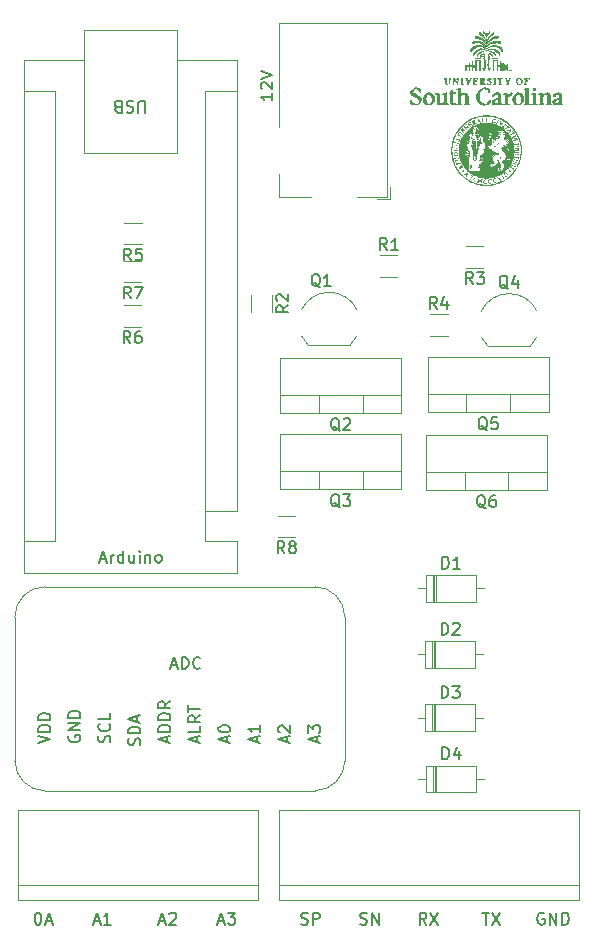
<source format=gbr>
%TF.GenerationSoftware,KiCad,Pcbnew,7.0.5*%
%TF.CreationDate,2023-12-19T17:12:35-05:00*%
%TF.ProjectId,biphasic_revision_b,62697068-6173-4696-935f-726576697369,rev?*%
%TF.SameCoordinates,Original*%
%TF.FileFunction,Legend,Top*%
%TF.FilePolarity,Positive*%
%FSLAX46Y46*%
G04 Gerber Fmt 4.6, Leading zero omitted, Abs format (unit mm)*
G04 Created by KiCad (PCBNEW 7.0.5) date 2023-12-19 17:12:35*
%MOMM*%
%LPD*%
G01*
G04 APERTURE LIST*
%ADD10C,0.150000*%
%ADD11C,0.120000*%
G04 APERTURE END LIST*
D10*
X145839160Y-83934104D02*
X146315350Y-83934104D01*
X145743922Y-84219819D02*
X146077255Y-83219819D01*
X146077255Y-83219819D02*
X146410588Y-84219819D01*
X146743922Y-84219819D02*
X146743922Y-83553152D01*
X146743922Y-83743628D02*
X146791541Y-83648390D01*
X146791541Y-83648390D02*
X146839160Y-83600771D01*
X146839160Y-83600771D02*
X146934398Y-83553152D01*
X146934398Y-83553152D02*
X147029636Y-83553152D01*
X147791541Y-84219819D02*
X147791541Y-83219819D01*
X147791541Y-84172200D02*
X147696303Y-84219819D01*
X147696303Y-84219819D02*
X147505827Y-84219819D01*
X147505827Y-84219819D02*
X147410589Y-84172200D01*
X147410589Y-84172200D02*
X147362970Y-84124580D01*
X147362970Y-84124580D02*
X147315351Y-84029342D01*
X147315351Y-84029342D02*
X147315351Y-83743628D01*
X147315351Y-83743628D02*
X147362970Y-83648390D01*
X147362970Y-83648390D02*
X147410589Y-83600771D01*
X147410589Y-83600771D02*
X147505827Y-83553152D01*
X147505827Y-83553152D02*
X147696303Y-83553152D01*
X147696303Y-83553152D02*
X147791541Y-83600771D01*
X148696303Y-83553152D02*
X148696303Y-84219819D01*
X148267732Y-83553152D02*
X148267732Y-84076961D01*
X148267732Y-84076961D02*
X148315351Y-84172200D01*
X148315351Y-84172200D02*
X148410589Y-84219819D01*
X148410589Y-84219819D02*
X148553446Y-84219819D01*
X148553446Y-84219819D02*
X148648684Y-84172200D01*
X148648684Y-84172200D02*
X148696303Y-84124580D01*
X149172494Y-84219819D02*
X149172494Y-83553152D01*
X149172494Y-83219819D02*
X149124875Y-83267438D01*
X149124875Y-83267438D02*
X149172494Y-83315057D01*
X149172494Y-83315057D02*
X149220113Y-83267438D01*
X149220113Y-83267438D02*
X149172494Y-83219819D01*
X149172494Y-83219819D02*
X149172494Y-83315057D01*
X149648684Y-83553152D02*
X149648684Y-84219819D01*
X149648684Y-83648390D02*
X149696303Y-83600771D01*
X149696303Y-83600771D02*
X149791541Y-83553152D01*
X149791541Y-83553152D02*
X149934398Y-83553152D01*
X149934398Y-83553152D02*
X150029636Y-83600771D01*
X150029636Y-83600771D02*
X150077255Y-83696009D01*
X150077255Y-83696009D02*
X150077255Y-84219819D01*
X150696303Y-84219819D02*
X150601065Y-84172200D01*
X150601065Y-84172200D02*
X150553446Y-84124580D01*
X150553446Y-84124580D02*
X150505827Y-84029342D01*
X150505827Y-84029342D02*
X150505827Y-83743628D01*
X150505827Y-83743628D02*
X150553446Y-83648390D01*
X150553446Y-83648390D02*
X150601065Y-83600771D01*
X150601065Y-83600771D02*
X150696303Y-83553152D01*
X150696303Y-83553152D02*
X150839160Y-83553152D01*
X150839160Y-83553152D02*
X150934398Y-83600771D01*
X150934398Y-83600771D02*
X150982017Y-83648390D01*
X150982017Y-83648390D02*
X151029636Y-83743628D01*
X151029636Y-83743628D02*
X151029636Y-84029342D01*
X151029636Y-84029342D02*
X150982017Y-84124580D01*
X150982017Y-84124580D02*
X150934398Y-84172200D01*
X150934398Y-84172200D02*
X150839160Y-84219819D01*
X150839160Y-84219819D02*
X150696303Y-84219819D01*
X150839160Y-114584104D02*
X151315350Y-114584104D01*
X150743922Y-114869819D02*
X151077255Y-113869819D01*
X151077255Y-113869819D02*
X151410588Y-114869819D01*
X151696303Y-113965057D02*
X151743922Y-113917438D01*
X151743922Y-113917438D02*
X151839160Y-113869819D01*
X151839160Y-113869819D02*
X152077255Y-113869819D01*
X152077255Y-113869819D02*
X152172493Y-113917438D01*
X152172493Y-113917438D02*
X152220112Y-113965057D01*
X152220112Y-113965057D02*
X152267731Y-114060295D01*
X152267731Y-114060295D02*
X152267731Y-114155533D01*
X152267731Y-114155533D02*
X152220112Y-114298390D01*
X152220112Y-114298390D02*
X151648684Y-114869819D01*
X151648684Y-114869819D02*
X152267731Y-114869819D01*
X141710839Y-114584104D02*
X141234649Y-114584104D01*
X141806077Y-114869819D02*
X141472744Y-113869819D01*
X141472744Y-113869819D02*
X141139411Y-114869819D01*
X140615601Y-113869819D02*
X140520363Y-113869819D01*
X140520363Y-113869819D02*
X140425125Y-113917438D01*
X140425125Y-113917438D02*
X140377506Y-113965057D01*
X140377506Y-113965057D02*
X140329887Y-114060295D01*
X140329887Y-114060295D02*
X140282268Y-114250771D01*
X140282268Y-114250771D02*
X140282268Y-114488866D01*
X140282268Y-114488866D02*
X140329887Y-114679342D01*
X140329887Y-114679342D02*
X140377506Y-114774580D01*
X140377506Y-114774580D02*
X140425125Y-114822200D01*
X140425125Y-114822200D02*
X140520363Y-114869819D01*
X140520363Y-114869819D02*
X140615601Y-114869819D01*
X140615601Y-114869819D02*
X140710839Y-114822200D01*
X140710839Y-114822200D02*
X140758458Y-114774580D01*
X140758458Y-114774580D02*
X140806077Y-114679342D01*
X140806077Y-114679342D02*
X140853696Y-114488866D01*
X140853696Y-114488866D02*
X140853696Y-114250771D01*
X140853696Y-114250771D02*
X140806077Y-114060295D01*
X140806077Y-114060295D02*
X140758458Y-113965057D01*
X140758458Y-113965057D02*
X140710839Y-113917438D01*
X140710839Y-113917438D02*
X140615601Y-113869819D01*
X145289160Y-114584104D02*
X145765350Y-114584104D01*
X145193922Y-114869819D02*
X145527255Y-113869819D01*
X145527255Y-113869819D02*
X145860588Y-114869819D01*
X146717731Y-114869819D02*
X146146303Y-114869819D01*
X146432017Y-114869819D02*
X146432017Y-113869819D01*
X146432017Y-113869819D02*
X146336779Y-114012676D01*
X146336779Y-114012676D02*
X146241541Y-114107914D01*
X146241541Y-114107914D02*
X146146303Y-114155533D01*
X151839160Y-92934104D02*
X152315350Y-92934104D01*
X151743922Y-93219819D02*
X152077255Y-92219819D01*
X152077255Y-92219819D02*
X152410588Y-93219819D01*
X152743922Y-93219819D02*
X152743922Y-92219819D01*
X152743922Y-92219819D02*
X152982017Y-92219819D01*
X152982017Y-92219819D02*
X153124874Y-92267438D01*
X153124874Y-92267438D02*
X153220112Y-92362676D01*
X153220112Y-92362676D02*
X153267731Y-92457914D01*
X153267731Y-92457914D02*
X153315350Y-92648390D01*
X153315350Y-92648390D02*
X153315350Y-92791247D01*
X153315350Y-92791247D02*
X153267731Y-92981723D01*
X153267731Y-92981723D02*
X153220112Y-93076961D01*
X153220112Y-93076961D02*
X153124874Y-93172200D01*
X153124874Y-93172200D02*
X152982017Y-93219819D01*
X152982017Y-93219819D02*
X152743922Y-93219819D01*
X154315350Y-93124580D02*
X154267731Y-93172200D01*
X154267731Y-93172200D02*
X154124874Y-93219819D01*
X154124874Y-93219819D02*
X154029636Y-93219819D01*
X154029636Y-93219819D02*
X153886779Y-93172200D01*
X153886779Y-93172200D02*
X153791541Y-93076961D01*
X153791541Y-93076961D02*
X153743922Y-92981723D01*
X153743922Y-92981723D02*
X153696303Y-92791247D01*
X153696303Y-92791247D02*
X153696303Y-92648390D01*
X153696303Y-92648390D02*
X153743922Y-92457914D01*
X153743922Y-92457914D02*
X153791541Y-92362676D01*
X153791541Y-92362676D02*
X153886779Y-92267438D01*
X153886779Y-92267438D02*
X154029636Y-92219819D01*
X154029636Y-92219819D02*
X154124874Y-92219819D01*
X154124874Y-92219819D02*
X154267731Y-92267438D01*
X154267731Y-92267438D02*
X154315350Y-92315057D01*
X178193922Y-113869819D02*
X178765350Y-113869819D01*
X178479636Y-114869819D02*
X178479636Y-113869819D01*
X179003446Y-113869819D02*
X179670112Y-114869819D01*
X179670112Y-113869819D02*
X179003446Y-114869819D01*
X160419819Y-44489411D02*
X160419819Y-45060839D01*
X160419819Y-44775125D02*
X159419819Y-44775125D01*
X159419819Y-44775125D02*
X159562676Y-44870363D01*
X159562676Y-44870363D02*
X159657914Y-44965601D01*
X159657914Y-44965601D02*
X159705533Y-45060839D01*
X159515057Y-44108458D02*
X159467438Y-44060839D01*
X159467438Y-44060839D02*
X159419819Y-43965601D01*
X159419819Y-43965601D02*
X159419819Y-43727506D01*
X159419819Y-43727506D02*
X159467438Y-43632268D01*
X159467438Y-43632268D02*
X159515057Y-43584649D01*
X159515057Y-43584649D02*
X159610295Y-43537030D01*
X159610295Y-43537030D02*
X159705533Y-43537030D01*
X159705533Y-43537030D02*
X159848390Y-43584649D01*
X159848390Y-43584649D02*
X160419819Y-44156077D01*
X160419819Y-44156077D02*
X160419819Y-43537030D01*
X159419819Y-43251315D02*
X160419819Y-42917982D01*
X160419819Y-42917982D02*
X159419819Y-42584649D01*
X155839160Y-114584104D02*
X156315350Y-114584104D01*
X155743922Y-114869819D02*
X156077255Y-113869819D01*
X156077255Y-113869819D02*
X156410588Y-114869819D01*
X156648684Y-113869819D02*
X157267731Y-113869819D01*
X157267731Y-113869819D02*
X156934398Y-114250771D01*
X156934398Y-114250771D02*
X157077255Y-114250771D01*
X157077255Y-114250771D02*
X157172493Y-114298390D01*
X157172493Y-114298390D02*
X157220112Y-114346009D01*
X157220112Y-114346009D02*
X157267731Y-114441247D01*
X157267731Y-114441247D02*
X157267731Y-114679342D01*
X157267731Y-114679342D02*
X157220112Y-114774580D01*
X157220112Y-114774580D02*
X157172493Y-114822200D01*
X157172493Y-114822200D02*
X157077255Y-114869819D01*
X157077255Y-114869819D02*
X156791541Y-114869819D01*
X156791541Y-114869819D02*
X156696303Y-114822200D01*
X156696303Y-114822200D02*
X156648684Y-114774580D01*
X173458207Y-114869819D02*
X173124874Y-114393628D01*
X172886779Y-114869819D02*
X172886779Y-113869819D01*
X172886779Y-113869819D02*
X173267731Y-113869819D01*
X173267731Y-113869819D02*
X173362969Y-113917438D01*
X173362969Y-113917438D02*
X173410588Y-113965057D01*
X173410588Y-113965057D02*
X173458207Y-114060295D01*
X173458207Y-114060295D02*
X173458207Y-114203152D01*
X173458207Y-114203152D02*
X173410588Y-114298390D01*
X173410588Y-114298390D02*
X173362969Y-114346009D01*
X173362969Y-114346009D02*
X173267731Y-114393628D01*
X173267731Y-114393628D02*
X172886779Y-114393628D01*
X173791541Y-113869819D02*
X174458207Y-114869819D01*
X174458207Y-113869819D02*
X173791541Y-114869819D01*
X183410588Y-113917438D02*
X183315350Y-113869819D01*
X183315350Y-113869819D02*
X183172493Y-113869819D01*
X183172493Y-113869819D02*
X183029636Y-113917438D01*
X183029636Y-113917438D02*
X182934398Y-114012676D01*
X182934398Y-114012676D02*
X182886779Y-114107914D01*
X182886779Y-114107914D02*
X182839160Y-114298390D01*
X182839160Y-114298390D02*
X182839160Y-114441247D01*
X182839160Y-114441247D02*
X182886779Y-114631723D01*
X182886779Y-114631723D02*
X182934398Y-114726961D01*
X182934398Y-114726961D02*
X183029636Y-114822200D01*
X183029636Y-114822200D02*
X183172493Y-114869819D01*
X183172493Y-114869819D02*
X183267731Y-114869819D01*
X183267731Y-114869819D02*
X183410588Y-114822200D01*
X183410588Y-114822200D02*
X183458207Y-114774580D01*
X183458207Y-114774580D02*
X183458207Y-114441247D01*
X183458207Y-114441247D02*
X183267731Y-114441247D01*
X183886779Y-114869819D02*
X183886779Y-113869819D01*
X183886779Y-113869819D02*
X184458207Y-114869819D01*
X184458207Y-114869819D02*
X184458207Y-113869819D01*
X184934398Y-114869819D02*
X184934398Y-113869819D01*
X184934398Y-113869819D02*
X185172493Y-113869819D01*
X185172493Y-113869819D02*
X185315350Y-113917438D01*
X185315350Y-113917438D02*
X185410588Y-114012676D01*
X185410588Y-114012676D02*
X185458207Y-114107914D01*
X185458207Y-114107914D02*
X185505826Y-114298390D01*
X185505826Y-114298390D02*
X185505826Y-114441247D01*
X185505826Y-114441247D02*
X185458207Y-114631723D01*
X185458207Y-114631723D02*
X185410588Y-114726961D01*
X185410588Y-114726961D02*
X185315350Y-114822200D01*
X185315350Y-114822200D02*
X185172493Y-114869819D01*
X185172493Y-114869819D02*
X184934398Y-114869819D01*
X167839160Y-114822200D02*
X167982017Y-114869819D01*
X167982017Y-114869819D02*
X168220112Y-114869819D01*
X168220112Y-114869819D02*
X168315350Y-114822200D01*
X168315350Y-114822200D02*
X168362969Y-114774580D01*
X168362969Y-114774580D02*
X168410588Y-114679342D01*
X168410588Y-114679342D02*
X168410588Y-114584104D01*
X168410588Y-114584104D02*
X168362969Y-114488866D01*
X168362969Y-114488866D02*
X168315350Y-114441247D01*
X168315350Y-114441247D02*
X168220112Y-114393628D01*
X168220112Y-114393628D02*
X168029636Y-114346009D01*
X168029636Y-114346009D02*
X167934398Y-114298390D01*
X167934398Y-114298390D02*
X167886779Y-114250771D01*
X167886779Y-114250771D02*
X167839160Y-114155533D01*
X167839160Y-114155533D02*
X167839160Y-114060295D01*
X167839160Y-114060295D02*
X167886779Y-113965057D01*
X167886779Y-113965057D02*
X167934398Y-113917438D01*
X167934398Y-113917438D02*
X168029636Y-113869819D01*
X168029636Y-113869819D02*
X168267731Y-113869819D01*
X168267731Y-113869819D02*
X168410588Y-113917438D01*
X168839160Y-114869819D02*
X168839160Y-113869819D01*
X168839160Y-113869819D02*
X169410588Y-114869819D01*
X169410588Y-114869819D02*
X169410588Y-113869819D01*
X162839160Y-114822200D02*
X162982017Y-114869819D01*
X162982017Y-114869819D02*
X163220112Y-114869819D01*
X163220112Y-114869819D02*
X163315350Y-114822200D01*
X163315350Y-114822200D02*
X163362969Y-114774580D01*
X163362969Y-114774580D02*
X163410588Y-114679342D01*
X163410588Y-114679342D02*
X163410588Y-114584104D01*
X163410588Y-114584104D02*
X163362969Y-114488866D01*
X163362969Y-114488866D02*
X163315350Y-114441247D01*
X163315350Y-114441247D02*
X163220112Y-114393628D01*
X163220112Y-114393628D02*
X163029636Y-114346009D01*
X163029636Y-114346009D02*
X162934398Y-114298390D01*
X162934398Y-114298390D02*
X162886779Y-114250771D01*
X162886779Y-114250771D02*
X162839160Y-114155533D01*
X162839160Y-114155533D02*
X162839160Y-114060295D01*
X162839160Y-114060295D02*
X162886779Y-113965057D01*
X162886779Y-113965057D02*
X162934398Y-113917438D01*
X162934398Y-113917438D02*
X163029636Y-113869819D01*
X163029636Y-113869819D02*
X163267731Y-113869819D01*
X163267731Y-113869819D02*
X163410588Y-113917438D01*
X163839160Y-114869819D02*
X163839160Y-113869819D01*
X163839160Y-113869819D02*
X164220112Y-113869819D01*
X164220112Y-113869819D02*
X164315350Y-113917438D01*
X164315350Y-113917438D02*
X164362969Y-113965057D01*
X164362969Y-113965057D02*
X164410588Y-114060295D01*
X164410588Y-114060295D02*
X164410588Y-114203152D01*
X164410588Y-114203152D02*
X164362969Y-114298390D01*
X164362969Y-114298390D02*
X164315350Y-114346009D01*
X164315350Y-114346009D02*
X164220112Y-114393628D01*
X164220112Y-114393628D02*
X163839160Y-114393628D01*
%TO.C,D1*%
X174791905Y-84734819D02*
X174791905Y-83734819D01*
X174791905Y-83734819D02*
X175030000Y-83734819D01*
X175030000Y-83734819D02*
X175172857Y-83782438D01*
X175172857Y-83782438D02*
X175268095Y-83877676D01*
X175268095Y-83877676D02*
X175315714Y-83972914D01*
X175315714Y-83972914D02*
X175363333Y-84163390D01*
X175363333Y-84163390D02*
X175363333Y-84306247D01*
X175363333Y-84306247D02*
X175315714Y-84496723D01*
X175315714Y-84496723D02*
X175268095Y-84591961D01*
X175268095Y-84591961D02*
X175172857Y-84687200D01*
X175172857Y-84687200D02*
X175030000Y-84734819D01*
X175030000Y-84734819D02*
X174791905Y-84734819D01*
X176315714Y-84734819D02*
X175744286Y-84734819D01*
X176030000Y-84734819D02*
X176030000Y-83734819D01*
X176030000Y-83734819D02*
X175934762Y-83877676D01*
X175934762Y-83877676D02*
X175839524Y-83972914D01*
X175839524Y-83972914D02*
X175744286Y-84020533D01*
%TO.C,D2*%
X174741905Y-90334819D02*
X174741905Y-89334819D01*
X174741905Y-89334819D02*
X174980000Y-89334819D01*
X174980000Y-89334819D02*
X175122857Y-89382438D01*
X175122857Y-89382438D02*
X175218095Y-89477676D01*
X175218095Y-89477676D02*
X175265714Y-89572914D01*
X175265714Y-89572914D02*
X175313333Y-89763390D01*
X175313333Y-89763390D02*
X175313333Y-89906247D01*
X175313333Y-89906247D02*
X175265714Y-90096723D01*
X175265714Y-90096723D02*
X175218095Y-90191961D01*
X175218095Y-90191961D02*
X175122857Y-90287200D01*
X175122857Y-90287200D02*
X174980000Y-90334819D01*
X174980000Y-90334819D02*
X174741905Y-90334819D01*
X175694286Y-89430057D02*
X175741905Y-89382438D01*
X175741905Y-89382438D02*
X175837143Y-89334819D01*
X175837143Y-89334819D02*
X176075238Y-89334819D01*
X176075238Y-89334819D02*
X176170476Y-89382438D01*
X176170476Y-89382438D02*
X176218095Y-89430057D01*
X176218095Y-89430057D02*
X176265714Y-89525295D01*
X176265714Y-89525295D02*
X176265714Y-89620533D01*
X176265714Y-89620533D02*
X176218095Y-89763390D01*
X176218095Y-89763390D02*
X175646667Y-90334819D01*
X175646667Y-90334819D02*
X176265714Y-90334819D01*
%TO.C,D3*%
X174741905Y-95684819D02*
X174741905Y-94684819D01*
X174741905Y-94684819D02*
X174980000Y-94684819D01*
X174980000Y-94684819D02*
X175122857Y-94732438D01*
X175122857Y-94732438D02*
X175218095Y-94827676D01*
X175218095Y-94827676D02*
X175265714Y-94922914D01*
X175265714Y-94922914D02*
X175313333Y-95113390D01*
X175313333Y-95113390D02*
X175313333Y-95256247D01*
X175313333Y-95256247D02*
X175265714Y-95446723D01*
X175265714Y-95446723D02*
X175218095Y-95541961D01*
X175218095Y-95541961D02*
X175122857Y-95637200D01*
X175122857Y-95637200D02*
X174980000Y-95684819D01*
X174980000Y-95684819D02*
X174741905Y-95684819D01*
X175646667Y-94684819D02*
X176265714Y-94684819D01*
X176265714Y-94684819D02*
X175932381Y-95065771D01*
X175932381Y-95065771D02*
X176075238Y-95065771D01*
X176075238Y-95065771D02*
X176170476Y-95113390D01*
X176170476Y-95113390D02*
X176218095Y-95161009D01*
X176218095Y-95161009D02*
X176265714Y-95256247D01*
X176265714Y-95256247D02*
X176265714Y-95494342D01*
X176265714Y-95494342D02*
X176218095Y-95589580D01*
X176218095Y-95589580D02*
X176170476Y-95637200D01*
X176170476Y-95637200D02*
X176075238Y-95684819D01*
X176075238Y-95684819D02*
X175789524Y-95684819D01*
X175789524Y-95684819D02*
X175694286Y-95637200D01*
X175694286Y-95637200D02*
X175646667Y-95589580D01*
%TO.C,D4*%
X174811905Y-100864819D02*
X174811905Y-99864819D01*
X174811905Y-99864819D02*
X175050000Y-99864819D01*
X175050000Y-99864819D02*
X175192857Y-99912438D01*
X175192857Y-99912438D02*
X175288095Y-100007676D01*
X175288095Y-100007676D02*
X175335714Y-100102914D01*
X175335714Y-100102914D02*
X175383333Y-100293390D01*
X175383333Y-100293390D02*
X175383333Y-100436247D01*
X175383333Y-100436247D02*
X175335714Y-100626723D01*
X175335714Y-100626723D02*
X175288095Y-100721961D01*
X175288095Y-100721961D02*
X175192857Y-100817200D01*
X175192857Y-100817200D02*
X175050000Y-100864819D01*
X175050000Y-100864819D02*
X174811905Y-100864819D01*
X176240476Y-100198152D02*
X176240476Y-100864819D01*
X176002381Y-99817200D02*
X175764286Y-100531485D01*
X175764286Y-100531485D02*
X176383333Y-100531485D01*
%TO.C,Q1*%
X164454761Y-60900057D02*
X164359523Y-60852438D01*
X164359523Y-60852438D02*
X164264285Y-60757200D01*
X164264285Y-60757200D02*
X164121428Y-60614342D01*
X164121428Y-60614342D02*
X164026190Y-60566723D01*
X164026190Y-60566723D02*
X163930952Y-60566723D01*
X163978571Y-60804819D02*
X163883333Y-60757200D01*
X163883333Y-60757200D02*
X163788095Y-60661961D01*
X163788095Y-60661961D02*
X163740476Y-60471485D01*
X163740476Y-60471485D02*
X163740476Y-60138152D01*
X163740476Y-60138152D02*
X163788095Y-59947676D01*
X163788095Y-59947676D02*
X163883333Y-59852438D01*
X163883333Y-59852438D02*
X163978571Y-59804819D01*
X163978571Y-59804819D02*
X164169047Y-59804819D01*
X164169047Y-59804819D02*
X164264285Y-59852438D01*
X164264285Y-59852438D02*
X164359523Y-59947676D01*
X164359523Y-59947676D02*
X164407142Y-60138152D01*
X164407142Y-60138152D02*
X164407142Y-60471485D01*
X164407142Y-60471485D02*
X164359523Y-60661961D01*
X164359523Y-60661961D02*
X164264285Y-60757200D01*
X164264285Y-60757200D02*
X164169047Y-60804819D01*
X164169047Y-60804819D02*
X163978571Y-60804819D01*
X165359523Y-60804819D02*
X164788095Y-60804819D01*
X165073809Y-60804819D02*
X165073809Y-59804819D01*
X165073809Y-59804819D02*
X164978571Y-59947676D01*
X164978571Y-59947676D02*
X164883333Y-60042914D01*
X164883333Y-60042914D02*
X164788095Y-60090533D01*
%TO.C,Q2*%
X166104761Y-73075057D02*
X166009523Y-73027438D01*
X166009523Y-73027438D02*
X165914285Y-72932200D01*
X165914285Y-72932200D02*
X165771428Y-72789342D01*
X165771428Y-72789342D02*
X165676190Y-72741723D01*
X165676190Y-72741723D02*
X165580952Y-72741723D01*
X165628571Y-72979819D02*
X165533333Y-72932200D01*
X165533333Y-72932200D02*
X165438095Y-72836961D01*
X165438095Y-72836961D02*
X165390476Y-72646485D01*
X165390476Y-72646485D02*
X165390476Y-72313152D01*
X165390476Y-72313152D02*
X165438095Y-72122676D01*
X165438095Y-72122676D02*
X165533333Y-72027438D01*
X165533333Y-72027438D02*
X165628571Y-71979819D01*
X165628571Y-71979819D02*
X165819047Y-71979819D01*
X165819047Y-71979819D02*
X165914285Y-72027438D01*
X165914285Y-72027438D02*
X166009523Y-72122676D01*
X166009523Y-72122676D02*
X166057142Y-72313152D01*
X166057142Y-72313152D02*
X166057142Y-72646485D01*
X166057142Y-72646485D02*
X166009523Y-72836961D01*
X166009523Y-72836961D02*
X165914285Y-72932200D01*
X165914285Y-72932200D02*
X165819047Y-72979819D01*
X165819047Y-72979819D02*
X165628571Y-72979819D01*
X166438095Y-72075057D02*
X166485714Y-72027438D01*
X166485714Y-72027438D02*
X166580952Y-71979819D01*
X166580952Y-71979819D02*
X166819047Y-71979819D01*
X166819047Y-71979819D02*
X166914285Y-72027438D01*
X166914285Y-72027438D02*
X166961904Y-72075057D01*
X166961904Y-72075057D02*
X167009523Y-72170295D01*
X167009523Y-72170295D02*
X167009523Y-72265533D01*
X167009523Y-72265533D02*
X166961904Y-72408390D01*
X166961904Y-72408390D02*
X166390476Y-72979819D01*
X166390476Y-72979819D02*
X167009523Y-72979819D01*
%TO.C,Q3*%
X166114761Y-79555057D02*
X166019523Y-79507438D01*
X166019523Y-79507438D02*
X165924285Y-79412200D01*
X165924285Y-79412200D02*
X165781428Y-79269342D01*
X165781428Y-79269342D02*
X165686190Y-79221723D01*
X165686190Y-79221723D02*
X165590952Y-79221723D01*
X165638571Y-79459819D02*
X165543333Y-79412200D01*
X165543333Y-79412200D02*
X165448095Y-79316961D01*
X165448095Y-79316961D02*
X165400476Y-79126485D01*
X165400476Y-79126485D02*
X165400476Y-78793152D01*
X165400476Y-78793152D02*
X165448095Y-78602676D01*
X165448095Y-78602676D02*
X165543333Y-78507438D01*
X165543333Y-78507438D02*
X165638571Y-78459819D01*
X165638571Y-78459819D02*
X165829047Y-78459819D01*
X165829047Y-78459819D02*
X165924285Y-78507438D01*
X165924285Y-78507438D02*
X166019523Y-78602676D01*
X166019523Y-78602676D02*
X166067142Y-78793152D01*
X166067142Y-78793152D02*
X166067142Y-79126485D01*
X166067142Y-79126485D02*
X166019523Y-79316961D01*
X166019523Y-79316961D02*
X165924285Y-79412200D01*
X165924285Y-79412200D02*
X165829047Y-79459819D01*
X165829047Y-79459819D02*
X165638571Y-79459819D01*
X166400476Y-78459819D02*
X167019523Y-78459819D01*
X167019523Y-78459819D02*
X166686190Y-78840771D01*
X166686190Y-78840771D02*
X166829047Y-78840771D01*
X166829047Y-78840771D02*
X166924285Y-78888390D01*
X166924285Y-78888390D02*
X166971904Y-78936009D01*
X166971904Y-78936009D02*
X167019523Y-79031247D01*
X167019523Y-79031247D02*
X167019523Y-79269342D01*
X167019523Y-79269342D02*
X166971904Y-79364580D01*
X166971904Y-79364580D02*
X166924285Y-79412200D01*
X166924285Y-79412200D02*
X166829047Y-79459819D01*
X166829047Y-79459819D02*
X166543333Y-79459819D01*
X166543333Y-79459819D02*
X166448095Y-79412200D01*
X166448095Y-79412200D02*
X166400476Y-79364580D01*
%TO.C,Q4*%
X180354761Y-61035057D02*
X180259523Y-60987438D01*
X180259523Y-60987438D02*
X180164285Y-60892200D01*
X180164285Y-60892200D02*
X180021428Y-60749342D01*
X180021428Y-60749342D02*
X179926190Y-60701723D01*
X179926190Y-60701723D02*
X179830952Y-60701723D01*
X179878571Y-60939819D02*
X179783333Y-60892200D01*
X179783333Y-60892200D02*
X179688095Y-60796961D01*
X179688095Y-60796961D02*
X179640476Y-60606485D01*
X179640476Y-60606485D02*
X179640476Y-60273152D01*
X179640476Y-60273152D02*
X179688095Y-60082676D01*
X179688095Y-60082676D02*
X179783333Y-59987438D01*
X179783333Y-59987438D02*
X179878571Y-59939819D01*
X179878571Y-59939819D02*
X180069047Y-59939819D01*
X180069047Y-59939819D02*
X180164285Y-59987438D01*
X180164285Y-59987438D02*
X180259523Y-60082676D01*
X180259523Y-60082676D02*
X180307142Y-60273152D01*
X180307142Y-60273152D02*
X180307142Y-60606485D01*
X180307142Y-60606485D02*
X180259523Y-60796961D01*
X180259523Y-60796961D02*
X180164285Y-60892200D01*
X180164285Y-60892200D02*
X180069047Y-60939819D01*
X180069047Y-60939819D02*
X179878571Y-60939819D01*
X181164285Y-60273152D02*
X181164285Y-60939819D01*
X180926190Y-59892200D02*
X180688095Y-60606485D01*
X180688095Y-60606485D02*
X181307142Y-60606485D01*
%TO.C,Q5*%
X178594761Y-73035057D02*
X178499523Y-72987438D01*
X178499523Y-72987438D02*
X178404285Y-72892200D01*
X178404285Y-72892200D02*
X178261428Y-72749342D01*
X178261428Y-72749342D02*
X178166190Y-72701723D01*
X178166190Y-72701723D02*
X178070952Y-72701723D01*
X178118571Y-72939819D02*
X178023333Y-72892200D01*
X178023333Y-72892200D02*
X177928095Y-72796961D01*
X177928095Y-72796961D02*
X177880476Y-72606485D01*
X177880476Y-72606485D02*
X177880476Y-72273152D01*
X177880476Y-72273152D02*
X177928095Y-72082676D01*
X177928095Y-72082676D02*
X178023333Y-71987438D01*
X178023333Y-71987438D02*
X178118571Y-71939819D01*
X178118571Y-71939819D02*
X178309047Y-71939819D01*
X178309047Y-71939819D02*
X178404285Y-71987438D01*
X178404285Y-71987438D02*
X178499523Y-72082676D01*
X178499523Y-72082676D02*
X178547142Y-72273152D01*
X178547142Y-72273152D02*
X178547142Y-72606485D01*
X178547142Y-72606485D02*
X178499523Y-72796961D01*
X178499523Y-72796961D02*
X178404285Y-72892200D01*
X178404285Y-72892200D02*
X178309047Y-72939819D01*
X178309047Y-72939819D02*
X178118571Y-72939819D01*
X179451904Y-71939819D02*
X178975714Y-71939819D01*
X178975714Y-71939819D02*
X178928095Y-72416009D01*
X178928095Y-72416009D02*
X178975714Y-72368390D01*
X178975714Y-72368390D02*
X179070952Y-72320771D01*
X179070952Y-72320771D02*
X179309047Y-72320771D01*
X179309047Y-72320771D02*
X179404285Y-72368390D01*
X179404285Y-72368390D02*
X179451904Y-72416009D01*
X179451904Y-72416009D02*
X179499523Y-72511247D01*
X179499523Y-72511247D02*
X179499523Y-72749342D01*
X179499523Y-72749342D02*
X179451904Y-72844580D01*
X179451904Y-72844580D02*
X179404285Y-72892200D01*
X179404285Y-72892200D02*
X179309047Y-72939819D01*
X179309047Y-72939819D02*
X179070952Y-72939819D01*
X179070952Y-72939819D02*
X178975714Y-72892200D01*
X178975714Y-72892200D02*
X178928095Y-72844580D01*
%TO.C,Q6*%
X178454761Y-79615057D02*
X178359523Y-79567438D01*
X178359523Y-79567438D02*
X178264285Y-79472200D01*
X178264285Y-79472200D02*
X178121428Y-79329342D01*
X178121428Y-79329342D02*
X178026190Y-79281723D01*
X178026190Y-79281723D02*
X177930952Y-79281723D01*
X177978571Y-79519819D02*
X177883333Y-79472200D01*
X177883333Y-79472200D02*
X177788095Y-79376961D01*
X177788095Y-79376961D02*
X177740476Y-79186485D01*
X177740476Y-79186485D02*
X177740476Y-78853152D01*
X177740476Y-78853152D02*
X177788095Y-78662676D01*
X177788095Y-78662676D02*
X177883333Y-78567438D01*
X177883333Y-78567438D02*
X177978571Y-78519819D01*
X177978571Y-78519819D02*
X178169047Y-78519819D01*
X178169047Y-78519819D02*
X178264285Y-78567438D01*
X178264285Y-78567438D02*
X178359523Y-78662676D01*
X178359523Y-78662676D02*
X178407142Y-78853152D01*
X178407142Y-78853152D02*
X178407142Y-79186485D01*
X178407142Y-79186485D02*
X178359523Y-79376961D01*
X178359523Y-79376961D02*
X178264285Y-79472200D01*
X178264285Y-79472200D02*
X178169047Y-79519819D01*
X178169047Y-79519819D02*
X177978571Y-79519819D01*
X179264285Y-78519819D02*
X179073809Y-78519819D01*
X179073809Y-78519819D02*
X178978571Y-78567438D01*
X178978571Y-78567438D02*
X178930952Y-78615057D01*
X178930952Y-78615057D02*
X178835714Y-78757914D01*
X178835714Y-78757914D02*
X178788095Y-78948390D01*
X178788095Y-78948390D02*
X178788095Y-79329342D01*
X178788095Y-79329342D02*
X178835714Y-79424580D01*
X178835714Y-79424580D02*
X178883333Y-79472200D01*
X178883333Y-79472200D02*
X178978571Y-79519819D01*
X178978571Y-79519819D02*
X179169047Y-79519819D01*
X179169047Y-79519819D02*
X179264285Y-79472200D01*
X179264285Y-79472200D02*
X179311904Y-79424580D01*
X179311904Y-79424580D02*
X179359523Y-79329342D01*
X179359523Y-79329342D02*
X179359523Y-79091247D01*
X179359523Y-79091247D02*
X179311904Y-78996009D01*
X179311904Y-78996009D02*
X179264285Y-78948390D01*
X179264285Y-78948390D02*
X179169047Y-78900771D01*
X179169047Y-78900771D02*
X178978571Y-78900771D01*
X178978571Y-78900771D02*
X178883333Y-78948390D01*
X178883333Y-78948390D02*
X178835714Y-78996009D01*
X178835714Y-78996009D02*
X178788095Y-79091247D01*
%TO.C,R1*%
X170108333Y-57769819D02*
X169775000Y-57293628D01*
X169536905Y-57769819D02*
X169536905Y-56769819D01*
X169536905Y-56769819D02*
X169917857Y-56769819D01*
X169917857Y-56769819D02*
X170013095Y-56817438D01*
X170013095Y-56817438D02*
X170060714Y-56865057D01*
X170060714Y-56865057D02*
X170108333Y-56960295D01*
X170108333Y-56960295D02*
X170108333Y-57103152D01*
X170108333Y-57103152D02*
X170060714Y-57198390D01*
X170060714Y-57198390D02*
X170013095Y-57246009D01*
X170013095Y-57246009D02*
X169917857Y-57293628D01*
X169917857Y-57293628D02*
X169536905Y-57293628D01*
X171060714Y-57769819D02*
X170489286Y-57769819D01*
X170775000Y-57769819D02*
X170775000Y-56769819D01*
X170775000Y-56769819D02*
X170679762Y-56912676D01*
X170679762Y-56912676D02*
X170584524Y-57007914D01*
X170584524Y-57007914D02*
X170489286Y-57055533D01*
%TO.C,R2*%
X161744819Y-62451666D02*
X161268628Y-62784999D01*
X161744819Y-63023094D02*
X160744819Y-63023094D01*
X160744819Y-63023094D02*
X160744819Y-62642142D01*
X160744819Y-62642142D02*
X160792438Y-62546904D01*
X160792438Y-62546904D02*
X160840057Y-62499285D01*
X160840057Y-62499285D02*
X160935295Y-62451666D01*
X160935295Y-62451666D02*
X161078152Y-62451666D01*
X161078152Y-62451666D02*
X161173390Y-62499285D01*
X161173390Y-62499285D02*
X161221009Y-62546904D01*
X161221009Y-62546904D02*
X161268628Y-62642142D01*
X161268628Y-62642142D02*
X161268628Y-63023094D01*
X160840057Y-62070713D02*
X160792438Y-62023094D01*
X160792438Y-62023094D02*
X160744819Y-61927856D01*
X160744819Y-61927856D02*
X160744819Y-61689761D01*
X160744819Y-61689761D02*
X160792438Y-61594523D01*
X160792438Y-61594523D02*
X160840057Y-61546904D01*
X160840057Y-61546904D02*
X160935295Y-61499285D01*
X160935295Y-61499285D02*
X161030533Y-61499285D01*
X161030533Y-61499285D02*
X161173390Y-61546904D01*
X161173390Y-61546904D02*
X161744819Y-62118332D01*
X161744819Y-62118332D02*
X161744819Y-61499285D01*
%TO.C,R3*%
X177383333Y-60624819D02*
X177050000Y-60148628D01*
X176811905Y-60624819D02*
X176811905Y-59624819D01*
X176811905Y-59624819D02*
X177192857Y-59624819D01*
X177192857Y-59624819D02*
X177288095Y-59672438D01*
X177288095Y-59672438D02*
X177335714Y-59720057D01*
X177335714Y-59720057D02*
X177383333Y-59815295D01*
X177383333Y-59815295D02*
X177383333Y-59958152D01*
X177383333Y-59958152D02*
X177335714Y-60053390D01*
X177335714Y-60053390D02*
X177288095Y-60101009D01*
X177288095Y-60101009D02*
X177192857Y-60148628D01*
X177192857Y-60148628D02*
X176811905Y-60148628D01*
X177716667Y-59624819D02*
X178335714Y-59624819D01*
X178335714Y-59624819D02*
X178002381Y-60005771D01*
X178002381Y-60005771D02*
X178145238Y-60005771D01*
X178145238Y-60005771D02*
X178240476Y-60053390D01*
X178240476Y-60053390D02*
X178288095Y-60101009D01*
X178288095Y-60101009D02*
X178335714Y-60196247D01*
X178335714Y-60196247D02*
X178335714Y-60434342D01*
X178335714Y-60434342D02*
X178288095Y-60529580D01*
X178288095Y-60529580D02*
X178240476Y-60577200D01*
X178240476Y-60577200D02*
X178145238Y-60624819D01*
X178145238Y-60624819D02*
X177859524Y-60624819D01*
X177859524Y-60624819D02*
X177764286Y-60577200D01*
X177764286Y-60577200D02*
X177716667Y-60529580D01*
%TO.C,R4*%
X174343333Y-62729819D02*
X174010000Y-62253628D01*
X173771905Y-62729819D02*
X173771905Y-61729819D01*
X173771905Y-61729819D02*
X174152857Y-61729819D01*
X174152857Y-61729819D02*
X174248095Y-61777438D01*
X174248095Y-61777438D02*
X174295714Y-61825057D01*
X174295714Y-61825057D02*
X174343333Y-61920295D01*
X174343333Y-61920295D02*
X174343333Y-62063152D01*
X174343333Y-62063152D02*
X174295714Y-62158390D01*
X174295714Y-62158390D02*
X174248095Y-62206009D01*
X174248095Y-62206009D02*
X174152857Y-62253628D01*
X174152857Y-62253628D02*
X173771905Y-62253628D01*
X175200476Y-62063152D02*
X175200476Y-62729819D01*
X174962381Y-61682200D02*
X174724286Y-62396485D01*
X174724286Y-62396485D02*
X175343333Y-62396485D01*
%TO.C,R5*%
X148443333Y-58644819D02*
X148110000Y-58168628D01*
X147871905Y-58644819D02*
X147871905Y-57644819D01*
X147871905Y-57644819D02*
X148252857Y-57644819D01*
X148252857Y-57644819D02*
X148348095Y-57692438D01*
X148348095Y-57692438D02*
X148395714Y-57740057D01*
X148395714Y-57740057D02*
X148443333Y-57835295D01*
X148443333Y-57835295D02*
X148443333Y-57978152D01*
X148443333Y-57978152D02*
X148395714Y-58073390D01*
X148395714Y-58073390D02*
X148348095Y-58121009D01*
X148348095Y-58121009D02*
X148252857Y-58168628D01*
X148252857Y-58168628D02*
X147871905Y-58168628D01*
X149348095Y-57644819D02*
X148871905Y-57644819D01*
X148871905Y-57644819D02*
X148824286Y-58121009D01*
X148824286Y-58121009D02*
X148871905Y-58073390D01*
X148871905Y-58073390D02*
X148967143Y-58025771D01*
X148967143Y-58025771D02*
X149205238Y-58025771D01*
X149205238Y-58025771D02*
X149300476Y-58073390D01*
X149300476Y-58073390D02*
X149348095Y-58121009D01*
X149348095Y-58121009D02*
X149395714Y-58216247D01*
X149395714Y-58216247D02*
X149395714Y-58454342D01*
X149395714Y-58454342D02*
X149348095Y-58549580D01*
X149348095Y-58549580D02*
X149300476Y-58597200D01*
X149300476Y-58597200D02*
X149205238Y-58644819D01*
X149205238Y-58644819D02*
X148967143Y-58644819D01*
X148967143Y-58644819D02*
X148871905Y-58597200D01*
X148871905Y-58597200D02*
X148824286Y-58549580D01*
%TO.C,R6*%
X148383333Y-65624819D02*
X148050000Y-65148628D01*
X147811905Y-65624819D02*
X147811905Y-64624819D01*
X147811905Y-64624819D02*
X148192857Y-64624819D01*
X148192857Y-64624819D02*
X148288095Y-64672438D01*
X148288095Y-64672438D02*
X148335714Y-64720057D01*
X148335714Y-64720057D02*
X148383333Y-64815295D01*
X148383333Y-64815295D02*
X148383333Y-64958152D01*
X148383333Y-64958152D02*
X148335714Y-65053390D01*
X148335714Y-65053390D02*
X148288095Y-65101009D01*
X148288095Y-65101009D02*
X148192857Y-65148628D01*
X148192857Y-65148628D02*
X147811905Y-65148628D01*
X149240476Y-64624819D02*
X149050000Y-64624819D01*
X149050000Y-64624819D02*
X148954762Y-64672438D01*
X148954762Y-64672438D02*
X148907143Y-64720057D01*
X148907143Y-64720057D02*
X148811905Y-64862914D01*
X148811905Y-64862914D02*
X148764286Y-65053390D01*
X148764286Y-65053390D02*
X148764286Y-65434342D01*
X148764286Y-65434342D02*
X148811905Y-65529580D01*
X148811905Y-65529580D02*
X148859524Y-65577200D01*
X148859524Y-65577200D02*
X148954762Y-65624819D01*
X148954762Y-65624819D02*
X149145238Y-65624819D01*
X149145238Y-65624819D02*
X149240476Y-65577200D01*
X149240476Y-65577200D02*
X149288095Y-65529580D01*
X149288095Y-65529580D02*
X149335714Y-65434342D01*
X149335714Y-65434342D02*
X149335714Y-65196247D01*
X149335714Y-65196247D02*
X149288095Y-65101009D01*
X149288095Y-65101009D02*
X149240476Y-65053390D01*
X149240476Y-65053390D02*
X149145238Y-65005771D01*
X149145238Y-65005771D02*
X148954762Y-65005771D01*
X148954762Y-65005771D02*
X148859524Y-65053390D01*
X148859524Y-65053390D02*
X148811905Y-65101009D01*
X148811905Y-65101009D02*
X148764286Y-65196247D01*
%TO.C,R7*%
X148418333Y-61864819D02*
X148085000Y-61388628D01*
X147846905Y-61864819D02*
X147846905Y-60864819D01*
X147846905Y-60864819D02*
X148227857Y-60864819D01*
X148227857Y-60864819D02*
X148323095Y-60912438D01*
X148323095Y-60912438D02*
X148370714Y-60960057D01*
X148370714Y-60960057D02*
X148418333Y-61055295D01*
X148418333Y-61055295D02*
X148418333Y-61198152D01*
X148418333Y-61198152D02*
X148370714Y-61293390D01*
X148370714Y-61293390D02*
X148323095Y-61341009D01*
X148323095Y-61341009D02*
X148227857Y-61388628D01*
X148227857Y-61388628D02*
X147846905Y-61388628D01*
X148751667Y-60864819D02*
X149418333Y-60864819D01*
X149418333Y-60864819D02*
X148989762Y-61864819D01*
%TO.C,U3*%
X149172200Y-99675285D02*
X149219819Y-99532428D01*
X149219819Y-99532428D02*
X149219819Y-99294333D01*
X149219819Y-99294333D02*
X149172200Y-99199095D01*
X149172200Y-99199095D02*
X149124580Y-99151476D01*
X149124580Y-99151476D02*
X149029342Y-99103857D01*
X149029342Y-99103857D02*
X148934104Y-99103857D01*
X148934104Y-99103857D02*
X148838866Y-99151476D01*
X148838866Y-99151476D02*
X148791247Y-99199095D01*
X148791247Y-99199095D02*
X148743628Y-99294333D01*
X148743628Y-99294333D02*
X148696009Y-99484809D01*
X148696009Y-99484809D02*
X148648390Y-99580047D01*
X148648390Y-99580047D02*
X148600771Y-99627666D01*
X148600771Y-99627666D02*
X148505533Y-99675285D01*
X148505533Y-99675285D02*
X148410295Y-99675285D01*
X148410295Y-99675285D02*
X148315057Y-99627666D01*
X148315057Y-99627666D02*
X148267438Y-99580047D01*
X148267438Y-99580047D02*
X148219819Y-99484809D01*
X148219819Y-99484809D02*
X148219819Y-99246714D01*
X148219819Y-99246714D02*
X148267438Y-99103857D01*
X149219819Y-98675285D02*
X148219819Y-98675285D01*
X148219819Y-98675285D02*
X148219819Y-98437190D01*
X148219819Y-98437190D02*
X148267438Y-98294333D01*
X148267438Y-98294333D02*
X148362676Y-98199095D01*
X148362676Y-98199095D02*
X148457914Y-98151476D01*
X148457914Y-98151476D02*
X148648390Y-98103857D01*
X148648390Y-98103857D02*
X148791247Y-98103857D01*
X148791247Y-98103857D02*
X148981723Y-98151476D01*
X148981723Y-98151476D02*
X149076961Y-98199095D01*
X149076961Y-98199095D02*
X149172200Y-98294333D01*
X149172200Y-98294333D02*
X149219819Y-98437190D01*
X149219819Y-98437190D02*
X149219819Y-98675285D01*
X148934104Y-97722904D02*
X148934104Y-97246714D01*
X149219819Y-97818142D02*
X148219819Y-97484809D01*
X148219819Y-97484809D02*
X149219819Y-97151476D01*
X159094104Y-99441839D02*
X159094104Y-98965649D01*
X159379819Y-99537077D02*
X158379819Y-99203744D01*
X158379819Y-99203744D02*
X159379819Y-98870411D01*
X159379819Y-98013268D02*
X159379819Y-98584696D01*
X159379819Y-98298982D02*
X158379819Y-98298982D01*
X158379819Y-98298982D02*
X158522676Y-98394220D01*
X158522676Y-98394220D02*
X158617914Y-98489458D01*
X158617914Y-98489458D02*
X158665533Y-98584696D01*
X161634104Y-99441839D02*
X161634104Y-98965649D01*
X161919819Y-99537077D02*
X160919819Y-99203744D01*
X160919819Y-99203744D02*
X161919819Y-98870411D01*
X161015057Y-98584696D02*
X160967438Y-98537077D01*
X160967438Y-98537077D02*
X160919819Y-98441839D01*
X160919819Y-98441839D02*
X160919819Y-98203744D01*
X160919819Y-98203744D02*
X160967438Y-98108506D01*
X160967438Y-98108506D02*
X161015057Y-98060887D01*
X161015057Y-98060887D02*
X161110295Y-98013268D01*
X161110295Y-98013268D02*
X161205533Y-98013268D01*
X161205533Y-98013268D02*
X161348390Y-98060887D01*
X161348390Y-98060887D02*
X161919819Y-98632315D01*
X161919819Y-98632315D02*
X161919819Y-98013268D01*
X143187438Y-98870411D02*
X143139819Y-98965649D01*
X143139819Y-98965649D02*
X143139819Y-99108506D01*
X143139819Y-99108506D02*
X143187438Y-99251363D01*
X143187438Y-99251363D02*
X143282676Y-99346601D01*
X143282676Y-99346601D02*
X143377914Y-99394220D01*
X143377914Y-99394220D02*
X143568390Y-99441839D01*
X143568390Y-99441839D02*
X143711247Y-99441839D01*
X143711247Y-99441839D02*
X143901723Y-99394220D01*
X143901723Y-99394220D02*
X143996961Y-99346601D01*
X143996961Y-99346601D02*
X144092200Y-99251363D01*
X144092200Y-99251363D02*
X144139819Y-99108506D01*
X144139819Y-99108506D02*
X144139819Y-99013268D01*
X144139819Y-99013268D02*
X144092200Y-98870411D01*
X144092200Y-98870411D02*
X144044580Y-98822792D01*
X144044580Y-98822792D02*
X143711247Y-98822792D01*
X143711247Y-98822792D02*
X143711247Y-99013268D01*
X144139819Y-98394220D02*
X143139819Y-98394220D01*
X143139819Y-98394220D02*
X144139819Y-97822792D01*
X144139819Y-97822792D02*
X143139819Y-97822792D01*
X144139819Y-97346601D02*
X143139819Y-97346601D01*
X143139819Y-97346601D02*
X143139819Y-97108506D01*
X143139819Y-97108506D02*
X143187438Y-96965649D01*
X143187438Y-96965649D02*
X143282676Y-96870411D01*
X143282676Y-96870411D02*
X143377914Y-96822792D01*
X143377914Y-96822792D02*
X143568390Y-96775173D01*
X143568390Y-96775173D02*
X143711247Y-96775173D01*
X143711247Y-96775173D02*
X143901723Y-96822792D01*
X143901723Y-96822792D02*
X143996961Y-96870411D01*
X143996961Y-96870411D02*
X144092200Y-96965649D01*
X144092200Y-96965649D02*
X144139819Y-97108506D01*
X144139819Y-97108506D02*
X144139819Y-97346601D01*
X140599819Y-99537077D02*
X141599819Y-99203744D01*
X141599819Y-99203744D02*
X140599819Y-98870411D01*
X141599819Y-98537077D02*
X140599819Y-98537077D01*
X140599819Y-98537077D02*
X140599819Y-98298982D01*
X140599819Y-98298982D02*
X140647438Y-98156125D01*
X140647438Y-98156125D02*
X140742676Y-98060887D01*
X140742676Y-98060887D02*
X140837914Y-98013268D01*
X140837914Y-98013268D02*
X141028390Y-97965649D01*
X141028390Y-97965649D02*
X141171247Y-97965649D01*
X141171247Y-97965649D02*
X141361723Y-98013268D01*
X141361723Y-98013268D02*
X141456961Y-98060887D01*
X141456961Y-98060887D02*
X141552200Y-98156125D01*
X141552200Y-98156125D02*
X141599819Y-98298982D01*
X141599819Y-98298982D02*
X141599819Y-98537077D01*
X141599819Y-97537077D02*
X140599819Y-97537077D01*
X140599819Y-97537077D02*
X140599819Y-97298982D01*
X140599819Y-97298982D02*
X140647438Y-97156125D01*
X140647438Y-97156125D02*
X140742676Y-97060887D01*
X140742676Y-97060887D02*
X140837914Y-97013268D01*
X140837914Y-97013268D02*
X141028390Y-96965649D01*
X141028390Y-96965649D02*
X141171247Y-96965649D01*
X141171247Y-96965649D02*
X141361723Y-97013268D01*
X141361723Y-97013268D02*
X141456961Y-97060887D01*
X141456961Y-97060887D02*
X141552200Y-97156125D01*
X141552200Y-97156125D02*
X141599819Y-97298982D01*
X141599819Y-97298982D02*
X141599819Y-97537077D01*
X146632200Y-99441839D02*
X146679819Y-99298982D01*
X146679819Y-99298982D02*
X146679819Y-99060887D01*
X146679819Y-99060887D02*
X146632200Y-98965649D01*
X146632200Y-98965649D02*
X146584580Y-98918030D01*
X146584580Y-98918030D02*
X146489342Y-98870411D01*
X146489342Y-98870411D02*
X146394104Y-98870411D01*
X146394104Y-98870411D02*
X146298866Y-98918030D01*
X146298866Y-98918030D02*
X146251247Y-98965649D01*
X146251247Y-98965649D02*
X146203628Y-99060887D01*
X146203628Y-99060887D02*
X146156009Y-99251363D01*
X146156009Y-99251363D02*
X146108390Y-99346601D01*
X146108390Y-99346601D02*
X146060771Y-99394220D01*
X146060771Y-99394220D02*
X145965533Y-99441839D01*
X145965533Y-99441839D02*
X145870295Y-99441839D01*
X145870295Y-99441839D02*
X145775057Y-99394220D01*
X145775057Y-99394220D02*
X145727438Y-99346601D01*
X145727438Y-99346601D02*
X145679819Y-99251363D01*
X145679819Y-99251363D02*
X145679819Y-99013268D01*
X145679819Y-99013268D02*
X145727438Y-98870411D01*
X146584580Y-97870411D02*
X146632200Y-97918030D01*
X146632200Y-97918030D02*
X146679819Y-98060887D01*
X146679819Y-98060887D02*
X146679819Y-98156125D01*
X146679819Y-98156125D02*
X146632200Y-98298982D01*
X146632200Y-98298982D02*
X146536961Y-98394220D01*
X146536961Y-98394220D02*
X146441723Y-98441839D01*
X146441723Y-98441839D02*
X146251247Y-98489458D01*
X146251247Y-98489458D02*
X146108390Y-98489458D01*
X146108390Y-98489458D02*
X145917914Y-98441839D01*
X145917914Y-98441839D02*
X145822676Y-98394220D01*
X145822676Y-98394220D02*
X145727438Y-98298982D01*
X145727438Y-98298982D02*
X145679819Y-98156125D01*
X145679819Y-98156125D02*
X145679819Y-98060887D01*
X145679819Y-98060887D02*
X145727438Y-97918030D01*
X145727438Y-97918030D02*
X145775057Y-97870411D01*
X146679819Y-96965649D02*
X146679819Y-97441839D01*
X146679819Y-97441839D02*
X145679819Y-97441839D01*
X156554104Y-99441839D02*
X156554104Y-98965649D01*
X156839819Y-99537077D02*
X155839819Y-99203744D01*
X155839819Y-99203744D02*
X156839819Y-98870411D01*
X155839819Y-98346601D02*
X155839819Y-98251363D01*
X155839819Y-98251363D02*
X155887438Y-98156125D01*
X155887438Y-98156125D02*
X155935057Y-98108506D01*
X155935057Y-98108506D02*
X156030295Y-98060887D01*
X156030295Y-98060887D02*
X156220771Y-98013268D01*
X156220771Y-98013268D02*
X156458866Y-98013268D01*
X156458866Y-98013268D02*
X156649342Y-98060887D01*
X156649342Y-98060887D02*
X156744580Y-98108506D01*
X156744580Y-98108506D02*
X156792200Y-98156125D01*
X156792200Y-98156125D02*
X156839819Y-98251363D01*
X156839819Y-98251363D02*
X156839819Y-98346601D01*
X156839819Y-98346601D02*
X156792200Y-98441839D01*
X156792200Y-98441839D02*
X156744580Y-98489458D01*
X156744580Y-98489458D02*
X156649342Y-98537077D01*
X156649342Y-98537077D02*
X156458866Y-98584696D01*
X156458866Y-98584696D02*
X156220771Y-98584696D01*
X156220771Y-98584696D02*
X156030295Y-98537077D01*
X156030295Y-98537077D02*
X155935057Y-98489458D01*
X155935057Y-98489458D02*
X155887438Y-98441839D01*
X155887438Y-98441839D02*
X155839819Y-98346601D01*
X154014104Y-99441839D02*
X154014104Y-98965649D01*
X154299819Y-99537077D02*
X153299819Y-99203744D01*
X153299819Y-99203744D02*
X154299819Y-98870411D01*
X154299819Y-98060887D02*
X154299819Y-98537077D01*
X154299819Y-98537077D02*
X153299819Y-98537077D01*
X154299819Y-97156125D02*
X153823628Y-97489458D01*
X154299819Y-97727553D02*
X153299819Y-97727553D01*
X153299819Y-97727553D02*
X153299819Y-97346601D01*
X153299819Y-97346601D02*
X153347438Y-97251363D01*
X153347438Y-97251363D02*
X153395057Y-97203744D01*
X153395057Y-97203744D02*
X153490295Y-97156125D01*
X153490295Y-97156125D02*
X153633152Y-97156125D01*
X153633152Y-97156125D02*
X153728390Y-97203744D01*
X153728390Y-97203744D02*
X153776009Y-97251363D01*
X153776009Y-97251363D02*
X153823628Y-97346601D01*
X153823628Y-97346601D02*
X153823628Y-97727553D01*
X153299819Y-96870410D02*
X153299819Y-96298982D01*
X154299819Y-96584696D02*
X153299819Y-96584696D01*
X164174104Y-99441839D02*
X164174104Y-98965649D01*
X164459819Y-99537077D02*
X163459819Y-99203744D01*
X163459819Y-99203744D02*
X164459819Y-98870411D01*
X163459819Y-98632315D02*
X163459819Y-98013268D01*
X163459819Y-98013268D02*
X163840771Y-98346601D01*
X163840771Y-98346601D02*
X163840771Y-98203744D01*
X163840771Y-98203744D02*
X163888390Y-98108506D01*
X163888390Y-98108506D02*
X163936009Y-98060887D01*
X163936009Y-98060887D02*
X164031247Y-98013268D01*
X164031247Y-98013268D02*
X164269342Y-98013268D01*
X164269342Y-98013268D02*
X164364580Y-98060887D01*
X164364580Y-98060887D02*
X164412200Y-98108506D01*
X164412200Y-98108506D02*
X164459819Y-98203744D01*
X164459819Y-98203744D02*
X164459819Y-98489458D01*
X164459819Y-98489458D02*
X164412200Y-98584696D01*
X164412200Y-98584696D02*
X164364580Y-98632315D01*
X151474104Y-99441839D02*
X151474104Y-98965649D01*
X151759819Y-99537077D02*
X150759819Y-99203744D01*
X150759819Y-99203744D02*
X151759819Y-98870411D01*
X151759819Y-98537077D02*
X150759819Y-98537077D01*
X150759819Y-98537077D02*
X150759819Y-98298982D01*
X150759819Y-98298982D02*
X150807438Y-98156125D01*
X150807438Y-98156125D02*
X150902676Y-98060887D01*
X150902676Y-98060887D02*
X150997914Y-98013268D01*
X150997914Y-98013268D02*
X151188390Y-97965649D01*
X151188390Y-97965649D02*
X151331247Y-97965649D01*
X151331247Y-97965649D02*
X151521723Y-98013268D01*
X151521723Y-98013268D02*
X151616961Y-98060887D01*
X151616961Y-98060887D02*
X151712200Y-98156125D01*
X151712200Y-98156125D02*
X151759819Y-98298982D01*
X151759819Y-98298982D02*
X151759819Y-98537077D01*
X151759819Y-97537077D02*
X150759819Y-97537077D01*
X150759819Y-97537077D02*
X150759819Y-97298982D01*
X150759819Y-97298982D02*
X150807438Y-97156125D01*
X150807438Y-97156125D02*
X150902676Y-97060887D01*
X150902676Y-97060887D02*
X150997914Y-97013268D01*
X150997914Y-97013268D02*
X151188390Y-96965649D01*
X151188390Y-96965649D02*
X151331247Y-96965649D01*
X151331247Y-96965649D02*
X151521723Y-97013268D01*
X151521723Y-97013268D02*
X151616961Y-97060887D01*
X151616961Y-97060887D02*
X151712200Y-97156125D01*
X151712200Y-97156125D02*
X151759819Y-97298982D01*
X151759819Y-97298982D02*
X151759819Y-97537077D01*
X151759819Y-95965649D02*
X151283628Y-96298982D01*
X151759819Y-96537077D02*
X150759819Y-96537077D01*
X150759819Y-96537077D02*
X150759819Y-96156125D01*
X150759819Y-96156125D02*
X150807438Y-96060887D01*
X150807438Y-96060887D02*
X150855057Y-96013268D01*
X150855057Y-96013268D02*
X150950295Y-95965649D01*
X150950295Y-95965649D02*
X151093152Y-95965649D01*
X151093152Y-95965649D02*
X151188390Y-96013268D01*
X151188390Y-96013268D02*
X151236009Y-96060887D01*
X151236009Y-96060887D02*
X151283628Y-96156125D01*
X151283628Y-96156125D02*
X151283628Y-96537077D01*
%TO.C,R8*%
X161433333Y-83429819D02*
X161100000Y-82953628D01*
X160861905Y-83429819D02*
X160861905Y-82429819D01*
X160861905Y-82429819D02*
X161242857Y-82429819D01*
X161242857Y-82429819D02*
X161338095Y-82477438D01*
X161338095Y-82477438D02*
X161385714Y-82525057D01*
X161385714Y-82525057D02*
X161433333Y-82620295D01*
X161433333Y-82620295D02*
X161433333Y-82763152D01*
X161433333Y-82763152D02*
X161385714Y-82858390D01*
X161385714Y-82858390D02*
X161338095Y-82906009D01*
X161338095Y-82906009D02*
X161242857Y-82953628D01*
X161242857Y-82953628D02*
X160861905Y-82953628D01*
X162004762Y-82858390D02*
X161909524Y-82810771D01*
X161909524Y-82810771D02*
X161861905Y-82763152D01*
X161861905Y-82763152D02*
X161814286Y-82667914D01*
X161814286Y-82667914D02*
X161814286Y-82620295D01*
X161814286Y-82620295D02*
X161861905Y-82525057D01*
X161861905Y-82525057D02*
X161909524Y-82477438D01*
X161909524Y-82477438D02*
X162004762Y-82429819D01*
X162004762Y-82429819D02*
X162195238Y-82429819D01*
X162195238Y-82429819D02*
X162290476Y-82477438D01*
X162290476Y-82477438D02*
X162338095Y-82525057D01*
X162338095Y-82525057D02*
X162385714Y-82620295D01*
X162385714Y-82620295D02*
X162385714Y-82667914D01*
X162385714Y-82667914D02*
X162338095Y-82763152D01*
X162338095Y-82763152D02*
X162290476Y-82810771D01*
X162290476Y-82810771D02*
X162195238Y-82858390D01*
X162195238Y-82858390D02*
X162004762Y-82858390D01*
X162004762Y-82858390D02*
X161909524Y-82906009D01*
X161909524Y-82906009D02*
X161861905Y-82953628D01*
X161861905Y-82953628D02*
X161814286Y-83048866D01*
X161814286Y-83048866D02*
X161814286Y-83239342D01*
X161814286Y-83239342D02*
X161861905Y-83334580D01*
X161861905Y-83334580D02*
X161909524Y-83382200D01*
X161909524Y-83382200D02*
X162004762Y-83429819D01*
X162004762Y-83429819D02*
X162195238Y-83429819D01*
X162195238Y-83429819D02*
X162290476Y-83382200D01*
X162290476Y-83382200D02*
X162338095Y-83334580D01*
X162338095Y-83334580D02*
X162385714Y-83239342D01*
X162385714Y-83239342D02*
X162385714Y-83048866D01*
X162385714Y-83048866D02*
X162338095Y-82953628D01*
X162338095Y-82953628D02*
X162290476Y-82906009D01*
X162290476Y-82906009D02*
X162195238Y-82858390D01*
%TO.C,A1*%
X149641904Y-46120180D02*
X149641904Y-45310657D01*
X149641904Y-45310657D02*
X149594285Y-45215419D01*
X149594285Y-45215419D02*
X149546666Y-45167800D01*
X149546666Y-45167800D02*
X149451428Y-45120180D01*
X149451428Y-45120180D02*
X149260952Y-45120180D01*
X149260952Y-45120180D02*
X149165714Y-45167800D01*
X149165714Y-45167800D02*
X149118095Y-45215419D01*
X149118095Y-45215419D02*
X149070476Y-45310657D01*
X149070476Y-45310657D02*
X149070476Y-46120180D01*
X148641904Y-45167800D02*
X148499047Y-45120180D01*
X148499047Y-45120180D02*
X148260952Y-45120180D01*
X148260952Y-45120180D02*
X148165714Y-45167800D01*
X148165714Y-45167800D02*
X148118095Y-45215419D01*
X148118095Y-45215419D02*
X148070476Y-45310657D01*
X148070476Y-45310657D02*
X148070476Y-45405895D01*
X148070476Y-45405895D02*
X148118095Y-45501133D01*
X148118095Y-45501133D02*
X148165714Y-45548752D01*
X148165714Y-45548752D02*
X148260952Y-45596371D01*
X148260952Y-45596371D02*
X148451428Y-45643990D01*
X148451428Y-45643990D02*
X148546666Y-45691609D01*
X148546666Y-45691609D02*
X148594285Y-45739228D01*
X148594285Y-45739228D02*
X148641904Y-45834466D01*
X148641904Y-45834466D02*
X148641904Y-45929704D01*
X148641904Y-45929704D02*
X148594285Y-46024942D01*
X148594285Y-46024942D02*
X148546666Y-46072561D01*
X148546666Y-46072561D02*
X148451428Y-46120180D01*
X148451428Y-46120180D02*
X148213333Y-46120180D01*
X148213333Y-46120180D02*
X148070476Y-46072561D01*
X147308571Y-45643990D02*
X147165714Y-45596371D01*
X147165714Y-45596371D02*
X147118095Y-45548752D01*
X147118095Y-45548752D02*
X147070476Y-45453514D01*
X147070476Y-45453514D02*
X147070476Y-45310657D01*
X147070476Y-45310657D02*
X147118095Y-45215419D01*
X147118095Y-45215419D02*
X147165714Y-45167800D01*
X147165714Y-45167800D02*
X147260952Y-45120180D01*
X147260952Y-45120180D02*
X147641904Y-45120180D01*
X147641904Y-45120180D02*
X147641904Y-46120180D01*
X147641904Y-46120180D02*
X147308571Y-46120180D01*
X147308571Y-46120180D02*
X147213333Y-46072561D01*
X147213333Y-46072561D02*
X147165714Y-46024942D01*
X147165714Y-46024942D02*
X147118095Y-45929704D01*
X147118095Y-45929704D02*
X147118095Y-45834466D01*
X147118095Y-45834466D02*
X147165714Y-45739228D01*
X147165714Y-45739228D02*
X147213333Y-45691609D01*
X147213333Y-45691609D02*
X147308571Y-45643990D01*
X147308571Y-45643990D02*
X147641904Y-45643990D01*
D11*
%TO.C,D1*%
X172760000Y-86400000D02*
X173410000Y-86400000D01*
X173410000Y-85280000D02*
X173410000Y-87520000D01*
X173410000Y-87520000D02*
X177650000Y-87520000D01*
X174010000Y-85280000D02*
X174010000Y-87520000D01*
X174130000Y-85280000D02*
X174130000Y-87520000D01*
X174250000Y-85280000D02*
X174250000Y-87520000D01*
X177650000Y-85280000D02*
X173410000Y-85280000D01*
X177650000Y-87520000D02*
X177650000Y-85280000D01*
X178300000Y-86400000D02*
X177650000Y-86400000D01*
%TO.C,D2*%
X172710000Y-92000000D02*
X173360000Y-92000000D01*
X173360000Y-90880000D02*
X173360000Y-93120000D01*
X173360000Y-93120000D02*
X177600000Y-93120000D01*
X173960000Y-90880000D02*
X173960000Y-93120000D01*
X174080000Y-90880000D02*
X174080000Y-93120000D01*
X174200000Y-90880000D02*
X174200000Y-93120000D01*
X177600000Y-90880000D02*
X173360000Y-90880000D01*
X177600000Y-93120000D02*
X177600000Y-90880000D01*
X178250000Y-92000000D02*
X177600000Y-92000000D01*
%TO.C,D3*%
X172710000Y-97350000D02*
X173360000Y-97350000D01*
X173360000Y-96230000D02*
X173360000Y-98470000D01*
X173360000Y-98470000D02*
X177600000Y-98470000D01*
X173960000Y-96230000D02*
X173960000Y-98470000D01*
X174080000Y-96230000D02*
X174080000Y-98470000D01*
X174200000Y-96230000D02*
X174200000Y-98470000D01*
X177600000Y-96230000D02*
X173360000Y-96230000D01*
X177600000Y-98470000D02*
X177600000Y-96230000D01*
X178250000Y-97350000D02*
X177600000Y-97350000D01*
%TO.C,D4*%
X172780000Y-102530000D02*
X173430000Y-102530000D01*
X173430000Y-101410000D02*
X173430000Y-103650000D01*
X173430000Y-103650000D02*
X177670000Y-103650000D01*
X174030000Y-101410000D02*
X174030000Y-103650000D01*
X174150000Y-101410000D02*
X174150000Y-103650000D01*
X174270000Y-101410000D02*
X174270000Y-103650000D01*
X177670000Y-101410000D02*
X173430000Y-101410000D01*
X177670000Y-103650000D02*
X177670000Y-101410000D01*
X178320000Y-102530000D02*
X177670000Y-102530000D01*
%TO.C,J1*%
X170150000Y-38550000D02*
X170150000Y-53250000D01*
X160950000Y-38550000D02*
X170150000Y-38550000D01*
X160950000Y-47350000D02*
X160950000Y-38550000D01*
X170350000Y-52400000D02*
X170350000Y-53450000D01*
X170150000Y-53250000D02*
X167550000Y-53250000D01*
X163650000Y-53250000D02*
X160950000Y-53250000D01*
X160950000Y-53250000D02*
X160950000Y-51350000D01*
X169300000Y-53450000D02*
X170350000Y-53450000D01*
%TO.C,Q1*%
X163420000Y-65785000D02*
X167020000Y-65785000D01*
X165220000Y-61335001D02*
G75*
G03*
X162863601Y-62836193I0J-2599999D01*
G01*
X162895817Y-65057795D02*
G75*
G03*
X163420001Y-65784999I2324183J1122795D01*
G01*
X167576400Y-62836193D02*
G75*
G03*
X165220000Y-61335000I-2356400J-1098807D01*
G01*
X167019999Y-65784999D02*
G75*
G03*
X167544183Y-65057795I-1799999J1849999D01*
G01*
%TO.C,Q2*%
X171320000Y-71525000D02*
X171320000Y-66884000D01*
X171320000Y-71525000D02*
X161080000Y-71525000D01*
X171320000Y-70015000D02*
X161080000Y-70015000D01*
X171320000Y-66884000D02*
X161080000Y-66884000D01*
X168050000Y-71525000D02*
X168050000Y-70015000D01*
X164349000Y-71525000D02*
X164349000Y-70015000D01*
X161080000Y-71525000D02*
X161080000Y-66884000D01*
%TO.C,Q3*%
X171330000Y-78005000D02*
X171330000Y-73364000D01*
X171330000Y-78005000D02*
X161090000Y-78005000D01*
X171330000Y-76495000D02*
X161090000Y-76495000D01*
X171330000Y-73364000D02*
X161090000Y-73364000D01*
X168060000Y-78005000D02*
X168060000Y-76495000D01*
X164359000Y-78005000D02*
X164359000Y-76495000D01*
X161090000Y-78005000D02*
X161090000Y-73364000D01*
%TO.C,Q4*%
X178650000Y-65895000D02*
X182250000Y-65895000D01*
X180450000Y-61445001D02*
G75*
G03*
X178093601Y-62946193I0J-2599999D01*
G01*
X178125817Y-65167795D02*
G75*
G03*
X178650001Y-65894999I2324183J1122795D01*
G01*
X182806400Y-62946193D02*
G75*
G03*
X180450000Y-61445000I-2356400J-1098807D01*
G01*
X182249999Y-65894999D02*
G75*
G03*
X182774183Y-65167795I-1799999J1849999D01*
G01*
%TO.C,Q5*%
X183810000Y-71485000D02*
X183810000Y-66844000D01*
X183810000Y-71485000D02*
X173570000Y-71485000D01*
X183810000Y-69975000D02*
X173570000Y-69975000D01*
X183810000Y-66844000D02*
X173570000Y-66844000D01*
X180540000Y-71485000D02*
X180540000Y-69975000D01*
X176839000Y-71485000D02*
X176839000Y-69975000D01*
X173570000Y-71485000D02*
X173570000Y-66844000D01*
%TO.C,Q6*%
X183670000Y-78065000D02*
X183670000Y-73424000D01*
X183670000Y-78065000D02*
X173430000Y-78065000D01*
X183670000Y-76555000D02*
X173430000Y-76555000D01*
X183670000Y-73424000D02*
X173430000Y-73424000D01*
X180400000Y-78065000D02*
X180400000Y-76555000D01*
X176699000Y-78065000D02*
X176699000Y-76555000D01*
X173430000Y-78065000D02*
X173430000Y-73424000D01*
%TO.C,R1*%
X169547936Y-58225000D02*
X171002064Y-58225000D01*
X169547936Y-60045000D02*
X171002064Y-60045000D01*
%TO.C,R2*%
X160380000Y-61557936D02*
X160380000Y-63012064D01*
X158560000Y-61557936D02*
X158560000Y-63012064D01*
%TO.C,R3*%
X178277064Y-59260000D02*
X176822936Y-59260000D01*
X178277064Y-57440000D02*
X176822936Y-57440000D01*
%TO.C,R4*%
X173782936Y-63185000D02*
X175237064Y-63185000D01*
X173782936Y-65005000D02*
X175237064Y-65005000D01*
%TO.C,R5*%
X149337064Y-57280000D02*
X147882936Y-57280000D01*
X149337064Y-55460000D02*
X147882936Y-55460000D01*
%TO.C,R6*%
X149277064Y-64260000D02*
X147822936Y-64260000D01*
X149277064Y-62440000D02*
X147822936Y-62440000D01*
%TO.C,R7*%
X149312064Y-60500000D02*
X147857936Y-60500000D01*
X149312064Y-58680000D02*
X147857936Y-58680000D01*
%TO.C,U3*%
X138605000Y-101001000D02*
X138605000Y-88809000D01*
X141145000Y-86269000D02*
X164005000Y-86269000D01*
X141145000Y-103541000D02*
X164005000Y-103541000D01*
X166545000Y-88809000D02*
X166545000Y-101001000D01*
X141145000Y-86269000D02*
G75*
G03*
X138605000Y-88809000I0J-2540000D01*
G01*
X138605000Y-101001000D02*
G75*
G03*
X141145000Y-103541000I2540000J0D01*
G01*
X166545000Y-88809000D02*
G75*
G03*
X164005000Y-86269000I-2540000J0D01*
G01*
X164005000Y-103541000D02*
G75*
G03*
X166545000Y-101001000I0J2540000D01*
G01*
%TO.C,R8*%
X162327064Y-82065000D02*
X160872936Y-82065000D01*
X162327064Y-80245000D02*
X160872936Y-80245000D01*
%TO.C,J3*%
X160930000Y-105190000D02*
X160930000Y-112810000D01*
X160930000Y-105190000D02*
X186330000Y-105190000D01*
X160930000Y-111540000D02*
X186330000Y-111540000D01*
X160930000Y-112810000D02*
X186330000Y-112810000D01*
X186330000Y-105190000D02*
X186330000Y-112810000D01*
%TO.C,G3*%
G36*
X176949685Y-48877407D02*
G01*
X176947185Y-48879908D01*
X176944684Y-48877407D01*
X176947185Y-48874907D01*
X176949685Y-48877407D01*
G37*
G36*
X178835056Y-49072446D02*
G01*
X178832556Y-49074946D01*
X178830055Y-49072446D01*
X178832556Y-49069945D01*
X178835056Y-49072446D01*
G37*
G36*
X178283363Y-48903975D02*
G01*
X178283959Y-48911791D01*
X178282968Y-48913560D01*
X178280695Y-48912069D01*
X178280342Y-48906996D01*
X178281563Y-48901660D01*
X178283363Y-48903975D01*
G37*
G36*
X177252317Y-47994102D02*
G01*
X177247810Y-47999265D01*
X177240324Y-48002391D01*
X177237370Y-47999942D01*
X177238352Y-47994055D01*
X177242141Y-47991580D01*
X177250947Y-47990199D01*
X177252317Y-47994102D01*
G37*
G36*
X177993639Y-49457929D02*
G01*
X177993745Y-49460960D01*
X177988767Y-49467564D01*
X177982775Y-49468403D01*
X177979888Y-49462939D01*
X177983915Y-49456050D01*
X177987806Y-49455021D01*
X177993639Y-49457929D01*
G37*
G36*
X177484226Y-47798745D02*
G01*
X177484790Y-47802195D01*
X177482090Y-47808851D01*
X177479789Y-47809697D01*
X177475353Y-47805646D01*
X177474789Y-47802195D01*
X177477489Y-47795540D01*
X177479789Y-47794694D01*
X177484226Y-47798745D01*
G37*
G36*
X178104031Y-49284178D02*
G01*
X178104913Y-49289988D01*
X178102274Y-49298498D01*
X178096402Y-49299168D01*
X178092410Y-49294989D01*
X178091795Y-49286714D01*
X178097270Y-49280589D01*
X178100207Y-49279986D01*
X178104031Y-49284178D01*
G37*
G36*
X178200013Y-47982281D02*
G01*
X178202674Y-47988041D01*
X178198911Y-47993640D01*
X178194930Y-47994733D01*
X178188409Y-47991133D01*
X178187642Y-47990078D01*
X178187967Y-47984150D01*
X178193979Y-47980982D01*
X178200013Y-47982281D01*
G37*
G36*
X179748599Y-47902858D02*
G01*
X179749278Y-47904341D01*
X179746864Y-47908901D01*
X179742735Y-47909717D01*
X179736511Y-47907179D01*
X179736192Y-47904341D01*
X179741355Y-47899174D01*
X179742735Y-47898965D01*
X179748599Y-47902858D01*
G37*
G36*
X177567993Y-49947651D02*
G01*
X177567039Y-49956370D01*
X177561718Y-49971129D01*
X177557792Y-49976459D01*
X177555486Y-49972221D01*
X177554956Y-49963871D01*
X177556131Y-49950689D01*
X177560434Y-49945424D01*
X177562643Y-49945117D01*
X177567993Y-49947651D01*
G37*
G36*
X177125700Y-48078518D02*
G01*
X177135640Y-48091103D01*
X177137976Y-48097479D01*
X177132423Y-48098251D01*
X177118698Y-48094025D01*
X177118468Y-48093942D01*
X177107304Y-48088214D01*
X177105667Y-48081983D01*
X177111458Y-48075379D01*
X177118561Y-48072918D01*
X177125700Y-48078518D01*
G37*
G36*
X178251781Y-48954138D02*
G01*
X178253815Y-48964150D01*
X178254353Y-48981486D01*
X178253962Y-48992990D01*
X178252661Y-49008161D01*
X178250864Y-49014483D01*
X178249064Y-49012434D01*
X178242711Y-48986656D01*
X178242527Y-48966082D01*
X178244250Y-48959620D01*
X178248506Y-48952333D01*
X178251781Y-48954138D01*
G37*
G36*
X178318685Y-47766687D02*
G01*
X178329734Y-47771555D01*
X178341011Y-47777595D01*
X178349347Y-47783114D01*
X178351606Y-47786381D01*
X178341957Y-47789687D01*
X178329559Y-47785220D01*
X178319955Y-47777191D01*
X178312908Y-47768937D01*
X178310763Y-47764800D01*
X178311036Y-47764688D01*
X178318685Y-47766687D01*
G37*
G36*
X176779087Y-50142812D02*
G01*
X176783117Y-50158263D01*
X176783614Y-50166416D01*
X176779745Y-50169604D01*
X176770676Y-50170161D01*
X176769313Y-50170162D01*
X176758888Y-50169274D01*
X176756071Y-50165132D01*
X176757434Y-50158909D01*
X176762521Y-50145481D01*
X176767235Y-50135311D01*
X176773576Y-50122964D01*
X176779087Y-50142812D01*
G37*
G36*
X177168846Y-48054273D02*
G01*
X177183362Y-48066035D01*
X177188967Y-48081666D01*
X177188823Y-48090005D01*
X177187757Y-48098216D01*
X177186005Y-48100359D01*
X177182454Y-48095540D01*
X177175994Y-48082865D01*
X177173436Y-48077630D01*
X177166350Y-48062505D01*
X177163713Y-48054717D01*
X177165236Y-48052796D01*
X177168846Y-48054273D01*
G37*
G36*
X178304883Y-48817761D02*
G01*
X178306847Y-48819394D01*
X178312831Y-48827647D01*
X178317371Y-48839135D01*
X178319066Y-48849486D01*
X178317838Y-48853686D01*
X178314573Y-48851471D01*
X178310207Y-48842550D01*
X178309944Y-48841844D01*
X178304209Y-48826083D01*
X178301614Y-48817983D01*
X178301920Y-48815793D01*
X178304883Y-48817761D01*
G37*
G36*
X178819778Y-49023945D02*
G01*
X178823355Y-49034007D01*
X178825054Y-49039939D01*
X178828047Y-49053190D01*
X178828913Y-49061776D01*
X178828537Y-49063128D01*
X178826152Y-49060165D01*
X178822638Y-49050161D01*
X178820963Y-49044031D01*
X178818083Y-49030734D01*
X178817162Y-49022185D01*
X178817480Y-49020842D01*
X178819778Y-49023945D01*
G37*
G36*
X178954398Y-47972854D02*
G01*
X178949842Y-47983710D01*
X178942397Y-47996073D01*
X178932337Y-48009762D01*
X178926638Y-48014730D01*
X178925074Y-48012038D01*
X178927485Y-48004842D01*
X178933336Y-47993029D01*
X178940552Y-47980326D01*
X178947057Y-47970458D01*
X178950007Y-47967272D01*
X178954617Y-47966756D01*
X178954398Y-47972854D01*
G37*
G36*
X178391474Y-48932431D02*
G01*
X178384776Y-48938614D01*
X178374415Y-48946719D01*
X178362712Y-48954920D01*
X178353133Y-48960771D01*
X178346331Y-48963399D01*
X178345902Y-48959529D01*
X178346020Y-48959159D01*
X178351403Y-48953043D01*
X178362350Y-48944893D01*
X178375366Y-48936916D01*
X178386957Y-48931319D01*
X178392191Y-48930000D01*
X178391474Y-48932431D01*
G37*
G36*
X178862422Y-48965665D02*
G01*
X178857910Y-48984721D01*
X178854153Y-48994576D01*
X178850192Y-48995884D01*
X178845065Y-48989297D01*
X178840412Y-48980622D01*
X178834313Y-48967819D01*
X178831078Y-48959318D01*
X178830957Y-48957522D01*
X178836433Y-48955615D01*
X178847700Y-48952849D01*
X178849318Y-48952497D01*
X178866081Y-48948903D01*
X178862422Y-48965665D01*
G37*
G36*
X176994680Y-49805533D02*
G01*
X177013000Y-49808896D01*
X177023506Y-49812794D01*
X177028334Y-49818822D01*
X177029616Y-49828572D01*
X177029633Y-49831640D01*
X177028720Y-49851114D01*
X177025032Y-49862659D01*
X177016837Y-49868294D01*
X177002401Y-49870037D01*
X176996611Y-49870103D01*
X176969689Y-49870103D01*
X176969689Y-49835843D01*
X176969689Y-49801583D01*
X176994680Y-49805533D01*
G37*
G36*
X178175677Y-49095728D02*
G01*
X178178361Y-49099700D01*
X178178296Y-49109319D01*
X178176922Y-49121205D01*
X178174534Y-49138631D01*
X178172738Y-49146906D01*
X178171063Y-49146827D01*
X178169038Y-49139189D01*
X178168326Y-49135715D01*
X178164907Y-49119818D01*
X178162123Y-49108036D01*
X178160966Y-49098485D01*
X178165455Y-49095180D01*
X178169555Y-49094950D01*
X178175677Y-49095728D01*
G37*
G36*
X178213081Y-49029431D02*
G01*
X178215943Y-49040903D01*
X178217864Y-49056333D01*
X178218545Y-49072702D01*
X178217689Y-49086991D01*
X178216313Y-49093314D01*
X178213457Y-49100955D01*
X178211575Y-49101505D01*
X178209855Y-49093919D01*
X178208279Y-49082962D01*
X178205660Y-49058441D01*
X178205161Y-49039666D01*
X178206749Y-49028074D01*
X178209573Y-49024936D01*
X178213081Y-49029431D01*
G37*
G36*
X178912711Y-47950958D02*
G01*
X178908935Y-47965469D01*
X178902205Y-47984434D01*
X178895215Y-48000968D01*
X178887608Y-48016649D01*
X178883016Y-48023759D01*
X178880834Y-48023050D01*
X178880436Y-48019396D01*
X178882420Y-48001793D01*
X178888198Y-47980556D01*
X178896269Y-47960168D01*
X178905130Y-47945110D01*
X178905445Y-47944724D01*
X178915798Y-47932221D01*
X178912711Y-47950958D01*
G37*
G36*
X178107382Y-49425223D02*
G01*
X178105899Y-49428162D01*
X178099181Y-49438195D01*
X178088850Y-49451037D01*
X178077002Y-49464390D01*
X178065737Y-49475957D01*
X178057150Y-49483440D01*
X178053983Y-49485027D01*
X178054602Y-49481608D01*
X178060710Y-49472514D01*
X178071090Y-49459492D01*
X178074927Y-49454998D01*
X178091785Y-49436033D01*
X178102884Y-49424689D01*
X178108118Y-49421055D01*
X178107382Y-49425223D01*
G37*
G36*
X178732787Y-47934179D02*
G01*
X178741222Y-47945880D01*
X178749022Y-47962312D01*
X178754763Y-47980961D01*
X178755127Y-47982650D01*
X178758648Y-48002473D01*
X178759031Y-48012801D01*
X178756309Y-48013623D01*
X178750516Y-48004930D01*
X178741684Y-47986712D01*
X178741644Y-47986624D01*
X178730353Y-47960133D01*
X178724095Y-47942011D01*
X178722801Y-47932020D01*
X178725140Y-47929721D01*
X178732787Y-47934179D01*
G37*
G36*
X178907333Y-49317284D02*
G01*
X178915946Y-49324223D01*
X178926041Y-49334350D01*
X178935370Y-49345246D01*
X178941687Y-49354494D01*
X178942901Y-49359479D01*
X178936389Y-49363650D01*
X178927810Y-49366182D01*
X178920133Y-49366545D01*
X178914868Y-49362559D01*
X178910031Y-49352082D01*
X178907222Y-49343951D01*
X178903196Y-49329417D01*
X178901773Y-49318960D01*
X178902447Y-49315949D01*
X178907333Y-49317284D01*
G37*
G36*
X178294124Y-49297498D02*
G01*
X178292061Y-49300932D01*
X178282748Y-49305869D01*
X178268645Y-49311404D01*
X178252211Y-49316631D01*
X178235904Y-49320645D01*
X178227437Y-49322064D01*
X178213109Y-49323357D01*
X178208292Y-49322350D01*
X178210242Y-49320396D01*
X178218925Y-49316572D01*
X178233262Y-49311732D01*
X178250506Y-49306625D01*
X178267910Y-49302000D01*
X178282729Y-49298609D01*
X178292214Y-49297200D01*
X178294124Y-49297498D01*
G37*
G36*
X178337403Y-49157427D02*
G01*
X178329587Y-49163325D01*
X178327456Y-49164839D01*
X178309830Y-49176059D01*
X178289219Y-49187340D01*
X178269431Y-49196725D01*
X178254942Y-49202082D01*
X178246329Y-49204138D01*
X178246671Y-49202199D01*
X178252442Y-49197325D01*
X178264251Y-49189410D01*
X178281710Y-49179597D01*
X178301194Y-49169737D01*
X178319078Y-49161682D01*
X178329957Y-49157735D01*
X178337401Y-49155920D01*
X178337403Y-49157427D01*
G37*
G36*
X178787094Y-48286133D02*
G01*
X178788970Y-48318847D01*
X178788441Y-48345556D01*
X178785633Y-48365250D01*
X178780672Y-48376922D01*
X178775409Y-48379809D01*
X178766664Y-48378612D01*
X178764335Y-48377435D01*
X178763543Y-48371317D01*
X178764163Y-48357750D01*
X178765916Y-48339144D01*
X178768523Y-48317910D01*
X178771705Y-48296455D01*
X178775184Y-48277191D01*
X178776793Y-48269788D01*
X178783227Y-48242282D01*
X178787094Y-48286133D01*
G37*
G36*
X178867992Y-47913467D02*
G01*
X178865580Y-47931258D01*
X178862610Y-47945138D01*
X178859800Y-47951975D01*
X178855781Y-47952861D01*
X178855060Y-47948928D01*
X178852812Y-47940622D01*
X178846963Y-47926837D01*
X178840057Y-47913016D01*
X178832294Y-47898091D01*
X178826873Y-47886949D01*
X178825054Y-47882306D01*
X178829536Y-47880777D01*
X178840909Y-47879845D01*
X178848249Y-47879711D01*
X178871444Y-47879711D01*
X178867992Y-47913467D01*
G37*
G36*
X179531034Y-48367630D02*
G01*
X179531013Y-48371082D01*
X179521249Y-48376781D01*
X179502405Y-48384486D01*
X179481625Y-48391570D01*
X179467714Y-48394194D01*
X179458596Y-48392376D01*
X179452195Y-48386132D01*
X179451395Y-48384902D01*
X179448718Y-48379580D01*
X179449461Y-48375806D01*
X179455059Y-48373084D01*
X179466943Y-48370917D01*
X179486548Y-48368809D01*
X179501844Y-48367434D01*
X179521311Y-48366417D01*
X179531034Y-48367630D01*
G37*
G36*
X176993031Y-49506839D02*
G01*
X177006008Y-49517424D01*
X177011533Y-49524927D01*
X177019265Y-49537111D01*
X177024000Y-49545538D01*
X177024700Y-49547432D01*
X177021141Y-49549724D01*
X177010057Y-49547754D01*
X176990832Y-49541393D01*
X176984692Y-49539106D01*
X176969507Y-49533150D01*
X176958499Y-49528446D01*
X176954686Y-49526434D01*
X176956304Y-49522134D01*
X176963664Y-49514869D01*
X176963992Y-49514602D01*
X176979324Y-49505963D01*
X176993031Y-49506839D01*
G37*
G36*
X178364084Y-49082860D02*
G01*
X178359047Y-49088320D01*
X178348941Y-49096814D01*
X178334766Y-49107380D01*
X178323783Y-49114943D01*
X178304299Y-49127371D01*
X178291881Y-49133818D01*
X178285823Y-49134605D01*
X178284948Y-49132644D01*
X178288796Y-49128880D01*
X178298800Y-49121364D01*
X178312651Y-49111674D01*
X178328039Y-49101383D01*
X178342655Y-49092066D01*
X178354189Y-49085300D01*
X178354962Y-49084889D01*
X178363055Y-49081396D01*
X178364084Y-49082860D01*
G37*
G36*
X178383115Y-49002708D02*
G01*
X178375556Y-49011586D01*
X178363655Y-49022584D01*
X178349450Y-49034059D01*
X178334980Y-49044370D01*
X178322282Y-49051876D01*
X178313393Y-49054935D01*
X178313103Y-49054942D01*
X178312827Y-49051830D01*
X178318307Y-49044122D01*
X178320333Y-49041855D01*
X178330389Y-49032462D01*
X178343800Y-49021770D01*
X178358241Y-49011387D01*
X178371386Y-49002924D01*
X178380910Y-48997990D01*
X178384295Y-48997591D01*
X178383115Y-49002708D01*
G37*
G36*
X178744120Y-48958618D02*
G01*
X178750070Y-48964185D01*
X178759579Y-48977486D01*
X178768502Y-48996201D01*
X178775492Y-49016605D01*
X178779200Y-49034977D01*
X178779145Y-49044489D01*
X178776996Y-49047819D01*
X178772020Y-49044648D01*
X178763263Y-49034168D01*
X178757036Y-49025752D01*
X178743222Y-49004767D01*
X178733196Y-48985794D01*
X178727079Y-48969905D01*
X178724991Y-48958171D01*
X178727055Y-48951665D01*
X178733391Y-48951457D01*
X178744120Y-48958618D01*
G37*
G36*
X179341502Y-48460948D02*
G01*
X179333892Y-48470170D01*
X179323620Y-48481563D01*
X179306515Y-48497141D01*
X179290757Y-48504239D01*
X179273678Y-48503536D01*
X179258243Y-48498234D01*
X179252202Y-48495372D01*
X179250218Y-48492796D01*
X179253466Y-48489682D01*
X179263122Y-48485209D01*
X179280359Y-48478552D01*
X179293165Y-48473786D01*
X179313552Y-48466393D01*
X179330115Y-48460709D01*
X179340853Y-48457402D01*
X179343888Y-48456890D01*
X179341502Y-48460948D01*
G37*
G36*
X179846356Y-48991647D02*
G01*
X179869848Y-48994654D01*
X179896198Y-48999198D01*
X179923685Y-49005102D01*
X179925575Y-49005554D01*
X179972780Y-49016917D01*
X179950276Y-49020556D01*
X179929198Y-49022885D01*
X179905022Y-49023936D01*
X179881165Y-49023722D01*
X179861045Y-49022255D01*
X179849824Y-49020157D01*
X179835522Y-49014292D01*
X179822189Y-49006398D01*
X179812839Y-48998494D01*
X179810248Y-48993630D01*
X179814834Y-48990957D01*
X179827444Y-48990355D01*
X179846356Y-48991647D01*
G37*
G36*
X177013682Y-51637043D02*
G01*
X177029001Y-51638904D01*
X177039637Y-51640724D01*
X177042609Y-51641690D01*
X177042503Y-51647682D01*
X177038734Y-51659229D01*
X177032688Y-51673252D01*
X177025749Y-51686672D01*
X177019305Y-51696411D01*
X177016902Y-51698798D01*
X177008291Y-51704221D01*
X177001340Y-51704164D01*
X176992194Y-51699689D01*
X176977805Y-51687521D01*
X176970330Y-51672082D01*
X176970428Y-51656053D01*
X176978149Y-51642708D01*
X176985785Y-51637704D01*
X176997101Y-51636035D01*
X177013682Y-51637043D01*
G37*
G36*
X179647059Y-50856401D02*
G01*
X179676083Y-50860899D01*
X179683496Y-50862891D01*
X179712729Y-50871473D01*
X179657718Y-50882898D01*
X179632852Y-50888376D01*
X179609248Y-50894126D01*
X179590062Y-50899351D01*
X179580824Y-50902315D01*
X179563972Y-50908078D01*
X179554656Y-50909440D01*
X179551139Y-50905740D01*
X179551681Y-50896317D01*
X179552506Y-50891554D01*
X179556341Y-50876591D01*
X179562612Y-50866696D01*
X179573257Y-50860719D01*
X179590211Y-50857514D01*
X179612409Y-50856053D01*
X179647059Y-50856401D01*
G37*
G36*
X177221898Y-48153765D02*
G01*
X177217467Y-48164075D01*
X177212713Y-48173829D01*
X177203899Y-48189064D01*
X177192271Y-48206289D01*
X177179422Y-48223484D01*
X177166945Y-48238629D01*
X177156435Y-48249703D01*
X177149486Y-48254687D01*
X177148837Y-48254785D01*
X177146219Y-48252151D01*
X177148362Y-48248533D01*
X177153141Y-48242138D01*
X177162400Y-48229553D01*
X177174741Y-48212682D01*
X177186882Y-48196023D01*
X177200375Y-48177724D01*
X177211689Y-48162843D01*
X177219573Y-48152994D01*
X177222723Y-48149764D01*
X177221898Y-48153765D01*
G37*
G36*
X177559083Y-51914264D02*
G01*
X177569477Y-51922890D01*
X177571562Y-51924953D01*
X177587096Y-51940488D01*
X177577664Y-51958003D01*
X177570961Y-51968754D01*
X177563618Y-51973881D01*
X177551765Y-51975436D01*
X177544640Y-51975517D01*
X177530231Y-51975038D01*
X177522789Y-51972421D01*
X177519288Y-51965896D01*
X177517922Y-51959889D01*
X177515597Y-51943616D01*
X177514796Y-51930323D01*
X177515943Y-51921228D01*
X177521221Y-51916314D01*
X177533389Y-51913250D01*
X177535412Y-51912901D01*
X177549355Y-51911477D01*
X177559083Y-51914264D01*
G37*
G36*
X178320331Y-49225531D02*
G01*
X178317454Y-49227944D01*
X178298566Y-49240091D01*
X178273201Y-49252714D01*
X178244662Y-49264192D01*
X178240647Y-49265600D01*
X178224144Y-49271221D01*
X178214953Y-49274046D01*
X178210935Y-49274558D01*
X178209955Y-49273242D01*
X178209933Y-49272557D01*
X178214184Y-49268845D01*
X178225439Y-49262402D01*
X178241455Y-49254305D01*
X178259988Y-49245632D01*
X178278794Y-49237458D01*
X178295629Y-49230862D01*
X178299929Y-49229362D01*
X178314624Y-49224674D01*
X178321058Y-49223427D01*
X178320331Y-49225531D01*
G37*
G36*
X178743031Y-49141633D02*
G01*
X178761895Y-49143252D01*
X178780439Y-49145740D01*
X178796112Y-49148931D01*
X178797549Y-49149317D01*
X178804905Y-49151667D01*
X178806448Y-49153832D01*
X178801067Y-49156719D01*
X178787653Y-49161236D01*
X178780045Y-49163622D01*
X178759256Y-49169610D01*
X178738584Y-49174770D01*
X178725547Y-49177429D01*
X178703555Y-49181095D01*
X178706793Y-49164903D01*
X178709046Y-49152204D01*
X178710030Y-49143815D01*
X178710032Y-49143645D01*
X178714549Y-49141665D01*
X178726399Y-49141049D01*
X178743031Y-49141633D01*
G37*
G36*
X179784475Y-47942676D02*
G01*
X179783063Y-47947191D01*
X179777345Y-47956709D01*
X179769296Y-47968450D01*
X179760888Y-47979633D01*
X179754096Y-47987475D01*
X179751246Y-47989492D01*
X179745287Y-47987230D01*
X179733222Y-47981569D01*
X179719338Y-47974589D01*
X179704153Y-47966300D01*
X179692820Y-47959279D01*
X179688167Y-47955442D01*
X179691782Y-47953524D01*
X179702842Y-47951054D01*
X179718827Y-47948365D01*
X179737219Y-47945792D01*
X179755500Y-47943668D01*
X179771149Y-47942327D01*
X179781650Y-47942103D01*
X179784475Y-47942676D01*
G37*
G36*
X180514239Y-51008651D02*
G01*
X180535361Y-51016586D01*
X180554068Y-51029961D01*
X180566057Y-51045256D01*
X180574450Y-51069880D01*
X180574235Y-51093890D01*
X180566576Y-51115716D01*
X180552637Y-51133789D01*
X180533583Y-51146540D01*
X180510578Y-51152400D01*
X180487882Y-51150587D01*
X180465826Y-51142960D01*
X180450475Y-51130885D01*
X180440389Y-51115380D01*
X180431761Y-51089017D01*
X180432363Y-51063868D01*
X180441426Y-51041470D01*
X180458183Y-51023356D01*
X180481867Y-51011063D01*
X180494112Y-51007926D01*
X180514239Y-51008651D01*
G37*
G36*
X176590350Y-51004822D02*
G01*
X176610849Y-51017014D01*
X176626669Y-51034947D01*
X176636704Y-51056672D01*
X176639851Y-51080237D01*
X176635005Y-51103691D01*
X176630194Y-51113247D01*
X176615137Y-51129086D01*
X176594047Y-51139920D01*
X176569924Y-51145033D01*
X176545770Y-51143711D01*
X176528380Y-51137507D01*
X176514545Y-51125268D01*
X176503165Y-51106618D01*
X176496059Y-51085124D01*
X176494596Y-51071278D01*
X176499231Y-51048937D01*
X176511677Y-51028563D01*
X176529746Y-51012323D01*
X176551248Y-51002382D01*
X176566276Y-51000325D01*
X176590350Y-51004822D01*
G37*
G36*
X177090676Y-48118185D02*
G01*
X177112060Y-48135216D01*
X177124492Y-48156184D01*
X177128044Y-48181370D01*
X177122783Y-48211058D01*
X177117320Y-48226563D01*
X177110348Y-48245278D01*
X177107426Y-48257240D01*
X177108156Y-48264654D01*
X177109898Y-48267506D01*
X177112794Y-48272922D01*
X177107588Y-48274657D01*
X177104078Y-48274712D01*
X177092442Y-48273192D01*
X177086711Y-48270961D01*
X177084333Y-48264517D01*
X177082099Y-48249088D01*
X177080114Y-48225690D01*
X177078482Y-48195340D01*
X177078195Y-48188199D01*
X177075181Y-48109111D01*
X177090676Y-48118185D01*
G37*
G36*
X177630911Y-49954742D02*
G01*
X177634180Y-49967106D01*
X177636782Y-49984955D01*
X177638507Y-50006030D01*
X177639145Y-50028075D01*
X177638484Y-50048831D01*
X177637385Y-50059668D01*
X177633926Y-50076390D01*
X177627781Y-50086919D01*
X177616932Y-50092626D01*
X177599362Y-50094881D01*
X177585139Y-50095147D01*
X177554804Y-50095147D01*
X177554804Y-50040136D01*
X177554804Y-49985125D01*
X177590465Y-49985125D01*
X177626127Y-49985125D01*
X177623286Y-49967622D01*
X177622435Y-49955148D01*
X177625598Y-49950325D01*
X177627184Y-49950118D01*
X177630911Y-49954742D01*
G37*
G36*
X178067686Y-49597816D02*
G01*
X178071102Y-49608050D01*
X178075441Y-49625054D01*
X178080975Y-49649223D01*
X178083665Y-49665998D01*
X178083368Y-49677615D01*
X178079941Y-49686312D01*
X178073243Y-49694324D01*
X178070882Y-49696633D01*
X178058968Y-49706914D01*
X178052276Y-49709561D01*
X178049933Y-49704869D01*
X178049902Y-49703689D01*
X178050586Y-49693473D01*
X178052374Y-49676475D01*
X178054866Y-49655801D01*
X178057665Y-49634556D01*
X178060372Y-49615848D01*
X178062588Y-49602783D01*
X178063192Y-49600049D01*
X178065213Y-49595485D01*
X178067686Y-49597816D01*
G37*
G36*
X178967570Y-50548028D02*
G01*
X178982755Y-50549628D01*
X178992711Y-50552210D01*
X178995088Y-50554575D01*
X178991144Y-50558700D01*
X178980949Y-50566197D01*
X178966959Y-50575516D01*
X178951630Y-50585109D01*
X178937419Y-50593425D01*
X178926781Y-50598914D01*
X178922710Y-50600246D01*
X178914857Y-50597591D01*
X178906183Y-50592461D01*
X178896753Y-50580165D01*
X178895068Y-50570550D01*
X178896152Y-50561671D01*
X178901109Y-50556251D01*
X178912493Y-50552095D01*
X178918337Y-50550566D01*
X178932592Y-50548352D01*
X178949927Y-50547555D01*
X178967570Y-50548028D01*
G37*
G36*
X179029556Y-50597077D02*
G01*
X179046419Y-50598944D01*
X179058894Y-50600930D01*
X179063986Y-50602465D01*
X179064451Y-50609285D01*
X179059682Y-50620739D01*
X179051228Y-50634106D01*
X179040633Y-50646665D01*
X179036806Y-50650279D01*
X179018982Y-50661578D01*
X179000699Y-50665927D01*
X178984392Y-50663211D01*
X178972491Y-50653318D01*
X178972470Y-50653286D01*
X178967224Y-50637086D01*
X178971127Y-50620367D01*
X178983671Y-50605207D01*
X178984398Y-50604621D01*
X178993238Y-50598856D01*
X179003087Y-50596214D01*
X179017346Y-50596127D01*
X179029556Y-50597077D01*
G37*
G36*
X179039980Y-48813461D02*
G01*
X179036625Y-48826626D01*
X179028188Y-48843596D01*
X179016705Y-48861154D01*
X179004216Y-48876084D01*
X178995598Y-48883499D01*
X178981978Y-48890017D01*
X178966032Y-48894052D01*
X178951106Y-48895179D01*
X178940547Y-48892971D01*
X178938144Y-48890827D01*
X178940302Y-48885939D01*
X178948836Y-48879015D01*
X178951433Y-48877403D01*
X178962247Y-48869945D01*
X178977837Y-48857873D01*
X178995553Y-48843272D01*
X179003671Y-48836294D01*
X179021465Y-48821339D01*
X179032959Y-48813115D01*
X179038839Y-48811192D01*
X179039980Y-48813461D01*
G37*
G36*
X180473923Y-49163097D02*
G01*
X180473324Y-49172806D01*
X180468257Y-49188754D01*
X180459686Y-49208780D01*
X180448575Y-49230726D01*
X180435891Y-49252433D01*
X180429958Y-49261501D01*
X180411166Y-49288481D01*
X180397299Y-49306933D01*
X180388238Y-49316968D01*
X180383865Y-49318694D01*
X180384061Y-49312223D01*
X180387514Y-49300976D01*
X180394923Y-49282834D01*
X180405036Y-49261980D01*
X180416930Y-49239885D01*
X180429684Y-49218021D01*
X180442375Y-49197860D01*
X180454081Y-49180872D01*
X180463880Y-49168531D01*
X180470849Y-49162306D01*
X180473923Y-49163097D01*
G37*
G36*
X178982908Y-50479991D02*
G01*
X178990414Y-50483551D01*
X178991831Y-50487998D01*
X178984818Y-50491443D01*
X178979329Y-50492763D01*
X178957574Y-50499145D01*
X178931977Y-50509265D01*
X178906979Y-50521254D01*
X178893917Y-50528690D01*
X178879292Y-50537047D01*
X178870613Y-50539444D01*
X178865769Y-50535847D01*
X178863125Y-50528197D01*
X178859534Y-50515512D01*
X178857152Y-50508467D01*
X178859529Y-50502383D01*
X178869838Y-50496249D01*
X178886020Y-50490452D01*
X178906013Y-50485376D01*
X178927759Y-50481407D01*
X178949197Y-50478930D01*
X178968266Y-50478329D01*
X178982908Y-50479991D01*
G37*
G36*
X179142617Y-48650824D02*
G01*
X179172623Y-48652363D01*
X179123327Y-48681598D01*
X179095476Y-48697918D01*
X179074635Y-48709475D01*
X179059342Y-48716823D01*
X179048132Y-48720513D01*
X179039543Y-48721097D01*
X179032111Y-48719127D01*
X179028447Y-48717396D01*
X179017128Y-48711364D01*
X179010008Y-48707322D01*
X179012175Y-48704012D01*
X179021810Y-48697287D01*
X179037389Y-48688105D01*
X179057383Y-48677424D01*
X179058753Y-48676724D01*
X179082143Y-48665007D01*
X179099127Y-48657273D01*
X179112113Y-48652779D01*
X179123510Y-48650782D01*
X179135725Y-48650536D01*
X179142617Y-48650824D01*
G37*
G36*
X176969337Y-48952422D02*
G01*
X176979384Y-48986340D01*
X176991998Y-49026837D01*
X177006278Y-49071192D01*
X177021326Y-49116683D01*
X177036242Y-49160587D01*
X177050125Y-49200183D01*
X177061500Y-49231227D01*
X177068608Y-49250668D01*
X177071844Y-49261402D01*
X177071252Y-49263926D01*
X177066871Y-49258738D01*
X177063403Y-49253603D01*
X177054101Y-49237730D01*
X177042301Y-49215149D01*
X177029232Y-49188432D01*
X177016126Y-49160151D01*
X177004215Y-49132879D01*
X176996459Y-49113740D01*
X176981287Y-49069697D01*
X176968418Y-49022998D01*
X176958664Y-48977096D01*
X176952838Y-48935444D01*
X176952015Y-48924916D01*
X176949400Y-48882408D01*
X176969337Y-48952422D01*
G37*
G36*
X179242918Y-48538714D02*
G01*
X179258280Y-48541006D01*
X179269434Y-48544127D01*
X179274598Y-48547539D01*
X179271985Y-48550705D01*
X179270142Y-48551329D01*
X179240733Y-48559707D01*
X179212568Y-48567571D01*
X179187323Y-48574470D01*
X179166674Y-48579950D01*
X179152298Y-48583561D01*
X179145886Y-48584850D01*
X179139164Y-48581872D01*
X179128642Y-48574466D01*
X179125497Y-48571903D01*
X179115774Y-48562893D01*
X179110452Y-48556353D01*
X179110110Y-48555300D01*
X179114724Y-48552489D01*
X179127078Y-48549217D01*
X179144945Y-48545821D01*
X179166094Y-48542643D01*
X179188298Y-48540021D01*
X179209328Y-48538295D01*
X179225133Y-48537786D01*
X179242918Y-48538714D01*
G37*
G36*
X180021846Y-47944724D02*
G01*
X180003427Y-47967329D01*
X179980921Y-47984095D01*
X179956472Y-47993944D01*
X179932228Y-47995797D01*
X179923483Y-47994171D01*
X179904447Y-47985578D01*
X179893440Y-47973119D01*
X179891064Y-47958253D01*
X179897923Y-47942436D01*
X179900685Y-47939026D01*
X179907424Y-47932093D01*
X179909092Y-47932810D01*
X179908165Y-47936436D01*
X179903118Y-47953349D01*
X179901860Y-47963170D01*
X179904885Y-47968250D01*
X179912686Y-47970939D01*
X179915527Y-47971530D01*
X179939942Y-47975041D01*
X179959858Y-47973913D01*
X179978407Y-47967278D01*
X179998719Y-47954272D01*
X180010260Y-47945313D01*
X180032738Y-47927220D01*
X180021846Y-47944724D01*
G37*
G36*
X177552498Y-47470711D02*
G01*
X177552218Y-47475879D01*
X177550503Y-47489072D01*
X177547616Y-47508455D01*
X177543821Y-47532196D01*
X177542587Y-47539644D01*
X177536532Y-47571566D01*
X177529654Y-47600662D01*
X177522422Y-47625469D01*
X177515304Y-47644525D01*
X177508770Y-47656366D01*
X177504105Y-47659667D01*
X177498858Y-47655792D01*
X177491490Y-47646199D01*
X177489724Y-47643414D01*
X177475710Y-47613083D01*
X177470249Y-47582989D01*
X177473376Y-47554662D01*
X177485128Y-47529632D01*
X177486954Y-47527138D01*
X177495549Y-47517426D01*
X177507747Y-47505489D01*
X177521514Y-47493080D01*
X177534811Y-47481952D01*
X177545603Y-47473859D01*
X177551853Y-47470554D01*
X177552498Y-47470711D01*
G37*
G36*
X179813676Y-50952076D02*
G01*
X179811351Y-50956285D01*
X179803778Y-50966197D01*
X179792427Y-50980102D01*
X179778765Y-50996291D01*
X179764262Y-51013056D01*
X179750387Y-51028687D01*
X179738608Y-51041476D01*
X179730395Y-51049714D01*
X179728212Y-51051509D01*
X179719328Y-51054521D01*
X179705989Y-51053390D01*
X179691475Y-51049741D01*
X179680489Y-51044897D01*
X179675286Y-51039314D01*
X179675222Y-51038731D01*
X179678816Y-51031800D01*
X179688158Y-51020863D01*
X179701084Y-51008036D01*
X179715431Y-50995433D01*
X179729035Y-50985169D01*
X179731873Y-50983336D01*
X179743256Y-50977320D01*
X179758942Y-50970300D01*
X179776353Y-50963261D01*
X179792915Y-50957185D01*
X179806051Y-50953059D01*
X179813185Y-50951865D01*
X179813676Y-50952076D01*
G37*
G36*
X180303142Y-48293072D02*
G01*
X180301019Y-48299203D01*
X180296195Y-48309670D01*
X180289373Y-48322994D01*
X180281259Y-48337699D01*
X180272561Y-48352309D01*
X180267646Y-48359976D01*
X180247019Y-48387256D01*
X180221872Y-48414430D01*
X180193769Y-48440323D01*
X180164273Y-48463760D01*
X180134946Y-48483567D01*
X180107353Y-48498569D01*
X180083055Y-48507590D01*
X180068375Y-48509725D01*
X180053948Y-48509835D01*
X180065874Y-48500784D01*
X180074993Y-48494426D01*
X180090274Y-48484350D01*
X180109367Y-48472088D01*
X180124678Y-48462439D01*
X180161070Y-48439055D01*
X180190584Y-48418240D01*
X180215273Y-48398053D01*
X180237184Y-48376551D01*
X180258368Y-48351793D01*
X180280876Y-48321838D01*
X180296454Y-48299717D01*
X180301855Y-48292751D01*
X180303142Y-48293072D01*
G37*
G36*
X179649814Y-47909826D02*
G01*
X179682723Y-47909936D01*
X179660835Y-47919868D01*
X179643544Y-47928923D01*
X179624405Y-47940681D01*
X179615827Y-47946596D01*
X179600309Y-47957019D01*
X179579752Y-47969696D01*
X179557999Y-47982278D01*
X179552710Y-47985196D01*
X179517326Y-48006535D01*
X179490140Y-48027816D01*
X179469452Y-48050427D01*
X179464576Y-48057210D01*
X179456319Y-48068027D01*
X179449897Y-48074180D01*
X179448529Y-48074715D01*
X179446911Y-48070196D01*
X179446612Y-48058298D01*
X179447691Y-48041564D01*
X179447748Y-48040992D01*
X179451798Y-48013009D01*
X179458506Y-47992247D01*
X179469281Y-47977504D01*
X179485534Y-47967579D01*
X179508676Y-47961268D01*
X179540117Y-47957368D01*
X179546442Y-47956855D01*
X179585195Y-47953873D01*
X179601050Y-47931795D01*
X179616905Y-47909717D01*
X179649814Y-47909826D01*
G37*
G36*
X178945041Y-48356889D02*
G01*
X178956012Y-48369110D01*
X178969653Y-48385689D01*
X178984975Y-48405327D01*
X179000986Y-48426724D01*
X179016695Y-48448579D01*
X179031112Y-48469594D01*
X179043246Y-48488468D01*
X179052106Y-48503901D01*
X179052664Y-48504989D01*
X179058254Y-48518325D01*
X179063420Y-48534495D01*
X179067539Y-48550824D01*
X179069991Y-48564640D01*
X179070153Y-48573271D01*
X179068909Y-48574848D01*
X179063665Y-48572342D01*
X179053408Y-48566086D01*
X179049588Y-48563595D01*
X179042894Y-48558064D01*
X179035666Y-48549514D01*
X179027194Y-48536775D01*
X179016773Y-48518679D01*
X179003694Y-48494057D01*
X178987251Y-48461740D01*
X178983836Y-48454929D01*
X178969520Y-48426027D01*
X178956865Y-48399905D01*
X178946526Y-48377959D01*
X178939157Y-48361589D01*
X178935413Y-48352192D01*
X178935076Y-48350721D01*
X178937732Y-48350326D01*
X178945041Y-48356889D01*
G37*
G36*
X180380360Y-48398585D02*
G01*
X180377669Y-48405890D01*
X180370540Y-48419039D01*
X180360395Y-48435770D01*
X180348656Y-48453818D01*
X180336742Y-48470923D01*
X180326697Y-48484063D01*
X180287882Y-48524969D01*
X180239420Y-48564686D01*
X180181190Y-48603308D01*
X180143833Y-48624731D01*
X180116249Y-48638804D01*
X180094493Y-48647369D01*
X180076484Y-48651037D01*
X180060138Y-48650421D01*
X180057797Y-48650015D01*
X180042794Y-48647181D01*
X180065298Y-48631894D01*
X180077712Y-48624326D01*
X180096955Y-48613635D01*
X180120829Y-48600998D01*
X180147132Y-48587592D01*
X180160317Y-48581062D01*
X180198685Y-48561448D01*
X180230135Y-48543140D01*
X180257191Y-48524193D01*
X180282376Y-48502662D01*
X180308216Y-48476603D01*
X180335512Y-48446059D01*
X180351715Y-48427642D01*
X180365312Y-48412744D01*
X180375138Y-48402600D01*
X180380029Y-48398444D01*
X180380360Y-48398585D01*
G37*
G36*
X180231662Y-48859484D02*
G01*
X180230346Y-48860644D01*
X180208858Y-48875080D01*
X180179990Y-48889587D01*
X180146305Y-48903153D01*
X180110366Y-48914769D01*
X180074738Y-48923422D01*
X180067893Y-48924706D01*
X180048963Y-48927451D01*
X180026043Y-48929864D01*
X180001268Y-48931833D01*
X179976773Y-48933249D01*
X179954693Y-48933999D01*
X179937164Y-48933973D01*
X179926321Y-48933059D01*
X179924021Y-48932184D01*
X179920784Y-48924240D01*
X179920270Y-48919082D01*
X179920981Y-48915470D01*
X179924120Y-48912948D01*
X179931201Y-48911319D01*
X179943733Y-48910387D01*
X179963228Y-48909955D01*
X179991198Y-48909827D01*
X179991534Y-48909827D01*
X180033398Y-48909034D01*
X180068572Y-48906359D01*
X180100284Y-48901190D01*
X180131765Y-48892914D01*
X180166246Y-48880920D01*
X180187077Y-48872751D01*
X180210693Y-48863498D01*
X180225685Y-48858289D01*
X180232520Y-48856995D01*
X180231662Y-48859484D01*
G37*
G36*
X180404918Y-49119342D02*
G01*
X180405365Y-49125868D01*
X180405365Y-49126673D01*
X180402427Y-49144937D01*
X180393685Y-49171001D01*
X180379246Y-49204598D01*
X180359220Y-49245461D01*
X180350184Y-49262805D01*
X180336452Y-49289585D01*
X180323403Y-49316444D01*
X180312298Y-49340694D01*
X180304396Y-49359645D01*
X180302895Y-49363735D01*
X180296853Y-49380330D01*
X180293191Y-49388218D01*
X180291334Y-49388245D01*
X180290715Y-49381696D01*
X180291533Y-49369135D01*
X180294036Y-49350539D01*
X180297711Y-49329632D01*
X180298299Y-49326685D01*
X180302061Y-49304354D01*
X180305666Y-49276389D01*
X180308588Y-49247152D01*
X180309766Y-49231305D01*
X180312176Y-49201720D01*
X180315906Y-49180045D01*
X180322128Y-49164191D01*
X180332013Y-49152069D01*
X180346731Y-49141589D01*
X180365674Y-49131539D01*
X180384573Y-49122320D01*
X180396257Y-49117356D01*
X180402460Y-49116434D01*
X180404918Y-49119342D01*
G37*
G36*
X179761972Y-47689585D02*
G01*
X179763466Y-47694633D01*
X179764421Y-47704908D01*
X179764957Y-47721624D01*
X179765191Y-47745999D01*
X179765239Y-47776578D01*
X179765239Y-47869709D01*
X179705985Y-47869709D01*
X179646731Y-47869709D01*
X179635780Y-47828451D01*
X179628721Y-47804837D01*
X179620269Y-47780861D01*
X179612124Y-47761301D01*
X179611268Y-47759520D01*
X179597706Y-47731847D01*
X179616460Y-47731405D01*
X179628825Y-47731892D01*
X179634121Y-47735334D01*
X179635214Y-47743073D01*
X179637976Y-47758075D01*
X179644858Y-47773069D01*
X179653749Y-47784017D01*
X179657942Y-47786587D01*
X179668515Y-47788773D01*
X179682648Y-47789693D01*
X179682769Y-47789693D01*
X179699463Y-47785156D01*
X179712552Y-47773261D01*
X179719622Y-47756578D01*
X179720231Y-47749761D01*
X179723495Y-47737109D01*
X179731908Y-47720887D01*
X179743400Y-47704451D01*
X179755902Y-47691156D01*
X179756904Y-47690311D01*
X179759824Y-47688550D01*
X179761972Y-47689585D01*
G37*
G36*
X178001696Y-50068897D02*
G01*
X178002388Y-50079829D01*
X178003061Y-50097926D01*
X178003694Y-50121768D01*
X178004270Y-50149936D01*
X178004768Y-50181012D01*
X178005169Y-50213577D01*
X178005454Y-50246211D01*
X178005605Y-50277496D01*
X178005601Y-50306014D01*
X178005423Y-50330344D01*
X178005052Y-50349069D01*
X178004893Y-50353568D01*
X178003420Y-50381804D01*
X178001075Y-50402259D01*
X177996917Y-50417151D01*
X177990008Y-50428702D01*
X177979408Y-50439131D01*
X177964177Y-50450658D01*
X177963635Y-50451046D01*
X177954265Y-50456965D01*
X177950398Y-50456622D01*
X177949882Y-50453397D01*
X177950520Y-50447090D01*
X177952318Y-50432224D01*
X177955098Y-50410133D01*
X177958686Y-50382148D01*
X177962904Y-50349601D01*
X177967577Y-50313827D01*
X177972529Y-50276157D01*
X177977583Y-50237923D01*
X177982564Y-50200459D01*
X177987295Y-50165096D01*
X177991601Y-50133168D01*
X177995304Y-50106007D01*
X177998230Y-50084946D01*
X178000202Y-50071317D01*
X178001003Y-50066547D01*
X178001696Y-50068897D01*
G37*
G36*
X179753993Y-48566936D02*
G01*
X179751295Y-48570233D01*
X179741959Y-48576204D01*
X179734476Y-48580235D01*
X179695536Y-48601879D01*
X179657132Y-48626469D01*
X179622024Y-48652089D01*
X179592976Y-48676824D01*
X179587406Y-48682223D01*
X179559904Y-48712954D01*
X179539684Y-48743780D01*
X179526070Y-48776654D01*
X179518385Y-48813529D01*
X179515954Y-48856356D01*
X179516758Y-48886159D01*
X179517767Y-48907977D01*
X179518387Y-48925538D01*
X179518558Y-48936805D01*
X179518324Y-48939919D01*
X179514518Y-48936650D01*
X179506261Y-48928389D01*
X179501728Y-48923666D01*
X179480437Y-48894143D01*
X179467154Y-48859540D01*
X179462243Y-48821230D01*
X179465099Y-48785748D01*
X179476905Y-48744011D01*
X179497216Y-48706372D01*
X179526302Y-48672520D01*
X179564434Y-48642139D01*
X179611882Y-48614918D01*
X179612709Y-48614510D01*
X179633284Y-48605115D01*
X179656793Y-48595499D01*
X179681348Y-48586298D01*
X179705058Y-48578147D01*
X179726035Y-48571685D01*
X179742388Y-48567546D01*
X179752228Y-48566366D01*
X179753993Y-48566936D01*
G37*
G36*
X179949047Y-48205353D02*
G01*
X179948076Y-48216794D01*
X179947653Y-48219965D01*
X179941512Y-48258015D01*
X179934371Y-48287778D01*
X179925441Y-48310966D01*
X179913937Y-48329292D01*
X179899070Y-48344469D01*
X179885833Y-48354414D01*
X179869157Y-48364984D01*
X179848917Y-48376675D01*
X179826781Y-48388664D01*
X179804417Y-48400128D01*
X179783494Y-48410245D01*
X179765681Y-48418190D01*
X179752646Y-48423140D01*
X179746056Y-48424273D01*
X179745582Y-48423610D01*
X179747207Y-48416457D01*
X179751319Y-48402116D01*
X179757241Y-48382883D01*
X179762238Y-48367307D01*
X179778548Y-48317297D01*
X179784751Y-48346053D01*
X179788774Y-48361399D01*
X179792875Y-48371831D01*
X179795546Y-48374808D01*
X179802489Y-48373147D01*
X179815382Y-48368881D01*
X179825493Y-48365174D01*
X179849682Y-48354211D01*
X179869705Y-48340590D01*
X179886861Y-48322774D01*
X179902448Y-48299224D01*
X179917765Y-48268402D01*
X179928336Y-48243382D01*
X179937782Y-48220604D01*
X179944190Y-48206907D01*
X179947848Y-48201940D01*
X179949047Y-48205353D01*
G37*
G36*
X180397761Y-48569847D02*
G01*
X180382402Y-48594312D01*
X180360907Y-48622133D01*
X180335394Y-48651021D01*
X180307984Y-48678686D01*
X180280794Y-48702839D01*
X180260337Y-48718291D01*
X180244460Y-48728123D01*
X180222650Y-48740309D01*
X180196896Y-48753874D01*
X180169185Y-48767844D01*
X180141504Y-48781245D01*
X180115840Y-48793103D01*
X180094181Y-48802443D01*
X180078513Y-48808291D01*
X180074473Y-48809411D01*
X180050914Y-48814573D01*
X180035410Y-48817319D01*
X180026277Y-48817528D01*
X180021836Y-48815076D01*
X180020404Y-48809843D01*
X180020290Y-48805481D01*
X180020672Y-48799897D01*
X180022764Y-48795350D01*
X180027983Y-48791074D01*
X180037745Y-48786306D01*
X180053468Y-48780281D01*
X180076568Y-48772234D01*
X180091018Y-48767319D01*
X180139527Y-48750145D01*
X180180338Y-48733787D01*
X180215540Y-48716993D01*
X180247220Y-48698509D01*
X180277465Y-48677081D01*
X180308364Y-48651456D01*
X180342004Y-48620380D01*
X180352276Y-48610456D01*
X180369690Y-48593750D01*
X180383850Y-48580637D01*
X180393613Y-48572137D01*
X180397834Y-48569271D01*
X180397761Y-48569847D01*
G37*
G36*
X179370751Y-48928963D02*
G01*
X179380929Y-48938676D01*
X179388343Y-48950419D01*
X179390166Y-48957883D01*
X179389664Y-48965275D01*
X179387625Y-48971936D01*
X179383251Y-48978226D01*
X179375742Y-48984506D01*
X179364299Y-48991137D01*
X179348121Y-48998478D01*
X179326411Y-49006892D01*
X179298369Y-49016740D01*
X179263195Y-49028380D01*
X179220091Y-49042176D01*
X179168256Y-49058487D01*
X179165121Y-49059469D01*
X179113917Y-49075482D01*
X179071497Y-49088691D01*
X179037111Y-49099315D01*
X179010010Y-49107572D01*
X178989443Y-49113681D01*
X178974662Y-49117863D01*
X178964916Y-49120335D01*
X178959456Y-49121317D01*
X178957531Y-49121028D01*
X178958096Y-49119965D01*
X178964593Y-49115522D01*
X178978566Y-49107252D01*
X178998604Y-49095919D01*
X179023299Y-49082290D01*
X179051239Y-49067127D01*
X179081015Y-49051196D01*
X179111216Y-49035262D01*
X179140434Y-49020088D01*
X179167256Y-49006439D01*
X179170122Y-49005002D01*
X179197727Y-48991584D01*
X179227479Y-48977793D01*
X179257773Y-48964303D01*
X179287005Y-48951786D01*
X179313569Y-48940916D01*
X179335862Y-48932366D01*
X179352277Y-48926810D01*
X179361024Y-48924916D01*
X179370751Y-48928963D01*
G37*
G36*
X177155786Y-50517764D02*
G01*
X177171389Y-50524518D01*
X177190678Y-50534221D01*
X177211316Y-50545601D01*
X177230967Y-50557384D01*
X177247293Y-50568299D01*
X177255444Y-50574700D01*
X177279028Y-50600129D01*
X177293238Y-50627255D01*
X177298697Y-50657549D01*
X177298253Y-50675418D01*
X177291812Y-50710885D01*
X177278539Y-50750743D01*
X177259315Y-50793018D01*
X177235025Y-50835735D01*
X177210581Y-50871554D01*
X177201280Y-50883436D01*
X177188178Y-50899306D01*
X177172607Y-50917650D01*
X177155894Y-50936957D01*
X177139370Y-50955712D01*
X177124363Y-50972404D01*
X177112204Y-50985519D01*
X177104221Y-50993545D01*
X177101832Y-50995324D01*
X177099715Y-50993107D01*
X177100844Y-50987714D01*
X177103948Y-50974407D01*
X177108599Y-50954979D01*
X177114370Y-50931225D01*
X177116731Y-50921587D01*
X177125946Y-50882265D01*
X177133043Y-50847071D01*
X177138228Y-50813802D01*
X177141706Y-50780256D01*
X177143683Y-50744229D01*
X177144365Y-50703519D01*
X177143957Y-50655923D01*
X177143535Y-50634473D01*
X177142787Y-50592048D01*
X177142631Y-50559268D01*
X177143075Y-50535793D01*
X177144125Y-50521284D01*
X177145789Y-50515401D01*
X177146205Y-50515230D01*
X177155786Y-50517764D01*
G37*
G36*
X175764773Y-49271235D02*
G01*
X175773665Y-49287233D01*
X175780727Y-49295990D01*
X175787947Y-49299507D01*
X175793288Y-49299936D01*
X175802024Y-49300155D01*
X175819175Y-49300801D01*
X175843165Y-49301806D01*
X175872419Y-49303103D01*
X175905363Y-49304624D01*
X175927456Y-49305674D01*
X175961911Y-49307166D01*
X175993674Y-49308230D01*
X176021169Y-49308839D01*
X176042824Y-49308964D01*
X176057066Y-49308579D01*
X176061547Y-49308055D01*
X176074716Y-49300075D01*
X176088893Y-49282394D01*
X176091081Y-49278954D01*
X176107019Y-49253265D01*
X176108363Y-49290380D01*
X176108558Y-49312283D01*
X176107948Y-49339617D01*
X176106657Y-49367855D01*
X176105863Y-49380006D01*
X176102018Y-49432516D01*
X176091483Y-49405011D01*
X176080948Y-49377506D01*
X176033972Y-49374315D01*
X176013681Y-49373266D01*
X175985972Y-49372300D01*
X175953428Y-49371481D01*
X175918634Y-49370877D01*
X175886501Y-49370564D01*
X175851358Y-49370361D01*
X175824762Y-49370481D01*
X175805257Y-49371350D01*
X175791390Y-49373393D01*
X175781704Y-49377037D01*
X175774745Y-49382707D01*
X175769059Y-49390828D01*
X175763190Y-49401828D01*
X175760267Y-49407511D01*
X175749891Y-49427515D01*
X175749910Y-49334997D01*
X175749930Y-49242479D01*
X175764773Y-49271235D01*
G37*
G36*
X179853976Y-50734432D02*
G01*
X179855284Y-50745273D01*
X179856323Y-50761795D01*
X179857037Y-50781840D01*
X179857372Y-50803247D01*
X179857271Y-50823858D01*
X179856678Y-50841513D01*
X179855616Y-50853529D01*
X179851627Y-50875837D01*
X179846033Y-50892236D01*
X179837185Y-50904298D01*
X179823433Y-50913590D01*
X179803127Y-50921684D01*
X179775302Y-50929958D01*
X179753073Y-50937299D01*
X179727151Y-50947607D01*
X179702521Y-50958872D01*
X179698457Y-50960925D01*
X179674691Y-50972228D01*
X179650344Y-50982233D01*
X179628065Y-50989977D01*
X179610505Y-50994499D01*
X179603834Y-50995265D01*
X179599494Y-50991171D01*
X179594718Y-50981571D01*
X179588064Y-50962387D01*
X179586233Y-50949951D01*
X179589759Y-50941974D01*
X179599178Y-50936168D01*
X179605954Y-50933478D01*
X179624726Y-50927214D01*
X179644661Y-50922148D01*
X179667941Y-50917886D01*
X179696748Y-50914029D01*
X179733264Y-50910183D01*
X179735233Y-50909993D01*
X179769696Y-50906143D01*
X179795438Y-50901862D01*
X179813737Y-50896741D01*
X179825874Y-50890374D01*
X179833129Y-50882351D01*
X179835108Y-50878183D01*
X179837320Y-50868570D01*
X179839941Y-50851303D01*
X179842664Y-50828706D01*
X179845184Y-50803103D01*
X179845522Y-50799176D01*
X179847688Y-50774606D01*
X179849670Y-50753937D01*
X179851277Y-50739048D01*
X179852317Y-50731816D01*
X179852457Y-50731433D01*
X179853976Y-50734432D01*
G37*
G36*
X180981159Y-48003901D02*
G01*
X180988553Y-48015229D01*
X180998435Y-48031965D01*
X181009870Y-48052354D01*
X181021925Y-48074639D01*
X181033667Y-48097067D01*
X181044161Y-48117883D01*
X181052474Y-48135330D01*
X181057672Y-48147655D01*
X181058821Y-48153102D01*
X181058799Y-48153126D01*
X181053382Y-48152465D01*
X181042361Y-48148106D01*
X181036173Y-48145112D01*
X181020198Y-48138618D01*
X181005034Y-48135018D01*
X181001306Y-48134761D01*
X180989401Y-48136725D01*
X180971453Y-48142767D01*
X180946966Y-48153109D01*
X180915446Y-48167974D01*
X180876398Y-48187587D01*
X180829326Y-48212171D01*
X180826908Y-48213452D01*
X180745852Y-48256433D01*
X180744392Y-48288599D01*
X180742932Y-48320766D01*
X180719218Y-48281477D01*
X180706596Y-48259357D01*
X180694130Y-48235417D01*
X180682807Y-48211800D01*
X180673613Y-48190650D01*
X180667538Y-48174110D01*
X180665552Y-48164976D01*
X180668593Y-48164159D01*
X180676829Y-48169687D01*
X180687127Y-48178991D01*
X180708838Y-48200298D01*
X180838117Y-48135063D01*
X180871383Y-48118195D01*
X180901817Y-48102608D01*
X180928247Y-48088914D01*
X180949503Y-48077724D01*
X180964415Y-48069651D01*
X180971810Y-48065306D01*
X180972313Y-48064911D01*
X180974749Y-48057590D01*
X180976036Y-48043635D01*
X180976000Y-48029865D01*
X180975717Y-48014010D01*
X180976218Y-48003096D01*
X180977187Y-47999734D01*
X180981159Y-48003901D01*
G37*
G36*
X177134080Y-48804188D02*
G01*
X177137687Y-48817167D01*
X177141275Y-48838963D01*
X177144856Y-48869712D01*
X177148439Y-48909549D01*
X177152034Y-48958609D01*
X177155651Y-49017027D01*
X177159301Y-49084940D01*
X177162993Y-49162481D01*
X177166738Y-49249786D01*
X177169616Y-49322495D01*
X177171064Y-49362808D01*
X177172461Y-49406437D01*
X177173785Y-49452324D01*
X177175018Y-49499415D01*
X177176141Y-49546654D01*
X177177134Y-49592986D01*
X177177979Y-49637355D01*
X177178655Y-49678706D01*
X177179144Y-49715984D01*
X177179426Y-49748133D01*
X177179482Y-49774098D01*
X177179293Y-49792822D01*
X177178840Y-49803252D01*
X177178423Y-49805090D01*
X177175986Y-49800604D01*
X177172268Y-49788789D01*
X177168032Y-49772103D01*
X177167629Y-49770346D01*
X177163578Y-49746885D01*
X177160728Y-49719583D01*
X177159726Y-49695886D01*
X177159180Y-49664853D01*
X177157551Y-49624114D01*
X177154853Y-49573902D01*
X177151101Y-49514452D01*
X177146310Y-49445999D01*
X177140495Y-49368776D01*
X177134642Y-49294989D01*
X177128387Y-49215215D01*
X177122957Y-49140735D01*
X177118398Y-49072317D01*
X177114754Y-49010731D01*
X177112070Y-48956745D01*
X177110393Y-48911127D01*
X177109767Y-48874646D01*
X177109764Y-48873178D01*
X177110408Y-48847684D01*
X177112626Y-48829818D01*
X177116753Y-48817284D01*
X177118296Y-48814416D01*
X177125059Y-48804575D01*
X177130112Y-48799944D01*
X177130444Y-48799892D01*
X177134080Y-48804188D01*
G37*
G36*
X178333276Y-47589193D02*
G01*
X178355020Y-47601783D01*
X178372589Y-47620878D01*
X178385307Y-47644932D01*
X178392498Y-47672398D01*
X178393485Y-47701732D01*
X178387592Y-47731387D01*
X178380132Y-47749362D01*
X178373066Y-47761534D01*
X178366485Y-47770325D01*
X178361770Y-47774412D01*
X178360303Y-47772471D01*
X178361971Y-47766759D01*
X178372980Y-47731590D01*
X178378446Y-47698366D01*
X178378501Y-47668435D01*
X178373276Y-47643142D01*
X178362901Y-47623836D01*
X178347508Y-47611863D01*
X178346846Y-47611579D01*
X178331484Y-47607342D01*
X178312503Y-47604896D01*
X178305476Y-47604657D01*
X178291154Y-47605843D01*
X178279329Y-47610052D01*
X178269561Y-47618259D01*
X178261410Y-47631439D01*
X178254435Y-47650566D01*
X178248196Y-47676615D01*
X178242252Y-47710562D01*
X178236162Y-47753380D01*
X178235288Y-47760020D01*
X178227851Y-47815083D01*
X178221227Y-47860180D01*
X178215416Y-47895316D01*
X178210416Y-47920495D01*
X178206227Y-47935721D01*
X178204273Y-47939847D01*
X178201869Y-47940259D01*
X178200962Y-47932060D01*
X178201520Y-47914717D01*
X178202174Y-47904716D01*
X178204297Y-47882738D01*
X178207821Y-47854880D01*
X178212440Y-47822904D01*
X178217848Y-47788571D01*
X178223737Y-47753643D01*
X178229803Y-47719881D01*
X178235739Y-47689049D01*
X178241238Y-47662907D01*
X178245994Y-47643217D01*
X178249587Y-47631997D01*
X178262773Y-47610378D01*
X178280012Y-47594357D01*
X178299137Y-47585688D01*
X178308035Y-47584653D01*
X178333276Y-47589193D01*
G37*
G36*
X180071692Y-47017877D02*
G01*
X180082946Y-47023849D01*
X180098895Y-47033014D01*
X180110681Y-47040070D01*
X180130589Y-47052709D01*
X180151350Y-47066807D01*
X180171406Y-47081188D01*
X180189204Y-47094676D01*
X180203187Y-47106094D01*
X180211801Y-47114268D01*
X180213648Y-47117907D01*
X180208050Y-47117986D01*
X180195609Y-47116061D01*
X180181422Y-47113084D01*
X180151326Y-47106131D01*
X180077782Y-47209115D01*
X180057012Y-47238336D01*
X180037644Y-47265840D01*
X180020617Y-47290274D01*
X180006867Y-47310287D01*
X179997333Y-47324527D01*
X179993559Y-47330526D01*
X179982879Y-47348953D01*
X179996529Y-47376785D01*
X180002981Y-47391175D01*
X180006332Y-47401230D01*
X180006003Y-47404617D01*
X180000459Y-47401997D01*
X179988363Y-47394849D01*
X179971453Y-47384238D01*
X179951468Y-47371233D01*
X179949797Y-47370126D01*
X179927500Y-47354978D01*
X179906247Y-47339892D01*
X179888572Y-47326705D01*
X179877762Y-47317925D01*
X179857758Y-47300216D01*
X179890171Y-47307620D01*
X179922584Y-47315023D01*
X179932679Y-47301530D01*
X179949617Y-47278633D01*
X179968663Y-47252455D01*
X179988884Y-47224325D01*
X180009346Y-47195570D01*
X180029116Y-47167520D01*
X180047260Y-47141502D01*
X180062845Y-47118845D01*
X180074936Y-47100877D01*
X180082601Y-47088927D01*
X180084611Y-47085361D01*
X180088826Y-47075380D01*
X180089567Y-47067327D01*
X180086356Y-47057619D01*
X180079003Y-47043205D01*
X180071956Y-47029261D01*
X180067684Y-47019362D01*
X180067033Y-47016140D01*
X180071692Y-47017877D01*
G37*
G36*
X179908163Y-51376206D02*
G01*
X179902813Y-51387363D01*
X179897703Y-51397583D01*
X179890337Y-51415231D01*
X179887829Y-51428692D01*
X179888319Y-51432161D01*
X179892410Y-51440589D01*
X179901226Y-51455908D01*
X179913883Y-51476726D01*
X179929498Y-51501653D01*
X179947187Y-51529297D01*
X179966066Y-51558268D01*
X179985253Y-51587175D01*
X180003863Y-51614626D01*
X180008283Y-51621041D01*
X180045000Y-51674146D01*
X180070522Y-51669507D01*
X180086024Y-51667160D01*
X180097596Y-51666260D01*
X180101098Y-51666554D01*
X180099501Y-51669840D01*
X180090985Y-51677409D01*
X180077087Y-51688205D01*
X180059347Y-51701170D01*
X180039301Y-51715247D01*
X180018488Y-51729379D01*
X179998445Y-51742508D01*
X179980711Y-51753577D01*
X179966822Y-51761530D01*
X179958317Y-51765307D01*
X179957214Y-51765476D01*
X179957845Y-51761633D01*
X179962577Y-51751771D01*
X179967304Y-51743331D01*
X179974895Y-51728293D01*
X179979568Y-51715017D01*
X179980282Y-51710218D01*
X179977655Y-51702847D01*
X179970347Y-51688527D01*
X179959211Y-51668637D01*
X179945103Y-51644557D01*
X179928879Y-51617665D01*
X179911393Y-51589341D01*
X179893501Y-51560964D01*
X179876059Y-51533915D01*
X179859921Y-51509572D01*
X179845942Y-51489316D01*
X179834979Y-51474524D01*
X179831604Y-51470418D01*
X179825885Y-51468804D01*
X179812995Y-51466997D01*
X179796091Y-51465417D01*
X179762739Y-51462916D01*
X179812749Y-51429801D01*
X179838467Y-51413010D01*
X179862124Y-51398012D01*
X179882416Y-51385588D01*
X179898041Y-51376523D01*
X179907697Y-51371599D01*
X179910247Y-51371173D01*
X179908163Y-51376206D01*
G37*
G36*
X180070819Y-51267702D02*
G01*
X180055237Y-51296903D01*
X180068505Y-51319898D01*
X180076282Y-51332051D01*
X180088989Y-51350418D01*
X180105386Y-51373338D01*
X180124237Y-51399150D01*
X180144303Y-51426193D01*
X180164346Y-51452806D01*
X180183128Y-51477328D01*
X180199411Y-51498099D01*
X180211958Y-51513458D01*
X180217285Y-51519501D01*
X180226456Y-51528649D01*
X180234304Y-51533267D01*
X180244442Y-51534421D01*
X180260486Y-51533175D01*
X180262837Y-51532929D01*
X180292843Y-51529782D01*
X180272839Y-51547421D01*
X180258378Y-51559366D01*
X180238339Y-51574873D01*
X180215451Y-51591930D01*
X180192437Y-51608520D01*
X180172024Y-51622631D01*
X180163474Y-51628236D01*
X180149128Y-51637378D01*
X180159724Y-51616609D01*
X180166226Y-51601452D01*
X180169980Y-51588036D01*
X180170345Y-51584389D01*
X180167276Y-51574506D01*
X180158519Y-51557997D01*
X180144784Y-51535923D01*
X180126785Y-51509344D01*
X180105233Y-51479318D01*
X180080842Y-51446906D01*
X180060110Y-51420408D01*
X180043322Y-51399245D01*
X180028341Y-51380242D01*
X180016481Y-51365072D01*
X180009055Y-51355412D01*
X180007678Y-51353547D01*
X180003092Y-51348583D01*
X179996786Y-51346526D01*
X179985999Y-51347097D01*
X179969719Y-51349708D01*
X179953409Y-51352384D01*
X179941677Y-51353936D01*
X179937281Y-51354057D01*
X179940290Y-51350517D01*
X179949319Y-51341943D01*
X179962790Y-51329804D01*
X179972341Y-51321426D01*
X179993928Y-51303188D01*
X180014576Y-51287070D01*
X180037269Y-51270868D01*
X180064993Y-51252378D01*
X180072099Y-51247761D01*
X180086401Y-51238502D01*
X180070819Y-51267702D01*
G37*
G36*
X177293540Y-48194591D02*
G01*
X177330969Y-48240539D01*
X177364632Y-48278730D01*
X177395697Y-48310105D01*
X177425336Y-48335607D01*
X177454716Y-48356177D01*
X177485009Y-48372758D01*
X177517383Y-48386290D01*
X177541643Y-48394372D01*
X177588875Y-48405154D01*
X177637015Y-48408588D01*
X177687588Y-48404592D01*
X177742114Y-48393086D01*
X177779849Y-48381723D01*
X177848612Y-48356020D01*
X177910794Y-48326241D01*
X177969533Y-48290664D01*
X178027969Y-48247567D01*
X178035423Y-48241553D01*
X178075001Y-48209338D01*
X178092410Y-48222617D01*
X178109820Y-48235896D01*
X178101115Y-48250837D01*
X178089157Y-48267221D01*
X178070896Y-48287202D01*
X178048372Y-48308866D01*
X178023628Y-48330300D01*
X177998706Y-48349588D01*
X177987510Y-48357368D01*
X177931406Y-48391645D01*
X177873618Y-48421273D01*
X177816778Y-48445005D01*
X177772285Y-48459311D01*
X177748621Y-48465741D01*
X177728068Y-48471329D01*
X177712778Y-48475490D01*
X177704906Y-48477636D01*
X177704784Y-48477669D01*
X177697794Y-48474752D01*
X177689466Y-48462322D01*
X177685782Y-48454780D01*
X177671692Y-48432853D01*
X177654571Y-48419387D01*
X177636089Y-48414265D01*
X177617917Y-48417369D01*
X177601724Y-48428581D01*
X177589182Y-48447783D01*
X177584389Y-48461925D01*
X177579920Y-48475317D01*
X177575091Y-48483425D01*
X177572964Y-48484561D01*
X177565375Y-48482967D01*
X177551712Y-48479134D01*
X177539801Y-48475442D01*
X177481209Y-48451652D01*
X177423075Y-48418310D01*
X177365988Y-48375864D01*
X177310537Y-48324763D01*
X177257310Y-48265454D01*
X177246366Y-48251868D01*
X177230486Y-48231782D01*
X177255155Y-48204526D01*
X177279824Y-48177269D01*
X177293540Y-48194591D01*
G37*
G36*
X179466366Y-46712725D02*
G01*
X179478871Y-46716723D01*
X179496727Y-46723097D01*
X179517995Y-46731102D01*
X179540737Y-46739996D01*
X179563015Y-46749034D01*
X179582892Y-46757475D01*
X179597706Y-46764224D01*
X179627712Y-46778679D01*
X179596143Y-46779086D01*
X179564573Y-46779494D01*
X179549294Y-46813190D01*
X179539148Y-46836187D01*
X179527584Y-46863418D01*
X179515195Y-46893376D01*
X179502575Y-46924553D01*
X179490315Y-46955440D01*
X179479009Y-46984528D01*
X179469251Y-47010311D01*
X179461633Y-47031280D01*
X179456748Y-47045926D01*
X179455178Y-47052528D01*
X179458108Y-47062173D01*
X179465660Y-47075909D01*
X179472911Y-47086336D01*
X179482112Y-47098646D01*
X179487951Y-47106969D01*
X179489164Y-47109309D01*
X179484139Y-47107605D01*
X179471841Y-47103228D01*
X179454391Y-47096937D01*
X179442676Y-47092684D01*
X179410009Y-47080266D01*
X179381994Y-47068564D01*
X179359619Y-47058075D01*
X179343871Y-47049293D01*
X179335734Y-47042712D01*
X179335766Y-47039062D01*
X179345244Y-47036071D01*
X179359087Y-47034639D01*
X179360454Y-47034621D01*
X179374897Y-47032861D01*
X179385933Y-47028686D01*
X179386485Y-47028293D01*
X179390099Y-47022484D01*
X179396765Y-47008924D01*
X179405830Y-46989154D01*
X179416643Y-46964715D01*
X179428552Y-46937148D01*
X179440905Y-46907993D01*
X179453050Y-46878791D01*
X179464336Y-46851082D01*
X179474111Y-46826408D01*
X179481723Y-46806308D01*
X179486519Y-46792325D01*
X179486985Y-46790746D01*
X179490801Y-46777289D01*
X179492838Y-46770075D01*
X179491207Y-46759494D01*
X179482403Y-46743841D01*
X179477493Y-46737077D01*
X179468195Y-46724310D01*
X179462328Y-46715102D01*
X179461149Y-46711845D01*
X179466366Y-46712725D01*
G37*
G36*
X180228025Y-51122511D02*
G01*
X180223401Y-51133772D01*
X180217946Y-51145122D01*
X180204888Y-51170890D01*
X180231362Y-51204238D01*
X180252675Y-51230667D01*
X180277112Y-51260292D01*
X180302871Y-51290988D01*
X180328150Y-51320626D01*
X180351148Y-51347081D01*
X180370062Y-51368225D01*
X180372983Y-51371399D01*
X180400540Y-51401164D01*
X180422590Y-51392743D01*
X180436948Y-51388122D01*
X180447887Y-51386127D01*
X180450709Y-51386346D01*
X180449686Y-51390246D01*
X180442352Y-51399327D01*
X180429943Y-51412209D01*
X180414819Y-51426488D01*
X180391912Y-51446959D01*
X180370302Y-51465653D01*
X180351170Y-51481609D01*
X180335696Y-51493870D01*
X180325062Y-51501475D01*
X180320449Y-51503467D01*
X180320349Y-51503189D01*
X180322125Y-51497015D01*
X180326550Y-51485434D01*
X180328173Y-51481509D01*
X180332603Y-51470918D01*
X180335722Y-51461837D01*
X180336999Y-51453304D01*
X180335905Y-51444361D01*
X180331909Y-51434047D01*
X180324481Y-51421403D01*
X180313091Y-51405467D01*
X180297208Y-51385282D01*
X180276304Y-51359885D01*
X180249847Y-51328318D01*
X180231582Y-51306605D01*
X180207451Y-51277822D01*
X180188796Y-51255761D01*
X180174472Y-51239646D01*
X180163333Y-51228705D01*
X180154233Y-51222162D01*
X180146028Y-51219242D01*
X180137571Y-51219171D01*
X180127717Y-51221175D01*
X180115321Y-51224480D01*
X180111558Y-51225452D01*
X180100644Y-51227789D01*
X180095389Y-51228081D01*
X180095304Y-51227936D01*
X180098661Y-51224002D01*
X180107701Y-51214721D01*
X180120878Y-51201658D01*
X180130720Y-51192082D01*
X180147538Y-51176600D01*
X180166157Y-51160698D01*
X180184947Y-51145614D01*
X180202278Y-51132587D01*
X180216520Y-51122855D01*
X180226043Y-51117657D01*
X180229023Y-51117374D01*
X180228025Y-51122511D01*
G37*
G36*
X180703165Y-50482723D02*
G01*
X180700279Y-50498520D01*
X180697564Y-50511751D01*
X180697158Y-50513506D01*
X180697312Y-50520423D01*
X180702305Y-50527661D01*
X180713657Y-50536963D01*
X180723755Y-50543992D01*
X180741294Y-50555412D01*
X180763826Y-50569449D01*
X180789867Y-50585242D01*
X180817932Y-50601930D01*
X180846536Y-50618655D01*
X180874194Y-50634556D01*
X180899422Y-50648771D01*
X180920734Y-50660442D01*
X180936646Y-50668708D01*
X180945673Y-50672709D01*
X180946179Y-50672851D01*
X180960076Y-50672702D01*
X180976783Y-50665224D01*
X180978685Y-50664063D01*
X180991921Y-50655866D01*
X181002229Y-50649557D01*
X181004554Y-50648160D01*
X181005821Y-50649972D01*
X181002754Y-50658772D01*
X180996213Y-50672998D01*
X180987056Y-50691089D01*
X180976140Y-50711483D01*
X180964324Y-50732620D01*
X180952466Y-50752936D01*
X180941424Y-50770871D01*
X180932057Y-50784864D01*
X180925222Y-50793352D01*
X180924286Y-50794209D01*
X180920871Y-50795174D01*
X180919276Y-50789734D01*
X180919234Y-50776419D01*
X180919591Y-50768564D01*
X180921215Y-50737656D01*
X180832073Y-50684597D01*
X180790004Y-50659585D01*
X180755577Y-50639314D01*
X180727837Y-50623414D01*
X180705827Y-50611518D01*
X180688591Y-50603257D01*
X180675173Y-50598263D01*
X180664617Y-50596169D01*
X180655966Y-50596604D01*
X180648264Y-50599202D01*
X180640556Y-50603594D01*
X180633682Y-50608192D01*
X180622009Y-50615465D01*
X180614180Y-50619115D01*
X180612621Y-50619131D01*
X180613961Y-50614054D01*
X180619549Y-50602259D01*
X180628365Y-50585529D01*
X180639390Y-50565651D01*
X180651604Y-50544408D01*
X180663988Y-50523584D01*
X180675522Y-50504965D01*
X180685187Y-50490334D01*
X180689754Y-50484101D01*
X180706590Y-50462719D01*
X180703165Y-50482723D01*
G37*
G36*
X180602881Y-50646524D02*
G01*
X180602865Y-50656293D01*
X180601827Y-50669247D01*
X180600747Y-50686475D01*
X180601937Y-50697224D01*
X180606169Y-50704902D01*
X180611032Y-50709971D01*
X180620216Y-50717465D01*
X180635764Y-50728836D01*
X180656314Y-50743194D01*
X180680502Y-50759650D01*
X180706969Y-50777314D01*
X180734350Y-50795296D01*
X180761286Y-50812708D01*
X180786413Y-50828661D01*
X180808370Y-50842263D01*
X180825794Y-50852627D01*
X180837325Y-50858863D01*
X180841226Y-50860297D01*
X180851476Y-50858090D01*
X180865725Y-50852551D01*
X180871141Y-50849947D01*
X180883820Y-50844347D01*
X180892533Y-50842100D01*
X180894324Y-50842490D01*
X180892609Y-50847271D01*
X180886274Y-50858552D01*
X180876436Y-50874640D01*
X180864210Y-50893840D01*
X180850710Y-50914458D01*
X180837053Y-50934800D01*
X180824353Y-50953171D01*
X180813726Y-50967877D01*
X180806287Y-50977223D01*
X180804362Y-50979159D01*
X180800876Y-50980151D01*
X180798883Y-50974905D01*
X180798040Y-50961942D01*
X180797943Y-50951399D01*
X180797943Y-50918295D01*
X180772938Y-50899051D01*
X180757977Y-50888020D01*
X180737511Y-50873605D01*
X180713180Y-50856891D01*
X180686624Y-50838968D01*
X180659483Y-50820921D01*
X180633396Y-50803839D01*
X180610004Y-50788810D01*
X180590947Y-50776919D01*
X180577864Y-50769256D01*
X180574904Y-50767729D01*
X180564421Y-50763188D01*
X180556267Y-50762097D01*
X180546780Y-50764843D01*
X180532300Y-50771813D01*
X180531246Y-50772346D01*
X180517463Y-50778852D01*
X180508082Y-50782365D01*
X180505385Y-50782361D01*
X180508062Y-50776854D01*
X180515311Y-50764903D01*
X180525961Y-50748250D01*
X180538842Y-50728641D01*
X180552782Y-50707819D01*
X180566611Y-50687528D01*
X180579157Y-50669511D01*
X180589249Y-50655514D01*
X180595717Y-50647279D01*
X180596875Y-50646109D01*
X180601005Y-50643697D01*
X180602881Y-50646524D01*
G37*
G36*
X178457632Y-51783879D02*
G01*
X178487958Y-51785050D01*
X178518665Y-51786716D01*
X178533747Y-51787750D01*
X178590008Y-51791979D01*
X178590008Y-51851242D01*
X178589882Y-51876479D01*
X178589335Y-51893365D01*
X178588114Y-51903547D01*
X178585967Y-51908676D01*
X178582641Y-51910399D01*
X178580926Y-51910504D01*
X178573527Y-51906546D01*
X178565496Y-51894099D01*
X178560106Y-51882182D01*
X178542821Y-51850484D01*
X178520897Y-51827636D01*
X178494305Y-51813608D01*
X178483258Y-51810645D01*
X178452554Y-51807355D01*
X178425969Y-51811789D01*
X178400730Y-51824424D01*
X178399978Y-51824925D01*
X178374088Y-51847743D01*
X178354263Y-51876276D01*
X178340513Y-51908914D01*
X178332848Y-51944043D01*
X178331280Y-51980052D01*
X178335819Y-52015328D01*
X178346476Y-52048258D01*
X178363263Y-52077230D01*
X178386189Y-52100632D01*
X178398074Y-52108661D01*
X178421784Y-52118951D01*
X178447886Y-52122843D01*
X178477765Y-52120267D01*
X178512806Y-52111153D01*
X178539570Y-52101468D01*
X178591651Y-52080985D01*
X178569575Y-52103665D01*
X178545538Y-52125992D01*
X178523155Y-52140795D01*
X178499506Y-52149447D01*
X178471670Y-52153318D01*
X178462944Y-52153726D01*
X178440273Y-52153762D01*
X178418294Y-52152647D01*
X178401429Y-52150617D01*
X178400197Y-52150373D01*
X178360142Y-52137198D01*
X178325558Y-52115753D01*
X178296996Y-52086479D01*
X178275622Y-52051132D01*
X178269487Y-52036874D01*
X178265595Y-52023746D01*
X178263455Y-52008739D01*
X178262574Y-51988844D01*
X178262444Y-51970516D01*
X178262682Y-51946004D01*
X178263780Y-51928351D01*
X178266316Y-51914418D01*
X178270865Y-51901067D01*
X178278005Y-51885160D01*
X178278203Y-51884743D01*
X178301153Y-51847064D01*
X178330732Y-51816832D01*
X178361042Y-51797060D01*
X178375448Y-51790210D01*
X178388574Y-51786088D01*
X178403836Y-51784040D01*
X178424645Y-51783415D01*
X178432477Y-51783407D01*
X178457632Y-51783879D01*
G37*
G36*
X180345354Y-47218794D02*
G01*
X180371662Y-47242280D01*
X180398860Y-47266786D01*
X180424715Y-47290284D01*
X180446996Y-47310750D01*
X180460211Y-47323072D01*
X180502555Y-47362974D01*
X180478701Y-47390895D01*
X180465012Y-47406039D01*
X180451972Y-47418996D01*
X180442386Y-47426981D01*
X180442324Y-47427022D01*
X180429799Y-47435228D01*
X180433247Y-47392739D01*
X180436695Y-47350250D01*
X180412278Y-47325173D01*
X180387862Y-47300095D01*
X180325350Y-47370058D01*
X180291575Y-47407799D01*
X180263845Y-47438819D01*
X180241642Y-47463945D01*
X180224447Y-47484005D01*
X180211741Y-47499825D01*
X180203007Y-47512231D01*
X180197725Y-47522051D01*
X180195377Y-47530111D01*
X180195445Y-47537238D01*
X180197410Y-47544259D01*
X180200754Y-47552001D01*
X180204958Y-47561290D01*
X180205148Y-47561734D01*
X180210486Y-47574800D01*
X180213371Y-47583099D01*
X180213509Y-47584653D01*
X180209341Y-47581639D01*
X180199040Y-47573420D01*
X180184127Y-47561227D01*
X180166125Y-47546294D01*
X180164927Y-47545294D01*
X180144467Y-47527870D01*
X180124896Y-47510617D01*
X180108608Y-47495680D01*
X180098998Y-47486263D01*
X180080188Y-47466591D01*
X180110328Y-47471576D01*
X180140469Y-47476561D01*
X180163485Y-47454342D01*
X180178097Y-47439672D01*
X180195964Y-47420854D01*
X180216080Y-47399040D01*
X180237438Y-47375386D01*
X180259031Y-47351044D01*
X180279854Y-47327169D01*
X180298899Y-47304914D01*
X180315160Y-47285433D01*
X180327631Y-47269880D01*
X180335304Y-47259408D01*
X180337213Y-47255198D01*
X180331206Y-47250351D01*
X180319982Y-47241387D01*
X180308290Y-47232087D01*
X180283728Y-47212588D01*
X180243396Y-47223288D01*
X180224818Y-47228022D01*
X180210401Y-47231328D01*
X180202481Y-47232684D01*
X180201678Y-47232603D01*
X180204310Y-47228649D01*
X180212509Y-47219034D01*
X180224913Y-47205308D01*
X180236566Y-47192818D01*
X180272839Y-47154418D01*
X180345354Y-47218794D01*
G37*
G36*
X179343400Y-51657031D02*
G01*
X179345538Y-51662405D01*
X179349660Y-51675169D01*
X179355102Y-51693068D01*
X179361205Y-51713845D01*
X179367306Y-51735245D01*
X179372744Y-51755012D01*
X179376859Y-51770890D01*
X179377241Y-51772465D01*
X179378520Y-51779185D01*
X179377287Y-51781487D01*
X179372232Y-51778769D01*
X179362043Y-51770426D01*
X179350071Y-51759962D01*
X179327195Y-51740260D01*
X179309646Y-51726429D01*
X179295621Y-51717328D01*
X179283315Y-51711815D01*
X179270924Y-51708750D01*
X179268533Y-51708368D01*
X179240474Y-51708585D01*
X179212293Y-51716474D01*
X179186247Y-51730664D01*
X179164590Y-51749784D01*
X179149579Y-51772463D01*
X179145721Y-51782996D01*
X179139718Y-51818760D01*
X179140168Y-51856699D01*
X179146484Y-51894638D01*
X179158080Y-51930401D01*
X179174368Y-51961812D01*
X179194761Y-51986694D01*
X179202430Y-51993208D01*
X179233276Y-52011374D01*
X179264963Y-52019653D01*
X179297172Y-52018091D01*
X179329585Y-52006734D01*
X179361883Y-51985631D01*
X179382670Y-51966703D01*
X179398124Y-51951289D01*
X179408356Y-51942149D01*
X179415007Y-51938279D01*
X179419715Y-51938673D01*
X179423480Y-51941676D01*
X179427535Y-51946913D01*
X179427575Y-51952700D01*
X179422870Y-51961600D01*
X179414322Y-51973916D01*
X179386869Y-52004466D01*
X179353644Y-52028867D01*
X179316481Y-52046425D01*
X179277212Y-52056450D01*
X179237671Y-52058249D01*
X179205294Y-52052815D01*
X179168329Y-52037589D01*
X179136345Y-52014760D01*
X179109932Y-51985708D01*
X179089677Y-51951815D01*
X179076169Y-51914464D01*
X179069998Y-51875035D01*
X179071751Y-51834910D01*
X179082018Y-51795471D01*
X179088905Y-51779658D01*
X179109159Y-51746406D01*
X179134000Y-51720581D01*
X179164458Y-51701545D01*
X179201562Y-51688662D01*
X179246342Y-51681295D01*
X179248205Y-51681116D01*
X179282589Y-51676643D01*
X179308028Y-51670458D01*
X179319954Y-51665557D01*
X179332779Y-51659668D01*
X179341502Y-51656881D01*
X179343400Y-51657031D01*
G37*
G36*
X179384201Y-49731189D02*
G01*
X179394181Y-49732307D01*
X179394939Y-49734084D01*
X179386314Y-49736577D01*
X179368144Y-49739844D01*
X179340268Y-49743941D01*
X179319989Y-49746668D01*
X179267129Y-49755718D01*
X179223062Y-49768004D01*
X179187001Y-49783892D01*
X179158159Y-49803743D01*
X179135750Y-49827922D01*
X179131719Y-49833687D01*
X179112235Y-49871797D01*
X179102005Y-49913462D01*
X179100990Y-49958536D01*
X179109152Y-50006871D01*
X179126453Y-50058321D01*
X179152855Y-50112737D01*
X179188320Y-50169974D01*
X179232809Y-50229883D01*
X179235051Y-50232674D01*
X179253098Y-50255326D01*
X179265642Y-50271887D01*
X179273642Y-50283898D01*
X179278055Y-50292903D01*
X179279842Y-50300442D01*
X179280050Y-50305051D01*
X179276746Y-50320036D01*
X179267849Y-50340378D01*
X179254627Y-50364153D01*
X179238345Y-50389435D01*
X179220271Y-50414303D01*
X179201671Y-50436832D01*
X179183811Y-50455097D01*
X179177949Y-50460143D01*
X179162621Y-50472569D01*
X179176406Y-50455142D01*
X179205381Y-50416971D01*
X179227270Y-50384498D01*
X179242539Y-50356864D01*
X179251656Y-50333207D01*
X179255086Y-50312669D01*
X179255139Y-50309936D01*
X179253030Y-50295082D01*
X179246207Y-50278318D01*
X179233923Y-50258383D01*
X179215432Y-50234021D01*
X179197394Y-50212495D01*
X179169679Y-50179111D01*
X179147930Y-50149800D01*
X179130551Y-50122093D01*
X179115943Y-50093521D01*
X179106946Y-50072752D01*
X179090546Y-50032635D01*
X179064755Y-50028412D01*
X179038965Y-50024190D01*
X179040781Y-49966234D01*
X179042597Y-49908277D01*
X179025682Y-49903879D01*
X179008768Y-49899480D01*
X179072608Y-49838532D01*
X179100903Y-49812002D01*
X179124015Y-49791670D01*
X179143571Y-49776406D01*
X179161198Y-49765082D01*
X179178522Y-49756569D01*
X179197169Y-49749739D01*
X179203351Y-49747824D01*
X179227515Y-49742211D01*
X179258731Y-49737379D01*
X179294060Y-49733637D01*
X179330562Y-49731298D01*
X179365161Y-49730672D01*
X179384201Y-49731189D01*
G37*
G36*
X178273722Y-46571563D02*
G01*
X178270881Y-46575064D01*
X178261840Y-46582581D01*
X178249750Y-46591617D01*
X178224130Y-46610024D01*
X178227348Y-46666003D01*
X178229609Y-46702599D01*
X178232308Y-46741905D01*
X178235242Y-46781312D01*
X178238212Y-46818210D01*
X178241017Y-46849989D01*
X178243157Y-46871364D01*
X178246368Y-46900722D01*
X178301915Y-46898418D01*
X178333798Y-46896497D01*
X178357854Y-46893125D01*
X178376249Y-46887344D01*
X178391145Y-46878195D01*
X178404706Y-46864722D01*
X178418501Y-46846798D01*
X178430369Y-46830734D01*
X178437848Y-46822105D01*
X178442019Y-46819974D01*
X178443960Y-46823401D01*
X178444147Y-46824482D01*
X178444291Y-46834299D01*
X178443184Y-46850051D01*
X178441186Y-46868917D01*
X178438657Y-46888073D01*
X178435956Y-46904697D01*
X178433442Y-46915968D01*
X178432104Y-46919061D01*
X178426617Y-46920105D01*
X178412708Y-46921648D01*
X178391940Y-46923574D01*
X178365876Y-46925770D01*
X178336076Y-46928119D01*
X178304104Y-46930508D01*
X178271521Y-46932821D01*
X178239890Y-46934943D01*
X178210772Y-46936759D01*
X178185729Y-46938155D01*
X178166324Y-46939015D01*
X178157979Y-46939227D01*
X178133530Y-46939526D01*
X178156729Y-46917922D01*
X178172624Y-46900729D01*
X178179583Y-46887146D01*
X178179904Y-46884165D01*
X178179416Y-46862072D01*
X178178123Y-46834364D01*
X178176175Y-46802763D01*
X178173722Y-46768990D01*
X178170913Y-46734765D01*
X178167898Y-46701809D01*
X178164827Y-46671842D01*
X178161849Y-46646586D01*
X178159114Y-46627762D01*
X178156773Y-46617089D01*
X178156635Y-46616713D01*
X178150872Y-46609969D01*
X178139385Y-46601133D01*
X178131606Y-46596218D01*
X178119426Y-46588622D01*
X178112136Y-46583173D01*
X178111116Y-46581586D01*
X178116464Y-46580658D01*
X178129712Y-46579380D01*
X178148805Y-46577880D01*
X178171687Y-46576284D01*
X178196304Y-46574719D01*
X178220598Y-46573311D01*
X178242514Y-46572188D01*
X178259997Y-46571475D01*
X178270991Y-46571301D01*
X178273722Y-46571563D01*
G37*
G36*
X178980179Y-51813912D02*
G01*
X178982391Y-51837684D01*
X178983847Y-51857647D01*
X178984432Y-51871811D01*
X178984029Y-51878186D01*
X178983950Y-51878300D01*
X178979786Y-51875924D01*
X178970670Y-51867463D01*
X178958160Y-51854425D01*
X178950003Y-51845406D01*
X178929467Y-51823489D01*
X178912201Y-51808610D01*
X178895925Y-51799488D01*
X178878359Y-51794839D01*
X178857561Y-51793385D01*
X178825223Y-51797619D01*
X178796745Y-51810922D01*
X178772983Y-51832822D01*
X178764531Y-51844602D01*
X178752199Y-51867115D01*
X178744566Y-51889686D01*
X178740970Y-51915352D01*
X178740754Y-51947150D01*
X178740990Y-51953013D01*
X178746546Y-51995517D01*
X178758799Y-52031960D01*
X178777240Y-52061748D01*
X178801363Y-52084287D01*
X178830658Y-52098984D01*
X178864618Y-52105246D01*
X178871474Y-52105433D01*
X178893196Y-52104191D01*
X178912777Y-52099570D01*
X178933141Y-52090499D01*
X178957208Y-52075906D01*
X178963568Y-52071661D01*
X178980063Y-52060757D01*
X178994813Y-52051424D01*
X179004143Y-52045952D01*
X179011832Y-52042271D01*
X179013099Y-52044104D01*
X179008784Y-52053057D01*
X179008319Y-52053944D01*
X178991074Y-52079363D01*
X178968243Y-52102590D01*
X178943342Y-52120159D01*
X178938698Y-52122556D01*
X178922907Y-52129123D01*
X178906097Y-52133457D01*
X178885082Y-52136188D01*
X178862562Y-52137671D01*
X178839437Y-52138354D01*
X178818521Y-52138137D01*
X178802856Y-52137089D01*
X178797549Y-52136176D01*
X178762815Y-52121984D01*
X178732308Y-52099769D01*
X178706824Y-52070903D01*
X178687164Y-52036760D01*
X178674125Y-51998713D01*
X178668507Y-51958134D01*
X178670802Y-51918292D01*
X178681172Y-51881115D01*
X178699461Y-51846072D01*
X178724111Y-51815256D01*
X178753567Y-51790759D01*
X178774126Y-51779406D01*
X178785538Y-51775176D01*
X178799159Y-51772199D01*
X178817080Y-51770219D01*
X178841393Y-51768979D01*
X178864144Y-51768399D01*
X178902758Y-51766931D01*
X178931861Y-51764204D01*
X178951260Y-51760237D01*
X178953224Y-51759572D01*
X178973873Y-51752060D01*
X178980179Y-51813912D01*
G37*
G36*
X178193690Y-48038904D02*
G01*
X178194930Y-48044593D01*
X178194331Y-48052622D01*
X178192633Y-48069297D01*
X178189989Y-48093340D01*
X178186552Y-48123471D01*
X178182472Y-48158412D01*
X178177902Y-48196887D01*
X178172995Y-48237615D01*
X178167901Y-48279320D01*
X178162773Y-48320722D01*
X178157763Y-48360544D01*
X178153022Y-48397507D01*
X178152398Y-48402314D01*
X178148890Y-48430658D01*
X178144682Y-48466950D01*
X178139992Y-48509173D01*
X178135038Y-48555317D01*
X178130037Y-48603365D01*
X178125206Y-48651306D01*
X178122414Y-48679868D01*
X178117927Y-48725666D01*
X178113277Y-48771871D01*
X178108654Y-48816661D01*
X178104252Y-48858217D01*
X178100262Y-48894719D01*
X178096876Y-48924346D01*
X178094981Y-48939919D01*
X178091884Y-48966058D01*
X178088200Y-48999910D01*
X178084154Y-49039224D01*
X178079975Y-49081743D01*
X178075888Y-49125216D01*
X178072332Y-49164964D01*
X178066857Y-49226115D01*
X178061852Y-49278017D01*
X178057221Y-49321409D01*
X178052872Y-49357027D01*
X178048708Y-49385611D01*
X178044634Y-49407896D01*
X178040558Y-49424622D01*
X178037989Y-49432516D01*
X178033383Y-49444546D01*
X178031189Y-49447804D01*
X178030424Y-49442927D01*
X178030267Y-49437517D01*
X178030689Y-49424126D01*
X178032290Y-49401483D01*
X178035004Y-49370261D01*
X178038763Y-49331133D01*
X178043500Y-49284771D01*
X178049148Y-49231849D01*
X178055638Y-49173037D01*
X178062905Y-49109010D01*
X178064813Y-49092449D01*
X178070565Y-49041518D01*
X178076806Y-48984205D01*
X178083198Y-48923764D01*
X178089401Y-48863449D01*
X178095076Y-48806512D01*
X178099884Y-48756207D01*
X178099941Y-48755600D01*
X178105903Y-48692857D01*
X178112252Y-48628895D01*
X178118893Y-48564483D01*
X178125732Y-48500388D01*
X178132675Y-48437379D01*
X178139627Y-48376226D01*
X178146494Y-48317697D01*
X178153183Y-48262559D01*
X178159599Y-48211583D01*
X178165648Y-48165537D01*
X178171236Y-48125188D01*
X178176269Y-48091307D01*
X178180653Y-48064662D01*
X178184293Y-48046020D01*
X178187095Y-48036152D01*
X178188220Y-48034741D01*
X178193690Y-48038904D01*
G37*
G36*
X179231909Y-46639298D02*
G01*
X179271955Y-46649459D01*
X179280184Y-46651982D01*
X179304437Y-46659331D01*
X179327145Y-46665760D01*
X179345491Y-46670497D01*
X179355361Y-46672585D01*
X179363732Y-46674051D01*
X179369279Y-46676338D01*
X179372087Y-46680986D01*
X179372241Y-46689537D01*
X179369825Y-46703532D01*
X179364926Y-46724512D01*
X179359443Y-46746679D01*
X179353143Y-46771266D01*
X179348252Y-46786376D01*
X179343911Y-46792274D01*
X179339257Y-46789223D01*
X179333430Y-46777488D01*
X179325569Y-46757332D01*
X179325480Y-46757096D01*
X179311377Y-46724599D01*
X179296368Y-46700764D01*
X179279204Y-46684255D01*
X179258635Y-46673737D01*
X179243564Y-46669627D01*
X179212106Y-46666012D01*
X179185190Y-46669886D01*
X179160508Y-46681976D01*
X179135750Y-46703010D01*
X179134927Y-46703842D01*
X179120080Y-46719962D01*
X179109612Y-46734690D01*
X179101313Y-46751760D01*
X179093109Y-46774493D01*
X179082053Y-46816842D01*
X179079028Y-46854133D01*
X179084163Y-46887437D01*
X179097588Y-46917827D01*
X179112866Y-46938990D01*
X179133058Y-46956560D01*
X179159016Y-46970251D01*
X179186711Y-46978215D01*
X179201188Y-46979485D01*
X179217638Y-46977922D01*
X179239127Y-46973755D01*
X179261308Y-46967845D01*
X179263700Y-46967095D01*
X179282257Y-46961311D01*
X179297126Y-46956942D01*
X179305763Y-46954726D01*
X179306731Y-46954592D01*
X179309205Y-46958794D01*
X179309232Y-46967932D01*
X179307316Y-46975131D01*
X179302218Y-46980836D01*
X179291937Y-46986425D01*
X179274470Y-46993276D01*
X179270142Y-46994846D01*
X179233696Y-47006129D01*
X179202777Y-47011354D01*
X179175138Y-47010759D01*
X179156373Y-47006962D01*
X179111998Y-46990595D01*
X179075282Y-46968164D01*
X179046481Y-46939980D01*
X179025852Y-46906358D01*
X179013652Y-46867609D01*
X179010091Y-46828718D01*
X179014339Y-46787441D01*
X179026424Y-46748345D01*
X179045362Y-46712891D01*
X179070165Y-46682537D01*
X179099848Y-46658742D01*
X179133424Y-46642966D01*
X179136244Y-46642095D01*
X179166241Y-46635766D01*
X179197400Y-46634784D01*
X179231909Y-46639298D01*
G37*
G36*
X179686646Y-46807369D02*
G01*
X179700699Y-46812906D01*
X179720691Y-46822297D01*
X179744009Y-46834212D01*
X179768037Y-46847320D01*
X179787744Y-46858817D01*
X179817750Y-46877013D01*
X179790577Y-46879514D01*
X179774669Y-46881468D01*
X179765920Y-46884590D01*
X179761494Y-46890411D01*
X179759632Y-46896220D01*
X179757020Y-46909646D01*
X179754361Y-46929569D01*
X179751762Y-46954309D01*
X179749328Y-46982189D01*
X179747162Y-47011532D01*
X179745372Y-47040661D01*
X179744061Y-47067897D01*
X179743335Y-47091564D01*
X179743299Y-47109984D01*
X179744058Y-47121479D01*
X179745320Y-47124562D01*
X179750423Y-47121421D01*
X179761576Y-47112791D01*
X179777386Y-47099868D01*
X179796459Y-47083843D01*
X179817403Y-47065910D01*
X179838823Y-47047262D01*
X179859327Y-47029092D01*
X179877521Y-47012594D01*
X179892011Y-46998960D01*
X179892155Y-46998821D01*
X179921552Y-46970295D01*
X179908335Y-46946648D01*
X179901256Y-46933364D01*
X179897028Y-46924204D01*
X179896444Y-46921677D01*
X179901180Y-46923201D01*
X179913129Y-46928325D01*
X179930514Y-46936257D01*
X179951561Y-46946206D01*
X179952778Y-46946791D01*
X179975670Y-46957873D01*
X179990630Y-46965526D01*
X179998757Y-46970613D01*
X180001154Y-46973995D01*
X179998920Y-46976538D01*
X179993709Y-46978882D01*
X179982467Y-46982921D01*
X179975723Y-46984535D01*
X179968271Y-46987805D01*
X179954092Y-46997259D01*
X179933866Y-47012359D01*
X179908276Y-47032572D01*
X179878003Y-47057359D01*
X179843727Y-47086185D01*
X179813041Y-47112524D01*
X179785879Y-47135899D01*
X179759934Y-47157976D01*
X179736575Y-47177612D01*
X179717168Y-47193661D01*
X179703081Y-47204979D01*
X179697640Y-47209103D01*
X179675222Y-47225203D01*
X179675230Y-47188635D01*
X179675603Y-47172092D01*
X179676636Y-47147837D01*
X179678210Y-47118132D01*
X179680203Y-47085236D01*
X179682496Y-47051411D01*
X179682629Y-47049547D01*
X179686093Y-47001626D01*
X179688891Y-46962612D01*
X179691039Y-46931434D01*
X179692552Y-46907023D01*
X179693445Y-46888306D01*
X179693733Y-46874213D01*
X179693432Y-46863673D01*
X179692556Y-46855615D01*
X179691121Y-46848968D01*
X179689142Y-46842660D01*
X179686634Y-46835621D01*
X179685699Y-46832972D01*
X179675566Y-46803934D01*
X179686646Y-46807369D01*
G37*
G36*
X179729289Y-49857255D02*
G01*
X179731135Y-49871206D01*
X179732389Y-49883855D01*
X179734418Y-49903949D01*
X179736446Y-49919635D01*
X179738165Y-49928722D01*
X179738857Y-49930114D01*
X179744077Y-49927499D01*
X179753869Y-49921074D01*
X179755716Y-49919772D01*
X179765184Y-49913624D01*
X179770062Y-49911619D01*
X179770240Y-49911874D01*
X179767767Y-49916895D01*
X179761109Y-49928431D01*
X179751411Y-49944530D01*
X179744359Y-49955973D01*
X179728690Y-49982611D01*
X179711623Y-50014038D01*
X179694068Y-50048330D01*
X179676937Y-50083563D01*
X179661142Y-50117816D01*
X179647593Y-50149163D01*
X179637204Y-50175681D01*
X179630889Y-50195428D01*
X179627590Y-50211411D01*
X179624355Y-50232177D01*
X179621368Y-50255718D01*
X179618812Y-50280025D01*
X179616872Y-50303088D01*
X179615732Y-50322899D01*
X179615576Y-50337449D01*
X179616588Y-50344730D01*
X179617168Y-50345196D01*
X179622858Y-50342828D01*
X179633431Y-50336962D01*
X179636343Y-50335213D01*
X179648245Y-50328709D01*
X179656822Y-50325340D01*
X179657841Y-50325211D01*
X179661058Y-50329751D01*
X179664829Y-50341754D01*
X179668409Y-50358768D01*
X179668859Y-50361449D01*
X179678096Y-50405365D01*
X179691188Y-50443282D01*
X179709576Y-50478206D01*
X179734699Y-50513137D01*
X179750587Y-50531944D01*
X179763061Y-50546902D01*
X179768581Y-50555270D01*
X179767600Y-50557173D01*
X179760577Y-50552737D01*
X179747967Y-50542089D01*
X179731603Y-50526700D01*
X179714489Y-50509208D01*
X179698535Y-50491484D01*
X179686307Y-50476428D01*
X179682925Y-50471638D01*
X179671249Y-50456896D01*
X179658055Y-50444519D01*
X179653186Y-50441154D01*
X179638935Y-50428105D01*
X179630939Y-50410662D01*
X179626228Y-50397491D01*
X179621081Y-50391724D01*
X179613096Y-50390957D01*
X179611410Y-50391136D01*
X179603124Y-50390638D01*
X179597379Y-50385906D01*
X179593711Y-50375544D01*
X179591657Y-50358154D01*
X179590755Y-50332342D01*
X179590703Y-50328732D01*
X179594218Y-50277365D01*
X179605724Y-50222115D01*
X179624785Y-50164486D01*
X179650964Y-50105982D01*
X179660597Y-50087645D01*
X179682485Y-50040262D01*
X179701018Y-49985340D01*
X179715614Y-49924952D01*
X179725689Y-49861170D01*
X179726652Y-49852599D01*
X179727713Y-49850607D01*
X179729289Y-49857255D01*
G37*
G36*
X179733473Y-51491995D02*
G01*
X179733145Y-51497507D01*
X179730104Y-51509761D01*
X179725106Y-51525800D01*
X179721785Y-51536031D01*
X179719316Y-51545376D01*
X179717653Y-51555333D01*
X179716748Y-51567397D01*
X179716552Y-51583066D01*
X179717020Y-51603835D01*
X179718102Y-51631202D01*
X179719752Y-51666662D01*
X179720281Y-51677663D01*
X179721901Y-51715019D01*
X179723194Y-51752392D01*
X179724106Y-51787523D01*
X179724584Y-51818150D01*
X179724573Y-51842013D01*
X179724407Y-51849557D01*
X179722731Y-51901132D01*
X179682785Y-51867905D01*
X179665640Y-51853322D01*
X179643296Y-51833844D01*
X179617901Y-51811369D01*
X179591600Y-51787793D01*
X179572193Y-51770184D01*
X179540143Y-51740978D01*
X179514286Y-51717691D01*
X179493448Y-51699481D01*
X179476449Y-51685507D01*
X179462115Y-51674926D01*
X179449269Y-51666897D01*
X179436733Y-51660578D01*
X179423330Y-51655126D01*
X179407885Y-51649701D01*
X179400168Y-51647115D01*
X179399351Y-51643694D01*
X179407609Y-51637301D01*
X179417671Y-51631703D01*
X179437450Y-51621905D01*
X179459387Y-51611699D01*
X179481557Y-51601894D01*
X179502037Y-51593304D01*
X179518906Y-51586738D01*
X179530239Y-51583007D01*
X179534048Y-51582627D01*
X179532944Y-51587781D01*
X179527116Y-51597618D01*
X179524285Y-51601557D01*
X179515669Y-51613314D01*
X179509578Y-51622124D01*
X179508731Y-51623483D01*
X179511564Y-51627837D01*
X179520730Y-51637633D01*
X179535007Y-51651758D01*
X179553174Y-51669099D01*
X179574009Y-51688542D01*
X179596291Y-51708974D01*
X179618798Y-51729283D01*
X179640309Y-51748355D01*
X179659602Y-51765077D01*
X179675456Y-51778336D01*
X179686648Y-51787019D01*
X179691357Y-51789899D01*
X179693498Y-51786161D01*
X179694609Y-51774108D01*
X179694807Y-51755360D01*
X179694204Y-51731538D01*
X179692915Y-51704263D01*
X179691054Y-51675156D01*
X179688736Y-51645838D01*
X179686073Y-51617930D01*
X179683180Y-51593053D01*
X179680172Y-51572827D01*
X179677163Y-51558874D01*
X179674693Y-51553161D01*
X179667356Y-51549715D01*
X179653938Y-51546446D01*
X179646443Y-51545255D01*
X179622711Y-51542121D01*
X179676962Y-51515928D01*
X179698082Y-51505992D01*
X179715750Y-51498174D01*
X179728145Y-51493244D01*
X179733447Y-51491973D01*
X179733473Y-51491995D01*
G37*
G36*
X177272068Y-51447775D02*
G01*
X177284464Y-51452697D01*
X177302175Y-51460676D01*
X177323466Y-51470854D01*
X177346600Y-51482370D01*
X177369842Y-51494366D01*
X177391454Y-51505984D01*
X177409700Y-51516363D01*
X177419189Y-51522204D01*
X177456463Y-51548401D01*
X177485065Y-51573565D01*
X177506050Y-51598992D01*
X177520471Y-51625979D01*
X177529385Y-51655820D01*
X177529852Y-51658164D01*
X177532493Y-51696617D01*
X177526428Y-51736058D01*
X177514262Y-51769081D01*
X177498621Y-51794494D01*
X177477643Y-51819089D01*
X177454093Y-51840071D01*
X177430737Y-51854645D01*
X177428630Y-51855595D01*
X177397512Y-51864915D01*
X177362054Y-51868848D01*
X177326494Y-51867146D01*
X177305015Y-51862811D01*
X177280680Y-51854487D01*
X177250426Y-51841787D01*
X177216667Y-51825864D01*
X177181820Y-51807871D01*
X177148300Y-51788960D01*
X177145771Y-51787443D01*
X177214737Y-51787443D01*
X177219049Y-51791481D01*
X177230403Y-51797826D01*
X177246430Y-51805403D01*
X177264760Y-51813136D01*
X177283024Y-51819951D01*
X177294250Y-51823526D01*
X177326226Y-51828219D01*
X177358187Y-51824763D01*
X177386802Y-51813523D01*
X177387098Y-51813351D01*
X177417091Y-51790152D01*
X177441123Y-51759902D01*
X177458270Y-51724192D01*
X177467602Y-51684614D01*
X177468680Y-51673206D01*
X177467745Y-51640441D01*
X177459877Y-51611908D01*
X177444283Y-51586220D01*
X177420171Y-51561989D01*
X177394100Y-51542646D01*
X177378284Y-51532261D01*
X177365832Y-51524471D01*
X177358909Y-51520618D01*
X177358278Y-51520427D01*
X177355129Y-51524642D01*
X177348065Y-51536407D01*
X177337797Y-51554402D01*
X177325033Y-51577308D01*
X177310483Y-51603806D01*
X177294855Y-51632576D01*
X177278859Y-51662299D01*
X177263204Y-51691656D01*
X177248600Y-51719327D01*
X177235756Y-51743993D01*
X177225381Y-51764335D01*
X177218184Y-51779033D01*
X177214874Y-51786767D01*
X177214737Y-51787443D01*
X177145771Y-51787443D01*
X177140831Y-51784479D01*
X177097214Y-51757974D01*
X177127220Y-51755474D01*
X177157226Y-51752973D01*
X177191159Y-51690461D01*
X177206756Y-51661381D01*
X177224679Y-51627417D01*
X177242796Y-51592639D01*
X177258974Y-51561116D01*
X177260117Y-51558862D01*
X177295143Y-51489776D01*
X177280010Y-51469197D01*
X177271767Y-51457216D01*
X177267119Y-51448920D01*
X177266724Y-51446770D01*
X177272068Y-51447775D01*
G37*
G36*
X176422657Y-50602209D02*
G01*
X176447086Y-50609642D01*
X176467815Y-50621747D01*
X176485217Y-50638285D01*
X176500939Y-50661160D01*
X176514560Y-50687764D01*
X176525110Y-50708298D01*
X176536619Y-50727199D01*
X176546990Y-50741098D01*
X176549268Y-50743504D01*
X176565443Y-50759236D01*
X176514660Y-50795242D01*
X176495259Y-50808784D01*
X176479019Y-50819715D01*
X176467539Y-50826989D01*
X176462417Y-50829559D01*
X176462318Y-50829519D01*
X176463321Y-50824419D01*
X176467367Y-50812388D01*
X176473662Y-50795732D01*
X176475815Y-50790314D01*
X176486509Y-50761227D01*
X176492293Y-50738294D01*
X176493450Y-50719119D01*
X176490263Y-50701309D01*
X176487365Y-50692778D01*
X176474793Y-50669740D01*
X176457965Y-50655660D01*
X176436606Y-50650320D01*
X176433661Y-50650256D01*
X176409423Y-50653918D01*
X176391061Y-50664413D01*
X176379852Y-50681006D01*
X176379722Y-50681360D01*
X176377483Y-50691872D01*
X176375148Y-50710268D01*
X176372923Y-50734435D01*
X176371013Y-50762260D01*
X176370084Y-50780282D01*
X176368189Y-50815970D01*
X176365792Y-50843247D01*
X176362386Y-50863702D01*
X176357461Y-50878926D01*
X176350508Y-50890509D01*
X176341019Y-50900042D01*
X176328971Y-50908792D01*
X176305938Y-50919402D01*
X176279698Y-50924298D01*
X176254000Y-50923141D01*
X176235510Y-50917214D01*
X176218371Y-50903980D01*
X176200365Y-50881236D01*
X176181345Y-50848788D01*
X176177715Y-50841728D01*
X176167336Y-50823513D01*
X176155495Y-50806027D01*
X176149508Y-50798527D01*
X176134468Y-50781397D01*
X176184127Y-50743332D01*
X176203151Y-50728876D01*
X176219170Y-50716944D01*
X176230600Y-50708696D01*
X176235857Y-50705296D01*
X176235980Y-50705267D01*
X176235217Y-50709538D01*
X176231329Y-50720972D01*
X176225046Y-50737504D01*
X176221440Y-50746525D01*
X176209906Y-50780090D01*
X176205148Y-50808068D01*
X176207030Y-50832096D01*
X176212902Y-50848905D01*
X176224444Y-50864246D01*
X176240245Y-50873914D01*
X176257841Y-50877695D01*
X176274766Y-50875376D01*
X176288558Y-50866743D01*
X176295339Y-50856057D01*
X176297343Y-50846676D01*
X176299547Y-50829320D01*
X176301750Y-50806005D01*
X176303753Y-50778751D01*
X176304832Y-50760278D01*
X176306617Y-50731119D01*
X176308732Y-50704184D01*
X176310974Y-50681627D01*
X176313140Y-50665603D01*
X176314330Y-50659974D01*
X176325714Y-50637551D01*
X176344276Y-50619792D01*
X176367979Y-50607466D01*
X176394785Y-50601348D01*
X176422657Y-50602209D01*
G37*
G36*
X177097596Y-48310821D02*
G01*
X177137037Y-48312296D01*
X177110927Y-48332300D01*
X177096497Y-48344070D01*
X177088760Y-48352881D01*
X177085986Y-48361164D01*
X177086014Y-48367307D01*
X177087945Y-48377322D01*
X177093663Y-48381982D01*
X177105966Y-48383862D01*
X177120093Y-48386904D01*
X177124720Y-48392774D01*
X177121108Y-48408427D01*
X177110403Y-48430558D01*
X177092802Y-48458794D01*
X177080564Y-48476359D01*
X177067320Y-48495111D01*
X177055782Y-48512009D01*
X177047576Y-48524645D01*
X177044979Y-48529083D01*
X177041397Y-48537226D01*
X177044223Y-48539386D01*
X177053015Y-48538005D01*
X177075979Y-48533526D01*
X177090882Y-48531129D01*
X177099465Y-48530921D01*
X177103472Y-48533009D01*
X177104646Y-48537499D01*
X177104716Y-48541156D01*
X177100963Y-48563045D01*
X177089692Y-48591369D01*
X177070881Y-48626180D01*
X177068331Y-48630439D01*
X177053463Y-48655550D01*
X177041604Y-48676559D01*
X177033484Y-48692121D01*
X177029832Y-48700886D01*
X177029701Y-48701775D01*
X177033888Y-48702179D01*
X177044147Y-48700018D01*
X177045921Y-48699523D01*
X177060577Y-48695944D01*
X177067829Y-48696381D01*
X177067866Y-48701746D01*
X177060877Y-48712950D01*
X177051287Y-48725542D01*
X177039368Y-48739686D01*
X177024079Y-48756363D01*
X177006985Y-48774041D01*
X176989651Y-48791187D01*
X176973643Y-48806270D01*
X176960527Y-48817757D01*
X176951866Y-48824116D01*
X176949787Y-48824897D01*
X176944979Y-48821225D01*
X176936166Y-48811616D01*
X176925635Y-48798629D01*
X176914132Y-48782638D01*
X176904682Y-48767579D01*
X176900022Y-48758296D01*
X176895804Y-48738862D01*
X176894662Y-48713417D01*
X176896444Y-48685415D01*
X176900997Y-48658311D01*
X176905110Y-48643575D01*
X176912548Y-48624069D01*
X176922196Y-48602406D01*
X176933089Y-48580344D01*
X176944257Y-48559640D01*
X176954734Y-48542053D01*
X176963553Y-48529341D01*
X176969745Y-48523261D01*
X176971382Y-48523136D01*
X176979375Y-48528195D01*
X176990623Y-48535779D01*
X176990943Y-48536000D01*
X177004696Y-48545523D01*
X177004739Y-48491422D01*
X177005062Y-48465804D01*
X177005895Y-48440812D01*
X177007096Y-48420040D01*
X177007946Y-48410987D01*
X177011109Y-48384653D01*
X177034392Y-48387742D01*
X177057676Y-48390830D01*
X177052758Y-48355246D01*
X177050433Y-48332475D01*
X177051053Y-48318761D01*
X177052997Y-48314504D01*
X177060385Y-48312132D01*
X177075208Y-48310805D01*
X177094936Y-48310733D01*
X177097596Y-48310821D01*
G37*
G36*
X176310371Y-50327367D02*
G01*
X176317172Y-50339702D01*
X176325735Y-50357260D01*
X176335236Y-50378086D01*
X176344852Y-50400227D01*
X176353759Y-50421729D01*
X176361134Y-50440637D01*
X176366153Y-50454997D01*
X176367994Y-50462856D01*
X176367796Y-50463661D01*
X176363148Y-50462042D01*
X176353988Y-50455589D01*
X176350796Y-50452984D01*
X176334256Y-50440732D01*
X176319817Y-50435195D01*
X176303981Y-50435849D01*
X176283250Y-50442173D01*
X176281844Y-50442695D01*
X176270857Y-50447026D01*
X176253236Y-50454234D01*
X176230501Y-50463675D01*
X176204169Y-50474704D01*
X176175761Y-50486678D01*
X176146795Y-50498952D01*
X176118790Y-50510882D01*
X176093264Y-50521823D01*
X176071737Y-50531131D01*
X176055727Y-50538162D01*
X176046754Y-50542271D01*
X176045421Y-50542991D01*
X176046159Y-50548123D01*
X176051048Y-50558853D01*
X176058569Y-50572540D01*
X176067205Y-50586540D01*
X176075440Y-50598211D01*
X176080269Y-50603689D01*
X176095229Y-50612368D01*
X176118389Y-50618797D01*
X176123935Y-50619771D01*
X176140743Y-50622784D01*
X176153222Y-50625595D01*
X176158399Y-50627455D01*
X176155497Y-50630848D01*
X176143261Y-50637350D01*
X176121840Y-50646893D01*
X176091384Y-50659404D01*
X176088379Y-50660604D01*
X176074299Y-50665906D01*
X176066590Y-50667353D01*
X176062428Y-50665024D01*
X176060217Y-50661391D01*
X176057361Y-50655128D01*
X176051184Y-50641075D01*
X176042291Y-50620638D01*
X176031289Y-50595226D01*
X176018784Y-50566245D01*
X176005381Y-50535105D01*
X175991686Y-50503212D01*
X175978305Y-50471974D01*
X175965845Y-50442798D01*
X175954910Y-50417094D01*
X175946386Y-50396929D01*
X175939747Y-50381148D01*
X175985231Y-50362944D01*
X176004775Y-50355430D01*
X176020614Y-50349920D01*
X176030642Y-50347116D01*
X176033024Y-50347050D01*
X176031653Y-50352033D01*
X176025805Y-50362787D01*
X176017416Y-50375967D01*
X176006143Y-50395574D01*
X176000143Y-50412362D01*
X175999498Y-50418003D01*
X176001015Y-50431992D01*
X176004890Y-50448165D01*
X176010110Y-50463563D01*
X176015662Y-50475229D01*
X176020532Y-50480202D01*
X176020804Y-50480223D01*
X176027685Y-50478352D01*
X176042216Y-50473155D01*
X176062856Y-50465258D01*
X176088066Y-50455285D01*
X176116304Y-50443860D01*
X176146033Y-50431608D01*
X176175711Y-50419154D01*
X176203798Y-50407121D01*
X176228756Y-50396136D01*
X176234544Y-50393527D01*
X176292056Y-50367454D01*
X176293575Y-50335139D01*
X176295095Y-50302824D01*
X176310371Y-50327367D01*
G37*
G36*
X177594901Y-48516368D02*
G01*
X177600177Y-48525208D01*
X177606829Y-48528469D01*
X177618659Y-48527664D01*
X177621999Y-48527146D01*
X177640076Y-48522431D01*
X177657282Y-48515233D01*
X177658922Y-48514325D01*
X177675522Y-48504762D01*
X177672317Y-48543555D01*
X177670961Y-48564007D01*
X177669478Y-48593718D01*
X177667887Y-48631950D01*
X177666206Y-48677963D01*
X177664456Y-48731015D01*
X177662654Y-48790367D01*
X177660819Y-48855278D01*
X177658971Y-48925008D01*
X177657127Y-48998818D01*
X177655308Y-49075965D01*
X177653531Y-49155712D01*
X177651816Y-49237316D01*
X177650181Y-49320038D01*
X177648646Y-49403138D01*
X177647229Y-49485875D01*
X177645949Y-49567509D01*
X177645552Y-49594580D01*
X177644646Y-49656661D01*
X177643829Y-49709503D01*
X177643067Y-49753869D01*
X177642326Y-49790520D01*
X177641574Y-49820220D01*
X177640776Y-49843731D01*
X177639900Y-49861815D01*
X177638910Y-49875234D01*
X177637774Y-49884752D01*
X177636459Y-49891130D01*
X177634929Y-49895130D01*
X177633153Y-49897516D01*
X177632166Y-49898339D01*
X177624491Y-49903004D01*
X177621594Y-49901438D01*
X177623194Y-49892580D01*
X177627319Y-49880105D01*
X177631468Y-49866883D01*
X177633228Y-49858200D01*
X177633003Y-49856616D01*
X177626944Y-49855651D01*
X177614629Y-49856252D01*
X177599168Y-49857984D01*
X177583675Y-49860415D01*
X177571260Y-49863111D01*
X177565036Y-49865637D01*
X177564806Y-49866121D01*
X177566973Y-49873900D01*
X177570123Y-49880695D01*
X177574009Y-49892865D01*
X177571024Y-49900122D01*
X177563172Y-49901061D01*
X177561290Y-49900173D01*
X177559685Y-49897911D01*
X177558361Y-49893656D01*
X177557321Y-49886791D01*
X177556568Y-49876700D01*
X177556105Y-49862764D01*
X177555936Y-49844368D01*
X177556064Y-49820893D01*
X177556493Y-49791723D01*
X177557225Y-49756240D01*
X177558263Y-49713827D01*
X177559612Y-49663867D01*
X177561274Y-49605743D01*
X177563252Y-49538838D01*
X177565475Y-49465023D01*
X177566393Y-49431400D01*
X177567387Y-49389076D01*
X177568433Y-49339349D01*
X177569509Y-49283521D01*
X177570592Y-49222890D01*
X177571659Y-49158757D01*
X177572687Y-49092420D01*
X177573655Y-49025181D01*
X177574538Y-48958339D01*
X177575008Y-48919916D01*
X177575783Y-48858836D01*
X177576629Y-48800295D01*
X177577528Y-48745118D01*
X177578462Y-48694132D01*
X177579412Y-48648163D01*
X177580361Y-48608035D01*
X177581289Y-48574576D01*
X177582179Y-48548610D01*
X177583013Y-48530964D01*
X177583771Y-48522464D01*
X177583797Y-48522337D01*
X177588126Y-48502333D01*
X177594901Y-48516368D01*
G37*
G36*
X176112726Y-49930822D02*
G01*
X176127308Y-49933200D01*
X176140135Y-49938510D01*
X176150393Y-49944591D01*
X176179205Y-49968566D01*
X176200642Y-49998833D01*
X176214204Y-50034421D01*
X176219393Y-50074357D01*
X176219432Y-50078947D01*
X176216257Y-50112381D01*
X176206428Y-50139669D01*
X176189126Y-50162788D01*
X176181837Y-50169664D01*
X176166215Y-50181669D01*
X176147576Y-50192418D01*
X176124333Y-50202574D01*
X176094903Y-50212804D01*
X176057700Y-50223772D01*
X176043759Y-50227582D01*
X176017034Y-50235149D01*
X175991745Y-50242970D01*
X175970516Y-50250189D01*
X175955975Y-50255951D01*
X175954561Y-50256623D01*
X175941122Y-50264176D01*
X175933017Y-50272419D01*
X175927425Y-50284935D01*
X175924403Y-50294924D01*
X175916676Y-50322167D01*
X175900600Y-50279921D01*
X175890386Y-50251385D01*
X175881533Y-50223442D01*
X175874685Y-50198404D01*
X175870490Y-50178580D01*
X175869473Y-50168529D01*
X175870599Y-50164046D01*
X175875014Y-50165127D01*
X175884272Y-50172435D01*
X175889491Y-50177081D01*
X175901485Y-50187195D01*
X175910805Y-50193759D01*
X175914156Y-50195167D01*
X175921814Y-50193825D01*
X175937089Y-50190167D01*
X175958017Y-50184740D01*
X175982633Y-50178090D01*
X176008972Y-50170767D01*
X176035068Y-50163317D01*
X176058957Y-50156288D01*
X176078673Y-50150229D01*
X176092252Y-50145686D01*
X176093891Y-50145072D01*
X176125821Y-50131637D01*
X176149092Y-50118754D01*
X176164892Y-50105206D01*
X176174405Y-50089780D01*
X176178819Y-50071260D01*
X176179515Y-50057371D01*
X176176104Y-50031885D01*
X176166873Y-50006721D01*
X176153378Y-49985094D01*
X176137332Y-49970312D01*
X176123403Y-49964126D01*
X176106137Y-49961215D01*
X176084575Y-49961726D01*
X176057759Y-49965805D01*
X176024731Y-49973599D01*
X175984530Y-49985253D01*
X175936199Y-50000915D01*
X175935714Y-50001078D01*
X175859427Y-50026727D01*
X175854266Y-50047184D01*
X175849528Y-50065040D01*
X175845657Y-50075402D01*
X175841919Y-50077865D01*
X175837577Y-50072024D01*
X175831897Y-50057477D01*
X175824143Y-50033817D01*
X175822908Y-50029939D01*
X175815410Y-50006017D01*
X175808778Y-49984252D01*
X175803771Y-49967167D01*
X175801259Y-49957788D01*
X175799774Y-49950399D01*
X175800663Y-49947606D01*
X175805351Y-49949927D01*
X175815262Y-49957881D01*
X175825550Y-49966634D01*
X175853268Y-49990314D01*
X175912630Y-49971864D01*
X175956982Y-49958340D01*
X175993335Y-49947899D01*
X176023092Y-49940217D01*
X176047659Y-49934969D01*
X176068440Y-49931832D01*
X176086838Y-49930481D01*
X176092287Y-49930374D01*
X176112726Y-49930822D01*
G37*
G36*
X180797782Y-47696077D02*
G01*
X180803160Y-47704520D01*
X180813120Y-47720084D01*
X180826835Y-47741478D01*
X180843477Y-47767411D01*
X180862217Y-47796593D01*
X180881552Y-47826681D01*
X180900813Y-47856929D01*
X180918005Y-47884483D01*
X180932455Y-47908217D01*
X180943491Y-47927008D01*
X180950439Y-47939732D01*
X180952625Y-47945264D01*
X180952596Y-47945333D01*
X180947579Y-47949540D01*
X180936551Y-47957125D01*
X180921721Y-47966721D01*
X180905300Y-47976961D01*
X180889498Y-47986478D01*
X180876523Y-47993907D01*
X180868587Y-47997880D01*
X180867200Y-47998144D01*
X180868208Y-47993170D01*
X180872246Y-47981575D01*
X180877996Y-47966967D01*
X180888009Y-47934521D01*
X180889522Y-47906739D01*
X180883289Y-47885349D01*
X180874281Y-47870373D01*
X180865441Y-47863462D01*
X180854236Y-47864008D01*
X180838133Y-47871398D01*
X180834297Y-47873534D01*
X180818109Y-47883111D01*
X180796959Y-47896254D01*
X180772307Y-47911991D01*
X180745611Y-47929351D01*
X180718331Y-47947362D01*
X180691924Y-47965052D01*
X180667851Y-47981449D01*
X180647571Y-47995584D01*
X180632541Y-48006483D01*
X180624222Y-48013175D01*
X180623526Y-48013885D01*
X180617928Y-48022641D01*
X180615783Y-48034281D01*
X180616436Y-48052087D01*
X180617400Y-48067174D01*
X180617491Y-48077221D01*
X180616965Y-48079750D01*
X180613357Y-48076031D01*
X180605893Y-48066433D01*
X180599050Y-48057032D01*
X180587687Y-48040539D01*
X180574719Y-48020921D01*
X180561284Y-48000002D01*
X180548519Y-47979606D01*
X180537559Y-47961555D01*
X180529543Y-47947672D01*
X180525606Y-47939780D01*
X180525389Y-47938888D01*
X180529373Y-47938584D01*
X180539697Y-47942242D01*
X180550803Y-47947431D01*
X180576217Y-47960310D01*
X180595990Y-47950004D01*
X180605792Y-47944387D01*
X180621681Y-47934695D01*
X180642339Y-47921781D01*
X180666448Y-47906498D01*
X180692691Y-47889700D01*
X180719749Y-47872240D01*
X180746306Y-47854973D01*
X180771044Y-47838751D01*
X180792644Y-47824429D01*
X180809789Y-47812860D01*
X180821161Y-47804897D01*
X180825443Y-47801395D01*
X180825448Y-47801363D01*
X180822599Y-47796502D01*
X180815124Y-47786063D01*
X180804630Y-47772288D01*
X180804443Y-47772048D01*
X180795029Y-47760361D01*
X180786810Y-47752214D01*
X180777664Y-47746806D01*
X180765469Y-47743337D01*
X180748101Y-47741003D01*
X180723439Y-47739004D01*
X180715426Y-47738430D01*
X180707974Y-47737695D01*
X180704791Y-47736154D01*
X180706784Y-47732816D01*
X180714859Y-47726692D01*
X180729923Y-47716793D01*
X180742772Y-47708579D01*
X180787620Y-47679975D01*
X180797782Y-47696077D01*
G37*
G36*
X180813243Y-50216324D02*
G01*
X180825791Y-50218671D01*
X180843161Y-50222539D01*
X180863004Y-50227338D01*
X180882973Y-50232477D01*
X180900723Y-50237367D01*
X180913905Y-50241418D01*
X180920172Y-50244041D01*
X180920390Y-50244362D01*
X180916985Y-50252333D01*
X180906362Y-50257979D01*
X180887265Y-50261909D01*
X180882959Y-50262465D01*
X180846312Y-50269839D01*
X180817805Y-50282259D01*
X180796750Y-50300073D01*
X180789753Y-50309580D01*
X180780966Y-50326671D01*
X180775973Y-50342905D01*
X180775438Y-50348292D01*
X180780009Y-50366619D01*
X180792183Y-50383590D01*
X180809658Y-50396489D01*
X180819806Y-50400606D01*
X180832439Y-50403010D01*
X180845442Y-50401979D01*
X180860604Y-50396868D01*
X180879716Y-50387035D01*
X180904566Y-50371837D01*
X180910527Y-50368003D01*
X180947402Y-50345373D01*
X180977798Y-50329446D01*
X181002356Y-50319904D01*
X181012011Y-50317543D01*
X181040671Y-50316698D01*
X181066381Y-50324506D01*
X181087868Y-50339760D01*
X181103858Y-50361253D01*
X181113081Y-50387776D01*
X181114552Y-50414817D01*
X181112407Y-50431116D01*
X181107724Y-50445891D01*
X181099167Y-50462475D01*
X181088717Y-50479153D01*
X181077210Y-50498354D01*
X181067802Y-50516969D01*
X181062131Y-50531672D01*
X181061453Y-50534540D01*
X181057994Y-50553490D01*
X181004233Y-50535780D01*
X180979650Y-50527316D01*
X180963411Y-50520719D01*
X180954182Y-50515330D01*
X180950631Y-50510487D01*
X180950473Y-50509149D01*
X180952513Y-50503346D01*
X180960222Y-50500672D01*
X180971727Y-50500107D01*
X181006476Y-50496894D01*
X181034364Y-50487291D01*
X181056682Y-50470706D01*
X181069246Y-50455269D01*
X181078757Y-50434502D01*
X181079604Y-50414263D01*
X181071821Y-50396575D01*
X181068223Y-50392478D01*
X181056901Y-50384160D01*
X181043583Y-50380768D01*
X181027191Y-50382601D01*
X181006651Y-50389953D01*
X180980884Y-50403123D01*
X180948815Y-50422405D01*
X180940614Y-50427621D01*
X180912252Y-50445274D01*
X180889997Y-50457697D01*
X180871975Y-50465692D01*
X180856315Y-50470062D01*
X180841144Y-50471608D01*
X180837883Y-50471650D01*
X180810304Y-50468155D01*
X180786912Y-50456908D01*
X180766251Y-50437878D01*
X180754919Y-50423099D01*
X180748354Y-50408526D01*
X180745691Y-50390954D01*
X180746067Y-50367178D01*
X180746271Y-50363821D01*
X180747950Y-50348489D01*
X180751468Y-50333542D01*
X180757673Y-50316556D01*
X180767412Y-50295107D01*
X180777268Y-50275182D01*
X180788260Y-50253506D01*
X180797596Y-50235311D01*
X180804378Y-50222329D01*
X180807713Y-50216290D01*
X180807863Y-50216086D01*
X180813243Y-50216324D01*
G37*
G36*
X181084264Y-48257259D02*
G01*
X181107085Y-48267700D01*
X181124195Y-48283910D01*
X181126167Y-48286891D01*
X181132385Y-48299644D01*
X181139435Y-48318040D01*
X181145555Y-48337301D01*
X181152565Y-48359076D01*
X181160922Y-48380801D01*
X181167805Y-48395735D01*
X181180150Y-48419162D01*
X181149078Y-48436393D01*
X181123474Y-48450350D01*
X181101577Y-48461817D01*
X181084833Y-48470066D01*
X181074686Y-48474371D01*
X181072705Y-48474828D01*
X181073091Y-48471192D01*
X181077952Y-48462119D01*
X181080207Y-48458575D01*
X181088314Y-48445260D01*
X181098394Y-48427368D01*
X181106237Y-48412649D01*
X181114860Y-48394476D01*
X181119104Y-48379996D01*
X181120012Y-48364497D01*
X181119417Y-48353133D01*
X181117311Y-48334796D01*
X181113387Y-48322920D01*
X181106305Y-48313977D01*
X181103600Y-48311541D01*
X181085604Y-48301674D01*
X181066803Y-48300757D01*
X181049198Y-48308141D01*
X181034791Y-48323177D01*
X181028385Y-48335944D01*
X181024135Y-48349917D01*
X181019056Y-48370587D01*
X181013891Y-48394775D01*
X181010686Y-48411736D01*
X181001206Y-48454990D01*
X180989512Y-48489108D01*
X180975064Y-48514814D01*
X180957323Y-48532833D01*
X180935749Y-48543889D01*
X180909802Y-48548707D01*
X180908614Y-48548783D01*
X180888212Y-48549027D01*
X180872604Y-48546190D01*
X180856810Y-48539317D01*
X180855454Y-48538599D01*
X180828855Y-48518901D01*
X180808742Y-48492377D01*
X180796340Y-48460707D01*
X180795334Y-48456179D01*
X180790098Y-48435311D01*
X180782678Y-48411453D01*
X180776813Y-48395317D01*
X180764154Y-48363316D01*
X180776047Y-48354157D01*
X180785854Y-48347717D01*
X180800601Y-48339298D01*
X180818030Y-48330030D01*
X180835886Y-48321049D01*
X180851913Y-48313486D01*
X180863855Y-48308475D01*
X180869454Y-48307148D01*
X180869537Y-48307208D01*
X180868004Y-48312075D01*
X180862080Y-48323223D01*
X180852892Y-48338593D01*
X180848755Y-48345150D01*
X180832874Y-48371464D01*
X180822754Y-48392500D01*
X180817634Y-48410562D01*
X180816753Y-48427956D01*
X180817884Y-48438644D01*
X180825609Y-48462820D01*
X180839840Y-48481109D01*
X180859152Y-48492142D01*
X180876346Y-48494832D01*
X180892629Y-48493121D01*
X180906282Y-48488860D01*
X180909009Y-48487287D01*
X180919285Y-48475051D01*
X180929408Y-48452872D01*
X180939358Y-48420811D01*
X180949111Y-48378927D01*
X180949953Y-48374808D01*
X180958223Y-48338961D01*
X180967134Y-48311593D01*
X180977459Y-48291182D01*
X180989972Y-48276205D01*
X181005446Y-48265139D01*
X181005753Y-48264968D01*
X181031176Y-48255453D01*
X181058154Y-48253030D01*
X181084264Y-48257259D01*
G37*
G36*
X175799097Y-48816661D02*
G01*
X175805395Y-48827095D01*
X175809898Y-48835783D01*
X175815064Y-48846063D01*
X175819676Y-48853812D01*
X175825185Y-48859551D01*
X175833040Y-48863801D01*
X175844692Y-48867080D01*
X175861590Y-48869909D01*
X175885183Y-48872809D01*
X175916923Y-48876298D01*
X175925454Y-48877231D01*
X175975958Y-48883569D01*
X176017457Y-48890768D01*
X176050939Y-48899310D01*
X176077394Y-48909680D01*
X176097810Y-48922359D01*
X176113177Y-48937831D01*
X176124484Y-48956577D01*
X176132494Y-48978303D01*
X176137983Y-49012975D01*
X176136011Y-49051154D01*
X176126779Y-49089918D01*
X176124343Y-49096783D01*
X176112049Y-49121768D01*
X176095481Y-49141219D01*
X176073878Y-49155355D01*
X176046479Y-49164393D01*
X176012526Y-49168553D01*
X175971256Y-49168052D01*
X175921910Y-49163108D01*
X175902732Y-49160391D01*
X175866644Y-49155132D01*
X175838891Y-49151693D01*
X175817957Y-49150166D01*
X175802326Y-49150641D01*
X175790481Y-49153210D01*
X175780906Y-49157965D01*
X175772085Y-49164995D01*
X175768413Y-49168479D01*
X175749449Y-49186998D01*
X175749449Y-49166151D01*
X175750063Y-49154382D01*
X175751711Y-49136621D01*
X175754100Y-49115128D01*
X175756937Y-49092165D01*
X175759930Y-49069992D01*
X175762786Y-49050869D01*
X175765212Y-49037058D01*
X175766916Y-49030819D01*
X175766978Y-49030745D01*
X175769985Y-49033795D01*
X175775912Y-49043547D01*
X175781660Y-49054360D01*
X175786076Y-49063268D01*
X175789984Y-49070090D01*
X175794725Y-49075265D01*
X175801641Y-49079236D01*
X175812071Y-49082442D01*
X175827359Y-49085324D01*
X175848846Y-49088324D01*
X175877872Y-49091881D01*
X175906155Y-49095273D01*
X175954628Y-49100520D01*
X175994088Y-49103416D01*
X176025245Y-49103946D01*
X176048811Y-49102099D01*
X176065495Y-49097862D01*
X176074872Y-49092307D01*
X176088163Y-49075358D01*
X176098652Y-49052270D01*
X176104873Y-49026814D01*
X176105948Y-49012359D01*
X176102286Y-48982619D01*
X176091049Y-48959287D01*
X176071860Y-48941865D01*
X176044343Y-48929857D01*
X176043038Y-48929475D01*
X176029816Y-48926585D01*
X176008929Y-48923074D01*
X175982673Y-48919231D01*
X175953346Y-48915339D01*
X175923244Y-48911687D01*
X175894663Y-48908560D01*
X175869899Y-48906245D01*
X175851248Y-48905028D01*
X175846044Y-48904913D01*
X175829702Y-48905455D01*
X175818798Y-48908332D01*
X175809176Y-48915416D01*
X175798881Y-48926165D01*
X175779455Y-48947416D01*
X175779554Y-48922414D01*
X175780395Y-48903975D01*
X175782508Y-48881021D01*
X175785460Y-48857012D01*
X175788813Y-48835409D01*
X175792134Y-48819673D01*
X175792727Y-48817628D01*
X175795204Y-48813853D01*
X175799097Y-48816661D01*
G37*
G36*
X176970906Y-51210021D02*
G01*
X176969137Y-51223709D01*
X176964292Y-51246012D01*
X176956469Y-51276511D01*
X176945766Y-51314790D01*
X176934416Y-51353343D01*
X176920647Y-51399446D01*
X176909531Y-51437242D01*
X176900761Y-51467977D01*
X176894029Y-51492897D01*
X176889026Y-51513250D01*
X176885445Y-51530280D01*
X176882978Y-51545235D01*
X176881316Y-51559360D01*
X176880250Y-51572452D01*
X176877171Y-51616975D01*
X176846888Y-51592456D01*
X176815851Y-51567097D01*
X176792727Y-51547688D01*
X176777539Y-51534248D01*
X176770309Y-51526799D01*
X176769650Y-51525487D01*
X176774053Y-51524128D01*
X176785035Y-51524196D01*
X176789221Y-51524530D01*
X176801865Y-51524259D01*
X176811669Y-51519733D01*
X176819823Y-51509516D01*
X176827522Y-51492176D01*
X176834985Y-51469498D01*
X176844592Y-51437911D01*
X176823846Y-51420408D01*
X176801602Y-51402162D01*
X176780659Y-51385932D01*
X176762559Y-51372831D01*
X176748842Y-51363971D01*
X176741051Y-51360465D01*
X176740784Y-51360448D01*
X176733326Y-51362383D01*
X176719678Y-51367522D01*
X176702689Y-51374787D01*
X176701370Y-51375383D01*
X176684413Y-51383439D01*
X176674441Y-51390452D01*
X176670457Y-51398960D01*
X176671464Y-51411499D01*
X176676466Y-51430608D01*
X176677822Y-51435316D01*
X176681403Y-51447723D01*
X176666765Y-51438353D01*
X176656073Y-51430841D01*
X176640539Y-51419120D01*
X176623021Y-51405362D01*
X176617789Y-51401148D01*
X176600799Y-51386958D01*
X176591812Y-51377390D01*
X176591259Y-51371243D01*
X176599568Y-51367318D01*
X176617168Y-51364415D01*
X176631518Y-51362758D01*
X176640931Y-51361233D01*
X176651756Y-51358350D01*
X176665028Y-51353651D01*
X176681781Y-51346678D01*
X176698452Y-51339072D01*
X176773981Y-51339072D01*
X176812765Y-51372297D01*
X176829203Y-51385766D01*
X176842890Y-51395836D01*
X176852092Y-51401298D01*
X176854959Y-51401713D01*
X176857701Y-51395689D01*
X176862640Y-51382110D01*
X176869075Y-51362996D01*
X176876249Y-51340535D01*
X176883036Y-51318240D01*
X176888371Y-51299718D01*
X176891725Y-51286874D01*
X176892572Y-51281614D01*
X176892560Y-51281600D01*
X176887517Y-51282755D01*
X176875737Y-51287454D01*
X176859392Y-51294688D01*
X176840652Y-51303450D01*
X176821688Y-51312735D01*
X176804670Y-51321535D01*
X176795570Y-51326583D01*
X176773981Y-51339072D01*
X176698452Y-51339072D01*
X176703050Y-51336974D01*
X176729872Y-51324080D01*
X176763280Y-51307538D01*
X176804311Y-51286892D01*
X176813108Y-51282440D01*
X176849153Y-51264245D01*
X176882395Y-51247582D01*
X176911775Y-51232971D01*
X176936233Y-51220934D01*
X176954712Y-51211993D01*
X176966152Y-51206670D01*
X176969498Y-51205365D01*
X176970906Y-51210021D01*
G37*
G36*
X181024165Y-49877052D02*
G01*
X181064260Y-49883697D01*
X181106243Y-49894413D01*
X181115505Y-49897287D01*
X181152502Y-49909016D01*
X181181442Y-49917627D01*
X181203754Y-49923175D01*
X181220867Y-49925716D01*
X181234209Y-49925305D01*
X181245209Y-49921996D01*
X181255296Y-49915846D01*
X181265899Y-49906909D01*
X181269861Y-49903259D01*
X181279851Y-49894521D01*
X181284207Y-49892569D01*
X181284154Y-49896910D01*
X181283971Y-49897608D01*
X181281759Y-49905865D01*
X181277524Y-49921775D01*
X181271801Y-49943322D01*
X181265127Y-49968490D01*
X181262375Y-49978874D01*
X181255527Y-50003907D01*
X181249316Y-50025094D01*
X181244271Y-50040742D01*
X181240922Y-50049160D01*
X181240102Y-50050138D01*
X181236888Y-50045785D01*
X181231968Y-50034475D01*
X181227366Y-50021506D01*
X181221351Y-50005021D01*
X181215670Y-49995737D01*
X181208382Y-49991114D01*
X181203022Y-49989647D01*
X181192406Y-49986927D01*
X181174745Y-49981941D01*
X181152539Y-49975411D01*
X181129406Y-49968402D01*
X181084816Y-49955445D01*
X181045007Y-49945381D01*
X181010996Y-49938405D01*
X180983799Y-49934715D01*
X180964434Y-49934506D01*
X180958948Y-49935485D01*
X180938033Y-49946150D01*
X180920534Y-49964495D01*
X180907786Y-49988418D01*
X180901125Y-50015815D01*
X180900463Y-50027634D01*
X180903576Y-50054040D01*
X180912250Y-50076194D01*
X180925489Y-50091598D01*
X180926190Y-50092102D01*
X180942507Y-50101101D01*
X180967474Y-50111548D01*
X180999913Y-50123031D01*
X181038646Y-50135136D01*
X181082494Y-50147451D01*
X181089165Y-50149219D01*
X181165346Y-50169256D01*
X181190435Y-50149279D01*
X181204996Y-50138673D01*
X181213466Y-50134794D01*
X181215525Y-50136579D01*
X181214101Y-50144543D01*
X181210324Y-50159509D01*
X181204935Y-50178965D01*
X181198676Y-50200403D01*
X181192289Y-50221313D01*
X181186515Y-50239184D01*
X181182096Y-50251507D01*
X181180549Y-50254945D01*
X181176905Y-50258299D01*
X181172957Y-50253507D01*
X181170359Y-50247568D01*
X181164617Y-50233107D01*
X181160161Y-50221662D01*
X181156366Y-50214934D01*
X181149659Y-50208756D01*
X181138813Y-50202588D01*
X181122598Y-50195889D01*
X181099785Y-50188119D01*
X181069146Y-50178737D01*
X181049515Y-50172985D01*
X181012934Y-50162189D01*
X180984432Y-50153279D01*
X180962400Y-50145647D01*
X180945232Y-50138685D01*
X180931319Y-50131785D01*
X180919054Y-50124340D01*
X180916751Y-50122795D01*
X180893055Y-50101010D01*
X180877018Y-50073789D01*
X180868836Y-50042358D01*
X180868708Y-50007941D01*
X180876830Y-49971765D01*
X180888111Y-49944889D01*
X180901873Y-49922848D01*
X180919034Y-49902951D01*
X180937347Y-49887354D01*
X180954565Y-49878213D01*
X180958713Y-49877135D01*
X180988226Y-49874767D01*
X181024165Y-49877052D01*
G37*
G36*
X175964156Y-49482869D02*
G01*
X175981795Y-49483920D01*
X175995365Y-49486347D01*
X176007830Y-49490653D01*
X176020210Y-49496381D01*
X176053959Y-49518431D01*
X176081850Y-49548375D01*
X176103600Y-49585805D01*
X176118926Y-49630310D01*
X176121911Y-49643417D01*
X176124941Y-49661344D01*
X176128260Y-49686208D01*
X176131504Y-49714968D01*
X176134305Y-49744579D01*
X176134760Y-49750079D01*
X176136982Y-49776198D01*
X176139139Y-49798850D01*
X176141031Y-49816118D01*
X176142457Y-49826086D01*
X176142849Y-49827594D01*
X176141477Y-49827239D01*
X176135438Y-49820672D01*
X176131063Y-49815449D01*
X176122427Y-49804570D01*
X176115607Y-49796253D01*
X176109198Y-49790303D01*
X176101793Y-49786524D01*
X176091989Y-49784720D01*
X176078379Y-49784696D01*
X176059559Y-49786255D01*
X176034124Y-49789201D01*
X176000667Y-49793340D01*
X175985579Y-49795183D01*
X175951328Y-49799366D01*
X175919326Y-49803349D01*
X175891271Y-49806914D01*
X175868865Y-49809845D01*
X175853808Y-49811923D01*
X175849449Y-49812594D01*
X175824747Y-49821321D01*
X175805697Y-49837556D01*
X175796285Y-49853439D01*
X175791295Y-49864360D01*
X175787918Y-49869922D01*
X175787589Y-49870103D01*
X175786121Y-49865608D01*
X175784205Y-49854061D01*
X175782929Y-49843847D01*
X175780863Y-49827390D01*
X175777708Y-49804687D01*
X175773979Y-49779364D01*
X175771783Y-49765082D01*
X175766077Y-49714929D01*
X175794325Y-49714929D01*
X175795862Y-49733438D01*
X175799789Y-49745672D01*
X175802116Y-49748311D01*
X175814006Y-49752684D01*
X175821522Y-49752515D01*
X175829547Y-49751195D01*
X175845806Y-49748892D01*
X175868607Y-49745832D01*
X175896254Y-49742242D01*
X175927054Y-49738348D01*
X175931985Y-49737734D01*
X175980548Y-49731551D01*
X176019835Y-49726209D01*
X176050527Y-49721597D01*
X176073306Y-49717604D01*
X176088850Y-49714116D01*
X176097842Y-49711024D01*
X176099026Y-49710375D01*
X176101660Y-49703325D01*
X176100663Y-49689320D01*
X176096560Y-49670503D01*
X176089880Y-49649014D01*
X176081147Y-49626996D01*
X176075715Y-49615544D01*
X176058051Y-49588449D01*
X176035666Y-49568964D01*
X176006706Y-49555638D01*
X175994679Y-49552163D01*
X175957519Y-49546823D01*
X175920765Y-49549140D01*
X175886098Y-49558445D01*
X175855198Y-49574065D01*
X175829747Y-49595330D01*
X175811424Y-49621567D01*
X175809258Y-49626202D01*
X175802644Y-49645781D01*
X175797856Y-49668697D01*
X175795037Y-49692548D01*
X175794325Y-49714929D01*
X175766077Y-49714929D01*
X175766003Y-49714279D01*
X175764923Y-49667109D01*
X175768459Y-49625117D01*
X175776532Y-49589844D01*
X175781744Y-49576307D01*
X175802089Y-49542741D01*
X175829730Y-49514654D01*
X175862750Y-49493988D01*
X175863373Y-49493700D01*
X175876712Y-49488455D01*
X175890969Y-49485150D01*
X175908977Y-49483376D01*
X175933570Y-49482723D01*
X175939486Y-49482691D01*
X175964156Y-49482869D01*
G37*
G36*
X177831661Y-46635821D02*
G01*
X177836083Y-46639347D01*
X177842775Y-46646000D01*
X177852340Y-46656452D01*
X177865381Y-46671380D01*
X177882504Y-46691458D01*
X177904310Y-46717360D01*
X177931405Y-46749761D01*
X177957112Y-46780596D01*
X177992901Y-46823148D01*
X178022922Y-46857945D01*
X178047405Y-46885238D01*
X178066577Y-46905277D01*
X178080668Y-46918314D01*
X178086540Y-46922726D01*
X178098743Y-46931523D01*
X178105783Y-46938292D01*
X178106406Y-46941103D01*
X178099932Y-46943570D01*
X178086102Y-46948011D01*
X178067187Y-46953767D01*
X178045457Y-46960181D01*
X178023184Y-46966595D01*
X178002639Y-46972349D01*
X177986091Y-46976785D01*
X177975813Y-46979246D01*
X177973837Y-46979534D01*
X177973386Y-46976091D01*
X177978188Y-46967389D01*
X177981795Y-46962364D01*
X177989941Y-46950137D01*
X177994523Y-46940257D01*
X177994891Y-46938111D01*
X177991845Y-46929196D01*
X177982587Y-46913497D01*
X177966940Y-46890722D01*
X177958977Y-46879736D01*
X177950568Y-46868266D01*
X177913968Y-46877088D01*
X177880889Y-46885895D01*
X177853796Y-46894813D01*
X177833855Y-46903387D01*
X177822232Y-46911160D01*
X177820318Y-46913659D01*
X177817708Y-46922880D01*
X177815410Y-46938488D01*
X177814087Y-46954550D01*
X177812355Y-46987035D01*
X177836612Y-46998618D01*
X177849699Y-47005289D01*
X177857755Y-47010224D01*
X177859117Y-47011893D01*
X177853947Y-47013851D01*
X177841524Y-47017812D01*
X177824227Y-47023077D01*
X177804433Y-47028949D01*
X177784519Y-47034730D01*
X177766865Y-47039721D01*
X177753847Y-47043226D01*
X177747846Y-47044546D01*
X177744842Y-47041939D01*
X177747363Y-47036566D01*
X177753736Y-47026005D01*
X177757413Y-47020335D01*
X177763519Y-47009289D01*
X177768960Y-46995092D01*
X177773953Y-46976634D01*
X177778713Y-46952809D01*
X177783458Y-46922509D01*
X177788404Y-46884626D01*
X177790265Y-46868462D01*
X177824857Y-46868462D01*
X177870280Y-46856904D01*
X177890396Y-46851551D01*
X177906670Y-46846782D01*
X177916775Y-46843300D01*
X177918825Y-46842224D01*
X177918803Y-46836210D01*
X177914661Y-46827177D01*
X177907115Y-46816003D01*
X177896195Y-46801263D01*
X177883359Y-46784751D01*
X177870068Y-46768264D01*
X177857780Y-46753598D01*
X177847954Y-46742549D01*
X177842049Y-46736913D01*
X177841074Y-46736606D01*
X177839459Y-46742299D01*
X177837079Y-46755521D01*
X177834263Y-46773861D01*
X177831337Y-46794905D01*
X177828630Y-46816241D01*
X177826469Y-46835455D01*
X177825182Y-46850137D01*
X177824966Y-46855234D01*
X177824857Y-46868462D01*
X177790265Y-46868462D01*
X177793767Y-46838052D01*
X177794702Y-46829504D01*
X177799087Y-46791922D01*
X177803907Y-46755341D01*
X177808927Y-46721173D01*
X177813910Y-46690829D01*
X177818618Y-46665724D01*
X177822816Y-46647268D01*
X177826267Y-46636875D01*
X177827209Y-46635448D01*
X177828904Y-46634746D01*
X177831661Y-46635821D01*
G37*
G36*
X181253446Y-48710692D02*
G01*
X181257666Y-48722056D01*
X181262769Y-48739644D01*
X181268319Y-48761646D01*
X181273876Y-48786251D01*
X181279005Y-48811647D01*
X181283266Y-48836024D01*
X181285611Y-48852402D01*
X181288557Y-48889968D01*
X181287700Y-48923365D01*
X181283175Y-48950689D01*
X181277527Y-48965911D01*
X181264151Y-48983014D01*
X181244197Y-48998049D01*
X181221080Y-49008520D01*
X181218025Y-49009414D01*
X181197862Y-49013780D01*
X181181350Y-49013761D01*
X181163065Y-49009178D01*
X181158014Y-49007451D01*
X181135146Y-48994174D01*
X181115030Y-48971638D01*
X181097946Y-48940276D01*
X181084173Y-48900522D01*
X181081129Y-48888695D01*
X181076894Y-48871921D01*
X181072571Y-48861476D01*
X181066089Y-48856446D01*
X181055376Y-48855920D01*
X181038361Y-48858986D01*
X181022047Y-48862677D01*
X180994475Y-48869002D01*
X180975104Y-48873785D01*
X180962398Y-48877775D01*
X180954822Y-48881718D01*
X180950841Y-48886363D01*
X180948919Y-48892456D01*
X180947844Y-48898800D01*
X180944217Y-48917970D01*
X180940791Y-48927574D01*
X180937065Y-48927548D01*
X180932536Y-48917827D01*
X180926701Y-48898348D01*
X180926070Y-48896021D01*
X180920532Y-48874348D01*
X180915959Y-48854831D01*
X181105503Y-48854831D01*
X181107511Y-48866831D01*
X181112638Y-48883970D01*
X181119537Y-48902642D01*
X181126863Y-48919240D01*
X181133270Y-48930160D01*
X181133893Y-48930895D01*
X181150577Y-48942286D01*
X181172583Y-48947090D01*
X181197608Y-48945192D01*
X181223351Y-48936480D01*
X181225527Y-48935407D01*
X181240416Y-48924100D01*
X181249407Y-48907538D01*
X181252951Y-48884437D01*
X181252126Y-48859904D01*
X181250117Y-48842557D01*
X181247677Y-48829268D01*
X181245523Y-48823266D01*
X181239511Y-48822698D01*
X181225607Y-48823990D01*
X181205694Y-48826894D01*
X181181657Y-48831162D01*
X181173636Y-48832729D01*
X181145722Y-48838509D01*
X181126317Y-48843126D01*
X181114057Y-48847021D01*
X181107578Y-48850638D01*
X181105519Y-48854418D01*
X181105503Y-48854831D01*
X180915959Y-48854831D01*
X180915011Y-48850783D01*
X180909931Y-48827403D01*
X180905714Y-48806285D01*
X180902783Y-48789504D01*
X180901561Y-48779138D01*
X180901811Y-48776872D01*
X180906173Y-48778882D01*
X180915889Y-48785611D01*
X180925083Y-48792646D01*
X180939501Y-48802369D01*
X180952867Y-48808624D01*
X180959036Y-48809894D01*
X180967008Y-48808931D01*
X180983097Y-48806263D01*
X181005624Y-48802216D01*
X181032914Y-48797118D01*
X181063289Y-48791299D01*
X181095073Y-48785084D01*
X181126588Y-48778804D01*
X181156158Y-48772785D01*
X181182106Y-48767355D01*
X181202755Y-48762843D01*
X181216428Y-48759576D01*
X181216750Y-48759491D01*
X181228755Y-48755221D01*
X181235556Y-48748471D01*
X181240138Y-48735891D01*
X181241120Y-48732108D01*
X181245248Y-48718247D01*
X181249177Y-48709058D01*
X181250548Y-48707363D01*
X181253446Y-48710692D01*
G37*
G36*
X181317259Y-49082668D02*
G01*
X181318272Y-49093551D01*
X181319417Y-49112614D01*
X181320611Y-49138037D01*
X181321771Y-49168002D01*
X181322813Y-49200688D01*
X181323069Y-49209973D01*
X181324061Y-49243414D01*
X181325180Y-49274942D01*
X181326345Y-49302655D01*
X181327473Y-49324652D01*
X181328484Y-49339034D01*
X181328712Y-49341248D01*
X181331486Y-49365003D01*
X181307262Y-49364632D01*
X181286648Y-49363612D01*
X181265425Y-49361535D01*
X181260534Y-49360859D01*
X181238029Y-49357457D01*
X181256701Y-49345870D01*
X181271608Y-49335958D01*
X181282132Y-49326437D01*
X181289030Y-49315331D01*
X181293057Y-49300663D01*
X181294971Y-49280454D01*
X181295525Y-49252728D01*
X181295541Y-49244305D01*
X181295541Y-49179967D01*
X181261267Y-49179967D01*
X181237476Y-49180491D01*
X181212090Y-49181843D01*
X181196506Y-49183153D01*
X181166017Y-49186340D01*
X181168688Y-49236914D01*
X181171358Y-49287488D01*
X181196459Y-49310442D01*
X181221559Y-49333397D01*
X181152698Y-49336700D01*
X181127539Y-49337747D01*
X181106170Y-49338335D01*
X181090469Y-49338434D01*
X181082315Y-49338017D01*
X181081621Y-49337787D01*
X181084338Y-49334222D01*
X181093590Y-49326999D01*
X181107377Y-49317679D01*
X181107458Y-49317627D01*
X181135509Y-49299683D01*
X181135509Y-49242325D01*
X181135509Y-49184968D01*
X181104253Y-49184998D01*
X181083259Y-49185439D01*
X181057674Y-49186571D01*
X181032864Y-49188153D01*
X181031739Y-49188239D01*
X180990481Y-49191451D01*
X180990481Y-49232972D01*
X180991204Y-49256681D01*
X180993111Y-49280452D01*
X180995805Y-49299500D01*
X180996110Y-49300994D01*
X180999474Y-49313940D01*
X181004358Y-49324825D01*
X181012339Y-49335927D01*
X181024996Y-49349524D01*
X181039572Y-49363753D01*
X181054326Y-49378450D01*
X181065003Y-49390190D01*
X181070433Y-49397611D01*
X181070200Y-49399520D01*
X181062323Y-49398433D01*
X181047236Y-49395930D01*
X181027559Y-49392453D01*
X181016886Y-49390501D01*
X180996582Y-49386545D01*
X180980273Y-49382989D01*
X180970271Y-49380356D01*
X180968313Y-49379509D01*
X180967481Y-49374032D01*
X180966579Y-49360168D01*
X180965641Y-49339407D01*
X180964699Y-49313240D01*
X180963786Y-49283159D01*
X180962935Y-49250654D01*
X180962179Y-49217216D01*
X180961550Y-49184335D01*
X180961082Y-49153504D01*
X180960807Y-49126212D01*
X180960758Y-49103951D01*
X180960969Y-49088212D01*
X180961472Y-49080484D01*
X180961708Y-49079947D01*
X180965603Y-49083885D01*
X180972541Y-49093980D01*
X180977714Y-49102451D01*
X180990902Y-49124956D01*
X181069457Y-49124810D01*
X181103550Y-49124411D01*
X181140803Y-49123425D01*
X181177056Y-49121992D01*
X181208151Y-49120254D01*
X181212476Y-49119949D01*
X181241788Y-49117529D01*
X181262972Y-49114708D01*
X181277893Y-49110690D01*
X181288418Y-49104676D01*
X181296411Y-49095868D01*
X181303738Y-49083467D01*
X181305448Y-49080173D01*
X181314318Y-49062885D01*
X181317259Y-49082668D01*
G37*
G36*
X178582507Y-46556686D02*
G01*
X178616941Y-46557773D01*
X178651478Y-46559008D01*
X178683543Y-46560287D01*
X178710560Y-46561509D01*
X178728785Y-46562497D01*
X178775044Y-46565385D01*
X178774822Y-46611178D01*
X178774630Y-46632528D01*
X178774068Y-46645277D01*
X178772776Y-46650824D01*
X178770395Y-46650570D01*
X178766565Y-46645915D01*
X178766070Y-46645237D01*
X178750375Y-46624815D01*
X178736160Y-46610111D01*
X178721285Y-46600192D01*
X178703609Y-46594121D01*
X178680991Y-46590966D01*
X178651291Y-46589791D01*
X178638768Y-46589675D01*
X178595009Y-46589457D01*
X178595009Y-46631267D01*
X178594611Y-46654363D01*
X178593560Y-46676869D01*
X178592070Y-46694401D01*
X178591829Y-46696280D01*
X178588649Y-46719482D01*
X178644099Y-46719482D01*
X178699549Y-46719482D01*
X178714370Y-46697941D01*
X178727309Y-46679771D01*
X178735988Y-46670078D01*
X178741224Y-46669192D01*
X178743836Y-46677443D01*
X178744641Y-46695160D01*
X178744600Y-46710118D01*
X178744030Y-46734344D01*
X178742894Y-46758026D01*
X178741402Y-46777126D01*
X178740850Y-46781867D01*
X178737537Y-46806744D01*
X178719312Y-46781340D01*
X178711104Y-46770326D01*
X178703600Y-46762464D01*
X178694857Y-46757019D01*
X178682930Y-46753261D01*
X178665876Y-46750455D01*
X178641752Y-46747870D01*
X178626800Y-46746465D01*
X178591078Y-46743150D01*
X178587526Y-46800080D01*
X178585847Y-46830246D01*
X178585314Y-46852052D01*
X178586154Y-46867095D01*
X178588594Y-46876975D01*
X178592861Y-46883291D01*
X178599181Y-46887640D01*
X178600010Y-46888067D01*
X178611879Y-46891260D01*
X178630577Y-46893341D01*
X178652989Y-46894276D01*
X178676001Y-46894033D01*
X178696497Y-46892579D01*
X178711364Y-46889882D01*
X178713220Y-46889254D01*
X178723497Y-46883664D01*
X178738549Y-46873471D01*
X178755576Y-46860603D01*
X178760361Y-46856748D01*
X178778623Y-46842076D01*
X178790392Y-46833427D01*
X178796691Y-46830227D01*
X178798545Y-46831899D01*
X178797715Y-46835755D01*
X178795459Y-46843112D01*
X178791129Y-46857511D01*
X178785491Y-46876402D01*
X178782708Y-46885765D01*
X178776478Y-46906360D01*
X178771866Y-46919162D01*
X178767654Y-46925971D01*
X178762625Y-46928587D01*
X178755561Y-46928807D01*
X178753630Y-46928714D01*
X178744070Y-46928307D01*
X178726181Y-46927615D01*
X178701631Y-46926699D01*
X178672086Y-46925621D01*
X178639214Y-46924443D01*
X178622514Y-46923853D01*
X178588515Y-46922499D01*
X178556934Y-46920950D01*
X178529463Y-46919312D01*
X178507795Y-46917691D01*
X178493623Y-46916193D01*
X178489988Y-46915551D01*
X178472485Y-46911301D01*
X178489988Y-46900428D01*
X178502158Y-46893178D01*
X178510918Y-46888506D01*
X178512286Y-46887938D01*
X178515170Y-46882886D01*
X178517846Y-46869546D01*
X178520339Y-46847603D01*
X178522676Y-46816742D01*
X178524883Y-46776648D01*
X178526986Y-46727007D01*
X178527896Y-46701768D01*
X178531518Y-46596536D01*
X178507002Y-46575150D01*
X178482487Y-46553763D01*
X178582507Y-46556686D01*
G37*
G36*
X177505563Y-46777918D02*
G01*
X177518556Y-46780400D01*
X177529809Y-46786215D01*
X177536485Y-46791036D01*
X177556103Y-46811502D01*
X177570940Y-46838082D01*
X177576684Y-46855717D01*
X177576288Y-46874785D01*
X177567071Y-46897722D01*
X177549230Y-46924072D01*
X177544310Y-46930112D01*
X177523723Y-46954701D01*
X177588023Y-46985464D01*
X177615488Y-46998185D01*
X177643886Y-47010628D01*
X177670022Y-47021434D01*
X177690699Y-47029245D01*
X177692200Y-47029760D01*
X177732076Y-47043294D01*
X177696075Y-47061424D01*
X177677362Y-47070062D01*
X177660518Y-47076465D01*
X177648692Y-47079465D01*
X177647248Y-47079553D01*
X177638519Y-47078471D01*
X177627229Y-47074814D01*
X177612084Y-47067967D01*
X177591794Y-47057314D01*
X177565065Y-47042238D01*
X177547303Y-47031927D01*
X177520492Y-47017168D01*
X177494898Y-47004731D01*
X177472546Y-46995492D01*
X177455462Y-46990325D01*
X177449067Y-46989536D01*
X177445999Y-46992063D01*
X177446677Y-47000183D01*
X177451360Y-47014704D01*
X177460306Y-47036431D01*
X177473200Y-47064938D01*
X177496232Y-47114560D01*
X177524268Y-47114726D01*
X177552304Y-47114893D01*
X177539816Y-47125280D01*
X177529181Y-47132634D01*
X177513466Y-47141662D01*
X177494392Y-47151585D01*
X177473677Y-47161625D01*
X177453042Y-47171003D01*
X177434204Y-47178941D01*
X177418883Y-47184660D01*
X177408798Y-47187382D01*
X177405668Y-47186329D01*
X177405820Y-47185954D01*
X177408937Y-47179520D01*
X177414765Y-47167296D01*
X177418982Y-47158398D01*
X177430177Y-47134723D01*
X177415170Y-47097244D01*
X177403065Y-47067850D01*
X177389537Y-47036404D01*
X177375239Y-47004285D01*
X177360826Y-46972872D01*
X177346953Y-46943546D01*
X177334274Y-46917686D01*
X177323442Y-46896672D01*
X177315114Y-46881884D01*
X177309942Y-46874701D01*
X177309455Y-46874352D01*
X177298267Y-46870998D01*
X177283581Y-46869516D01*
X177282875Y-46869512D01*
X177269254Y-46868552D01*
X177263716Y-46865481D01*
X177266532Y-46860014D01*
X177277972Y-46851866D01*
X177298308Y-46840752D01*
X177306061Y-46836944D01*
X177375921Y-46836944D01*
X177377144Y-46841669D01*
X177381392Y-46853534D01*
X177387834Y-46870449D01*
X177395638Y-46890327D01*
X177403972Y-46911078D01*
X177412004Y-46930614D01*
X177418901Y-46946847D01*
X177423833Y-46957687D01*
X177424671Y-46959328D01*
X177428304Y-46965071D01*
X177432624Y-46966357D01*
X177440384Y-46962866D01*
X177451190Y-46956251D01*
X177467488Y-46945403D01*
X177483014Y-46934067D01*
X177487291Y-46930663D01*
X177504671Y-46913442D01*
X177512959Y-46896757D01*
X177512675Y-46878377D01*
X177504549Y-46856502D01*
X177490839Y-46835818D01*
X177473227Y-46823300D01*
X177450909Y-46818719D01*
X177423080Y-46821842D01*
X177403247Y-46827368D01*
X177388668Y-46832239D01*
X177378652Y-46835791D01*
X177375921Y-46836944D01*
X177306061Y-46836944D01*
X177320617Y-46829794D01*
X177368026Y-46808479D01*
X177408839Y-46793037D01*
X177444267Y-46783086D01*
X177475518Y-46778246D01*
X177486732Y-46777665D01*
X177505563Y-46777918D01*
G37*
G36*
X176246974Y-47757213D02*
G01*
X176258428Y-47762993D01*
X176275033Y-47771963D01*
X176294267Y-47782763D01*
X176316057Y-47795755D01*
X176331022Y-47805884D01*
X176338382Y-47812580D01*
X176338462Y-47814996D01*
X176330414Y-47817147D01*
X176315699Y-47819455D01*
X176299052Y-47821271D01*
X176277928Y-47824164D01*
X176257411Y-47828635D01*
X176245355Y-47832461D01*
X176223666Y-47845461D01*
X176203692Y-47865091D01*
X176188616Y-47888084D01*
X176186409Y-47892939D01*
X176181125Y-47914334D01*
X176179902Y-47940305D01*
X176182626Y-47966341D01*
X176188854Y-47987232D01*
X176199921Y-48004613D01*
X176217482Y-48024417D01*
X176239151Y-48044461D01*
X176262541Y-48062565D01*
X176285267Y-48076547D01*
X176288086Y-48077966D01*
X176304722Y-48085340D01*
X176319714Y-48089649D01*
X176336973Y-48091672D01*
X176359569Y-48092186D01*
X176382355Y-48091756D01*
X176398464Y-48089962D01*
X176411191Y-48086182D01*
X176423263Y-48080118D01*
X176445444Y-48063037D01*
X176463327Y-48039125D01*
X176477916Y-48006996D01*
X176479457Y-48002629D01*
X176484770Y-47986687D01*
X176488440Y-47974719D01*
X176489595Y-47969818D01*
X176485591Y-47965605D01*
X176474994Y-47957820D01*
X176459931Y-47947800D01*
X176442524Y-47936880D01*
X176424897Y-47926395D01*
X176409176Y-47917680D01*
X176398156Y-47912346D01*
X176387036Y-47908369D01*
X176378155Y-47908140D01*
X176367401Y-47912151D01*
X176357556Y-47917214D01*
X176344748Y-47923365D01*
X176336401Y-47926106D01*
X176334564Y-47925572D01*
X176336996Y-47919846D01*
X176343487Y-47907682D01*
X176352825Y-47891145D01*
X176363801Y-47872298D01*
X176375205Y-47853207D01*
X176385826Y-47835935D01*
X176394454Y-47822547D01*
X176397685Y-47817896D01*
X176406241Y-47807616D01*
X176411516Y-47806251D01*
X176415044Y-47813946D01*
X176416326Y-47819678D01*
X176420530Y-47833774D01*
X176427968Y-47846538D01*
X176440026Y-47859440D01*
X176458092Y-47873946D01*
X176483555Y-47891526D01*
X176485336Y-47892703D01*
X176504581Y-47905728D01*
X176520306Y-47917012D01*
X176530862Y-47925324D01*
X176534603Y-47929395D01*
X176532973Y-47938885D01*
X176528648Y-47955117D01*
X176522476Y-47975479D01*
X176515304Y-47997359D01*
X176507980Y-48018147D01*
X176501351Y-48035230D01*
X176497479Y-48043780D01*
X176474213Y-48079959D01*
X176445137Y-48110164D01*
X176411650Y-48133638D01*
X176375154Y-48149628D01*
X176337051Y-48157376D01*
X176298740Y-48156128D01*
X176291591Y-48154819D01*
X176253967Y-48142185D01*
X176218388Y-48121198D01*
X176186944Y-48093508D01*
X176161725Y-48060762D01*
X176153486Y-48045884D01*
X176145623Y-48029061D01*
X176140760Y-48015257D01*
X176138193Y-48000989D01*
X176137216Y-47982771D01*
X176137103Y-47964833D01*
X176138065Y-47936987D01*
X176141572Y-47914306D01*
X176148711Y-47894152D01*
X176160568Y-47873888D01*
X176178228Y-47850875D01*
X176189499Y-47837602D01*
X176204599Y-47818984D01*
X176218354Y-47799952D01*
X176228382Y-47783863D01*
X176230318Y-47780091D01*
X176236746Y-47766697D01*
X176241252Y-47757646D01*
X176242419Y-47755539D01*
X176246974Y-47757213D01*
G37*
G36*
X176867890Y-47116800D02*
G01*
X176865529Y-47128993D01*
X176863049Y-47138159D01*
X176858886Y-47156205D01*
X176859348Y-47168198D01*
X176861056Y-47172409D01*
X176869039Y-47184793D01*
X176882347Y-47203045D01*
X176899689Y-47225531D01*
X176919776Y-47250619D01*
X176941316Y-47276674D01*
X176963021Y-47302062D01*
X176967299Y-47306951D01*
X176985461Y-47328020D01*
X177004087Y-47350325D01*
X177022047Y-47372430D01*
X177038211Y-47392901D01*
X177051449Y-47410303D01*
X177060631Y-47423201D01*
X177064625Y-47430159D01*
X177064708Y-47430625D01*
X177059925Y-47431327D01*
X177045558Y-47429868D01*
X177021577Y-47426245D01*
X176987952Y-47420450D01*
X176944652Y-47412480D01*
X176891649Y-47402329D01*
X176837814Y-47391758D01*
X176801883Y-47384708D01*
X176769269Y-47378439D01*
X176741222Y-47373183D01*
X176718993Y-47369170D01*
X176703833Y-47366628D01*
X176696994Y-47365788D01*
X176696740Y-47365838D01*
X176699074Y-47370152D01*
X176706935Y-47380576D01*
X176719177Y-47395773D01*
X176734652Y-47414404D01*
X176752213Y-47435130D01*
X176770713Y-47456614D01*
X176789005Y-47477516D01*
X176805941Y-47496499D01*
X176820376Y-47512223D01*
X176831161Y-47523351D01*
X176834185Y-47526206D01*
X176846725Y-47536950D01*
X176856241Y-47542251D01*
X176867013Y-47543461D01*
X176883319Y-47541932D01*
X176883785Y-47541876D01*
X176912178Y-47538479D01*
X176894674Y-47556879D01*
X176883139Y-47568023D01*
X176868168Y-47581130D01*
X176851445Y-47594901D01*
X176834653Y-47608037D01*
X176819478Y-47619240D01*
X176807602Y-47627210D01*
X176800711Y-47630648D01*
X176799656Y-47630166D01*
X176801378Y-47622934D01*
X176805803Y-47609842D01*
X176809728Y-47599477D01*
X176814735Y-47584265D01*
X176816862Y-47572413D01*
X176816303Y-47568036D01*
X176810667Y-47560100D01*
X176799745Y-47545992D01*
X176784731Y-47527162D01*
X176766816Y-47505057D01*
X176747195Y-47481126D01*
X176727060Y-47456817D01*
X176707605Y-47433578D01*
X176690023Y-47412858D01*
X176675507Y-47396105D01*
X176665832Y-47385384D01*
X176636006Y-47353649D01*
X176605423Y-47355379D01*
X176574841Y-47357108D01*
X176605982Y-47325399D01*
X176637124Y-47293690D01*
X176667945Y-47296414D01*
X176681419Y-47298168D01*
X176702937Y-47301652D01*
X176730749Y-47306551D01*
X176763107Y-47312551D01*
X176798264Y-47319338D01*
X176824802Y-47324630D01*
X176858939Y-47331424D01*
X176889757Y-47337347D01*
X176915928Y-47342161D01*
X176936127Y-47345628D01*
X176949028Y-47347510D01*
X176953293Y-47347666D01*
X176951189Y-47343150D01*
X176943704Y-47332519D01*
X176932005Y-47317216D01*
X176917262Y-47298682D01*
X176900644Y-47278363D01*
X176883318Y-47257700D01*
X176866453Y-47238137D01*
X176851218Y-47221117D01*
X176847958Y-47217596D01*
X176825093Y-47193106D01*
X176794091Y-47196346D01*
X176763090Y-47199586D01*
X176772603Y-47189075D01*
X176782180Y-47179504D01*
X176795932Y-47167012D01*
X176812097Y-47153048D01*
X176828915Y-47139060D01*
X176844626Y-47126494D01*
X176857468Y-47116801D01*
X176865680Y-47111427D01*
X176867667Y-47110891D01*
X176867890Y-47116800D01*
G37*
G36*
X180980301Y-49441397D02*
G01*
X180989321Y-49454238D01*
X180998135Y-49463429D01*
X181000441Y-49465001D01*
X181010407Y-49468087D01*
X181028550Y-49471556D01*
X181053063Y-49475188D01*
X181082141Y-49478766D01*
X181113976Y-49482072D01*
X181146761Y-49484887D01*
X181178691Y-49486993D01*
X181185519Y-49487344D01*
X181211785Y-49488747D01*
X181236476Y-49490297D01*
X181256738Y-49491800D01*
X181269300Y-49493010D01*
X181281342Y-49494096D01*
X181289234Y-49492407D01*
X181295921Y-49486138D01*
X181304344Y-49473482D01*
X181306338Y-49470279D01*
X181314830Y-49457091D01*
X181320990Y-49448412D01*
X181323236Y-49446216D01*
X181323379Y-49451384D01*
X181323066Y-49464887D01*
X181322354Y-49485071D01*
X181321299Y-49510282D01*
X181320268Y-49532536D01*
X181316827Y-49582447D01*
X181311569Y-49623544D01*
X181304184Y-49656901D01*
X181294362Y-49683592D01*
X181281793Y-49704691D01*
X181266169Y-49721270D01*
X181265730Y-49721642D01*
X181245430Y-49732993D01*
X181220412Y-49738592D01*
X181194577Y-49737761D01*
X181185314Y-49735605D01*
X181165958Y-49725375D01*
X181147728Y-49707971D01*
X181133033Y-49686138D01*
X181125449Y-49667353D01*
X181120833Y-49654146D01*
X181116268Y-49646150D01*
X181114515Y-49645058D01*
X181107406Y-49647956D01*
X181094058Y-49655877D01*
X181076092Y-49667659D01*
X181055130Y-49682143D01*
X181032795Y-49698166D01*
X181010709Y-49714568D01*
X180990493Y-49730188D01*
X180973770Y-49743866D01*
X180963406Y-49753202D01*
X180933831Y-49782108D01*
X180937089Y-49742339D01*
X180939033Y-49721925D01*
X180941200Y-49704226D01*
X180943174Y-49692579D01*
X180943470Y-49691404D01*
X180947335Y-49685103D01*
X180956455Y-49676348D01*
X180971510Y-49664641D01*
X180993182Y-49649485D01*
X181022151Y-49630383D01*
X181059100Y-49606837D01*
X181060627Y-49605875D01*
X181079316Y-49593197D01*
X181096991Y-49579676D01*
X181109838Y-49568231D01*
X181109878Y-49568189D01*
X181126490Y-49551050D01*
X181114015Y-49548547D01*
X181144072Y-49548547D01*
X181147709Y-49585459D01*
X181151662Y-49614490D01*
X181157393Y-49635326D01*
X181165672Y-49649724D01*
X181177271Y-49659438D01*
X181181121Y-49661510D01*
X181202514Y-49668344D01*
X181225355Y-49669749D01*
X181245962Y-49665808D01*
X181257247Y-49659786D01*
X181267586Y-49646959D01*
X181276524Y-49627432D01*
X181282893Y-49604505D01*
X181285524Y-49581479D01*
X181285539Y-49579826D01*
X181285539Y-49561419D01*
X181259283Y-49558463D01*
X181241633Y-49556657D01*
X181218398Y-49554522D01*
X181193969Y-49552457D01*
X181188550Y-49552027D01*
X181144072Y-49548547D01*
X181114015Y-49548547D01*
X181112246Y-49548192D01*
X181091036Y-49544487D01*
X181067394Y-49541220D01*
X181043952Y-49538654D01*
X181023340Y-49537050D01*
X181008191Y-49536672D01*
X181002393Y-49537238D01*
X180993149Y-49542653D01*
X180981280Y-49553625D01*
X180972509Y-49563839D01*
X180954151Y-49587547D01*
X180957393Y-49520034D01*
X180958911Y-49493679D01*
X180960751Y-49469726D01*
X180962697Y-49450573D01*
X180964533Y-49438623D01*
X180964808Y-49437517D01*
X180968980Y-49422514D01*
X180980301Y-49441397D01*
G37*
G36*
X180647471Y-47542831D02*
G01*
X180641962Y-47554974D01*
X180632822Y-47574670D01*
X180620741Y-47600452D01*
X180606410Y-47630853D01*
X180590519Y-47664406D01*
X180573757Y-47699642D01*
X180571356Y-47704676D01*
X180552984Y-47743321D01*
X180538510Y-47774202D01*
X180527454Y-47798548D01*
X180519333Y-47817587D01*
X180513668Y-47832548D01*
X180509976Y-47844658D01*
X180507776Y-47855146D01*
X180506587Y-47865240D01*
X180506196Y-47870959D01*
X180504794Y-47887830D01*
X180502968Y-47899872D01*
X180501108Y-47904529D01*
X180501070Y-47904529D01*
X180495807Y-47900933D01*
X180490382Y-47895059D01*
X180484275Y-47887683D01*
X180473281Y-47874571D01*
X180458990Y-47857614D01*
X180443831Y-47839694D01*
X180428936Y-47821809D01*
X180416971Y-47806849D01*
X180409123Y-47796343D01*
X180406582Y-47791820D01*
X180406604Y-47791788D01*
X180412099Y-47791823D01*
X180423502Y-47794172D01*
X180427242Y-47795159D01*
X180439111Y-47797633D01*
X180448297Y-47796562D01*
X180456533Y-47790632D01*
X180465551Y-47778527D01*
X180477086Y-47758931D01*
X180478657Y-47756129D01*
X180487745Y-47739578D01*
X180492413Y-47729243D01*
X180493147Y-47722624D01*
X180490432Y-47717222D01*
X180487009Y-47713134D01*
X180462550Y-47685132D01*
X180443754Y-47663792D01*
X180429703Y-47648245D01*
X180419475Y-47637624D01*
X180412150Y-47631061D01*
X180406808Y-47627688D01*
X180402528Y-47626637D01*
X180398391Y-47627041D01*
X180396177Y-47627499D01*
X180379485Y-47631981D01*
X180361542Y-47638274D01*
X180344893Y-47645281D01*
X180332084Y-47651906D01*
X180325660Y-47657053D01*
X180325350Y-47658005D01*
X180327027Y-47666826D01*
X180330556Y-47677711D01*
X180333199Y-47689695D01*
X180329335Y-47697826D01*
X180328980Y-47698188D01*
X180325054Y-47700118D01*
X180319739Y-47697922D01*
X180311824Y-47690535D01*
X180300095Y-47676889D01*
X180288766Y-47662787D01*
X180275150Y-47645400D01*
X180264206Y-47631037D01*
X180257217Y-47621405D01*
X180255336Y-47618257D01*
X180259944Y-47616918D01*
X180272216Y-47615395D01*
X180289788Y-47613958D01*
X180445904Y-47613958D01*
X180451796Y-47624338D01*
X180464501Y-47640867D01*
X180473658Y-47651767D01*
X180487439Y-47667946D01*
X180497623Y-47678726D01*
X180505531Y-47683575D01*
X180512482Y-47681958D01*
X180519798Y-47673343D01*
X180528798Y-47657196D01*
X180540804Y-47632985D01*
X180545922Y-47622586D01*
X180555567Y-47602479D01*
X180562998Y-47585862D01*
X180567401Y-47574632D01*
X180568149Y-47570735D01*
X180562983Y-47571441D01*
X180550564Y-47574705D01*
X180533098Y-47579827D01*
X180512790Y-47586110D01*
X180491845Y-47592856D01*
X180472467Y-47599366D01*
X180456863Y-47604942D01*
X180447236Y-47608886D01*
X180446520Y-47609252D01*
X180445904Y-47613958D01*
X180289788Y-47613958D01*
X180289825Y-47613955D01*
X180296594Y-47613533D01*
X180310411Y-47612375D01*
X180324853Y-47610271D01*
X180341281Y-47606857D01*
X180361054Y-47601771D01*
X180385534Y-47594649D01*
X180416080Y-47585129D01*
X180454053Y-47572847D01*
X180475379Y-47565845D01*
X180511862Y-47553973D01*
X180546390Y-47543015D01*
X180577500Y-47533414D01*
X180603726Y-47525612D01*
X180623603Y-47520055D01*
X180635668Y-47517184D01*
X180636635Y-47517024D01*
X180660364Y-47513511D01*
X180647471Y-47542831D01*
G37*
G36*
X177186696Y-46945291D02*
G01*
X177196853Y-46961768D01*
X177204175Y-46974817D01*
X177207538Y-46982383D01*
X177207535Y-46983402D01*
X177202083Y-46983017D01*
X177189798Y-46979959D01*
X177173280Y-46974881D01*
X177172371Y-46974580D01*
X177154558Y-46969489D01*
X177139637Y-46966716D01*
X177130870Y-46966858D01*
X177124264Y-46970337D01*
X177111428Y-46977761D01*
X177094608Y-46987767D01*
X177076050Y-46998991D01*
X177058000Y-47010071D01*
X177042706Y-47019643D01*
X177032412Y-47026344D01*
X177029964Y-47028096D01*
X177029967Y-47031303D01*
X177033446Y-47039088D01*
X177040920Y-47052368D01*
X177052907Y-47072063D01*
X177069926Y-47099092D01*
X177070989Y-47100762D01*
X177095619Y-47139475D01*
X177141425Y-47108188D01*
X177187232Y-47076901D01*
X177185383Y-47042031D01*
X177183535Y-47007161D01*
X177202120Y-47029406D01*
X177215449Y-47046300D01*
X177229216Y-47065322D01*
X177242385Y-47084817D01*
X177253921Y-47103133D01*
X177262789Y-47118615D01*
X177267954Y-47129611D01*
X177268381Y-47134467D01*
X177267954Y-47134564D01*
X177262710Y-47132647D01*
X177251106Y-47127666D01*
X177238431Y-47121963D01*
X177221285Y-47114870D01*
X177209439Y-47112321D01*
X177199613Y-47113720D01*
X177197375Y-47114507D01*
X177185838Y-47119984D01*
X177170709Y-47128604D01*
X177154130Y-47138946D01*
X177138244Y-47149589D01*
X177125193Y-47159111D01*
X177117122Y-47166091D01*
X177115597Y-47168749D01*
X177120265Y-47177510D01*
X177128823Y-47191483D01*
X177139993Y-47208787D01*
X177152499Y-47227537D01*
X177165060Y-47245850D01*
X177176400Y-47261844D01*
X177185241Y-47273634D01*
X177190303Y-47279338D01*
X177190825Y-47279593D01*
X177199974Y-47276871D01*
X177214733Y-47269675D01*
X177232653Y-47259458D01*
X177251290Y-47247673D01*
X177268194Y-47235772D01*
X177278156Y-47227740D01*
X177295219Y-47210590D01*
X177306432Y-47193063D01*
X177313449Y-47171805D01*
X177317354Y-47148251D01*
X177319872Y-47132326D01*
X177322692Y-47120920D01*
X177324621Y-47117146D01*
X177327712Y-47120510D01*
X177333289Y-47130932D01*
X177340374Y-47146090D01*
X177347986Y-47163659D01*
X177355146Y-47181316D01*
X177360874Y-47196738D01*
X177364189Y-47207601D01*
X177364407Y-47211491D01*
X177359436Y-47214943D01*
X177347350Y-47222900D01*
X177329480Y-47234508D01*
X177307158Y-47248915D01*
X177281717Y-47265271D01*
X177254488Y-47282722D01*
X177226803Y-47300418D01*
X177199993Y-47317505D01*
X177175392Y-47333133D01*
X177154331Y-47346448D01*
X177138141Y-47356600D01*
X177128155Y-47362737D01*
X177125970Y-47363999D01*
X177117630Y-47367481D01*
X177114718Y-47367125D01*
X177116477Y-47361095D01*
X177120841Y-47349682D01*
X177122219Y-47346335D01*
X177127137Y-47332677D01*
X177129640Y-47322033D01*
X177129721Y-47320722D01*
X177127038Y-47313152D01*
X177119522Y-47298611D01*
X177107968Y-47278392D01*
X177093172Y-47253791D01*
X177075931Y-47226104D01*
X177057040Y-47196624D01*
X177037295Y-47166647D01*
X177017493Y-47137468D01*
X177013749Y-47132064D01*
X176972034Y-47072052D01*
X176942106Y-47073747D01*
X176925241Y-47074065D01*
X176917176Y-47072683D01*
X176917179Y-47070670D01*
X176925597Y-47063969D01*
X176941185Y-47052835D01*
X176962629Y-47038132D01*
X176988615Y-47020725D01*
X177017828Y-47001477D01*
X177048957Y-46981253D01*
X177080685Y-46960919D01*
X177111700Y-46941338D01*
X177140688Y-46923375D01*
X177145458Y-46920460D01*
X177163696Y-46909342D01*
X177186696Y-46945291D01*
G37*
G36*
X176512143Y-47442013D02*
G01*
X176522781Y-47450681D01*
X176537369Y-47464897D01*
X176566797Y-47494635D01*
X176529446Y-47494623D01*
X176492095Y-47494612D01*
X176457088Y-47531351D01*
X176437484Y-47552834D01*
X176422459Y-47571162D01*
X176412783Y-47585276D01*
X176409224Y-47594116D01*
X17640998
... [152013 chars truncated]
</source>
